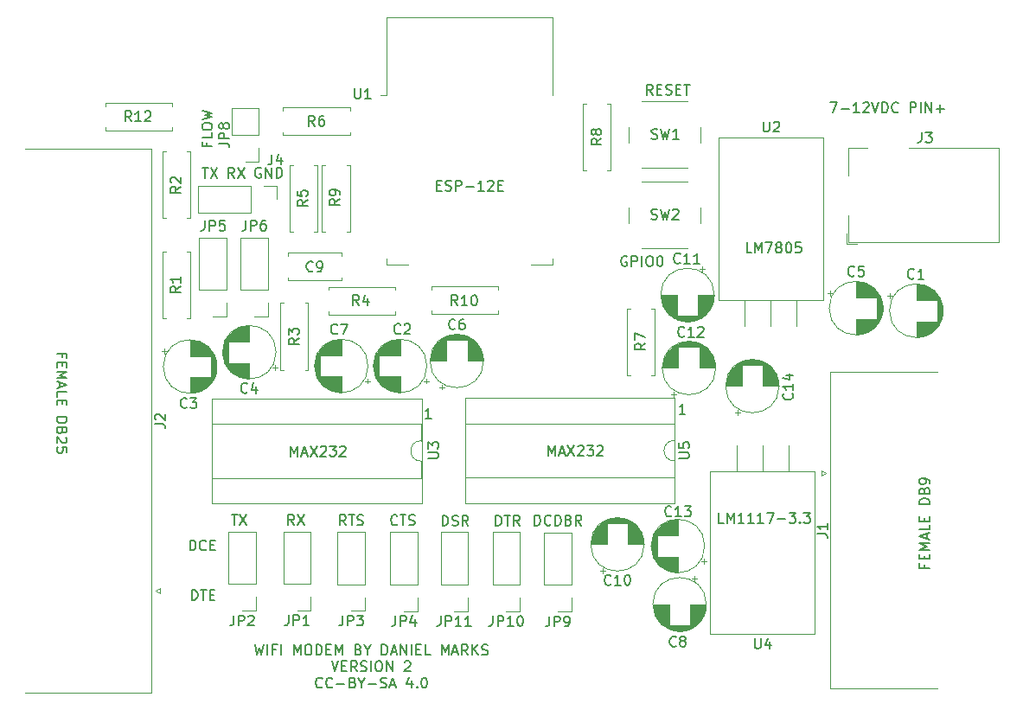
<source format=gbr>
%TF.GenerationSoftware,KiCad,Pcbnew,(6.0.2)*%
%TF.CreationDate,2022-08-08T17:12:05-05:00*%
%TF.ProjectId,WiFiModem,57694669-4d6f-4646-956d-2e6b69636164,rev?*%
%TF.SameCoordinates,Original*%
%TF.FileFunction,Legend,Top*%
%TF.FilePolarity,Positive*%
%FSLAX46Y46*%
G04 Gerber Fmt 4.6, Leading zero omitted, Abs format (unit mm)*
G04 Created by KiCad (PCBNEW (6.0.2)) date 2022-08-08 17:12:05*
%MOMM*%
%LPD*%
G01*
G04 APERTURE LIST*
%ADD10C,0.150000*%
%ADD11C,0.120000*%
G04 APERTURE END LIST*
D10*
X103442380Y-109392380D02*
X103109047Y-108916190D01*
X102870952Y-109392380D02*
X102870952Y-108392380D01*
X103251904Y-108392380D01*
X103347142Y-108440000D01*
X103394761Y-108487619D01*
X103442380Y-108582857D01*
X103442380Y-108725714D01*
X103394761Y-108820952D01*
X103347142Y-108868571D01*
X103251904Y-108916190D01*
X102870952Y-108916190D01*
X103728095Y-108392380D02*
X104299523Y-108392380D01*
X104013809Y-109392380D02*
X104013809Y-108392380D01*
X104585238Y-109344761D02*
X104728095Y-109392380D01*
X104966190Y-109392380D01*
X105061428Y-109344761D01*
X105109047Y-109297142D01*
X105156666Y-109201904D01*
X105156666Y-109106666D01*
X105109047Y-109011428D01*
X105061428Y-108963809D01*
X104966190Y-108916190D01*
X104775714Y-108868571D01*
X104680476Y-108820952D01*
X104632857Y-108773333D01*
X104585238Y-108678095D01*
X104585238Y-108582857D01*
X104632857Y-108487619D01*
X104680476Y-108440000D01*
X104775714Y-108392380D01*
X105013809Y-108392380D01*
X105156666Y-108440000D01*
X118137142Y-109432380D02*
X118137142Y-108432380D01*
X118375238Y-108432380D01*
X118518095Y-108480000D01*
X118613333Y-108575238D01*
X118660952Y-108670476D01*
X118708571Y-108860952D01*
X118708571Y-109003809D01*
X118660952Y-109194285D01*
X118613333Y-109289523D01*
X118518095Y-109384761D01*
X118375238Y-109432380D01*
X118137142Y-109432380D01*
X118994285Y-108432380D02*
X119565714Y-108432380D01*
X119280000Y-109432380D02*
X119280000Y-108432380D01*
X120470476Y-109432380D02*
X120137142Y-108956190D01*
X119899047Y-109432380D02*
X119899047Y-108432380D01*
X120280000Y-108432380D01*
X120375238Y-108480000D01*
X120422857Y-108527619D01*
X120470476Y-108622857D01*
X120470476Y-108765714D01*
X120422857Y-108860952D01*
X120375238Y-108908571D01*
X120280000Y-108956190D01*
X119899047Y-108956190D01*
X130963809Y-83100000D02*
X130868571Y-83052380D01*
X130725714Y-83052380D01*
X130582857Y-83100000D01*
X130487619Y-83195238D01*
X130440000Y-83290476D01*
X130392380Y-83480952D01*
X130392380Y-83623809D01*
X130440000Y-83814285D01*
X130487619Y-83909523D01*
X130582857Y-84004761D01*
X130725714Y-84052380D01*
X130820952Y-84052380D01*
X130963809Y-84004761D01*
X131011428Y-83957142D01*
X131011428Y-83623809D01*
X130820952Y-83623809D01*
X131440000Y-84052380D02*
X131440000Y-83052380D01*
X131820952Y-83052380D01*
X131916190Y-83100000D01*
X131963809Y-83147619D01*
X132011428Y-83242857D01*
X132011428Y-83385714D01*
X131963809Y-83480952D01*
X131916190Y-83528571D01*
X131820952Y-83576190D01*
X131440000Y-83576190D01*
X132440000Y-84052380D02*
X132440000Y-83052380D01*
X133106666Y-83052380D02*
X133297142Y-83052380D01*
X133392380Y-83100000D01*
X133487619Y-83195238D01*
X133535238Y-83385714D01*
X133535238Y-83719047D01*
X133487619Y-83909523D01*
X133392380Y-84004761D01*
X133297142Y-84052380D01*
X133106666Y-84052380D01*
X133011428Y-84004761D01*
X132916190Y-83909523D01*
X132868571Y-83719047D01*
X132868571Y-83385714D01*
X132916190Y-83195238D01*
X133011428Y-83100000D01*
X133106666Y-83052380D01*
X134154285Y-83052380D02*
X134249523Y-83052380D01*
X134344761Y-83100000D01*
X134392380Y-83147619D01*
X134440000Y-83242857D01*
X134487619Y-83433333D01*
X134487619Y-83671428D01*
X134440000Y-83861904D01*
X134392380Y-83957142D01*
X134344761Y-84004761D01*
X134249523Y-84052380D01*
X134154285Y-84052380D01*
X134059047Y-84004761D01*
X134011428Y-83957142D01*
X133963809Y-83861904D01*
X133916190Y-83671428D01*
X133916190Y-83433333D01*
X133963809Y-83242857D01*
X134011428Y-83147619D01*
X134059047Y-83100000D01*
X134154285Y-83052380D01*
X136685714Y-98502380D02*
X136114285Y-98502380D01*
X136400000Y-98502380D02*
X136400000Y-97502380D01*
X136304761Y-97645238D01*
X136209523Y-97740476D01*
X136114285Y-97788095D01*
X140433809Y-109182380D02*
X139957619Y-109182380D01*
X139957619Y-108182380D01*
X140767142Y-109182380D02*
X140767142Y-108182380D01*
X141100476Y-108896666D01*
X141433809Y-108182380D01*
X141433809Y-109182380D01*
X142433809Y-109182380D02*
X141862380Y-109182380D01*
X142148095Y-109182380D02*
X142148095Y-108182380D01*
X142052857Y-108325238D01*
X141957619Y-108420476D01*
X141862380Y-108468095D01*
X143386190Y-109182380D02*
X142814761Y-109182380D01*
X143100476Y-109182380D02*
X143100476Y-108182380D01*
X143005238Y-108325238D01*
X142910000Y-108420476D01*
X142814761Y-108468095D01*
X144338571Y-109182380D02*
X143767142Y-109182380D01*
X144052857Y-109182380D02*
X144052857Y-108182380D01*
X143957619Y-108325238D01*
X143862380Y-108420476D01*
X143767142Y-108468095D01*
X144671904Y-108182380D02*
X145338571Y-108182380D01*
X144910000Y-109182380D01*
X145719523Y-108801428D02*
X146481428Y-108801428D01*
X146862380Y-108182380D02*
X147481428Y-108182380D01*
X147148095Y-108563333D01*
X147290952Y-108563333D01*
X147386190Y-108610952D01*
X147433809Y-108658571D01*
X147481428Y-108753809D01*
X147481428Y-108991904D01*
X147433809Y-109087142D01*
X147386190Y-109134761D01*
X147290952Y-109182380D01*
X147005238Y-109182380D01*
X146910000Y-109134761D01*
X146862380Y-109087142D01*
X147910000Y-109087142D02*
X147957619Y-109134761D01*
X147910000Y-109182380D01*
X147862380Y-109134761D01*
X147910000Y-109087142D01*
X147910000Y-109182380D01*
X148290952Y-108182380D02*
X148910000Y-108182380D01*
X148576666Y-108563333D01*
X148719523Y-108563333D01*
X148814761Y-108610952D01*
X148862380Y-108658571D01*
X148910000Y-108753809D01*
X148910000Y-108991904D01*
X148862380Y-109087142D01*
X148814761Y-109134761D01*
X148719523Y-109182380D01*
X148433809Y-109182380D01*
X148338571Y-109134761D01*
X148290952Y-109087142D01*
X89844571Y-71969142D02*
X89844571Y-72302476D01*
X90368380Y-72302476D02*
X89368380Y-72302476D01*
X89368380Y-71826285D01*
X90368380Y-70969142D02*
X90368380Y-71445333D01*
X89368380Y-71445333D01*
X89368380Y-70445333D02*
X89368380Y-70254857D01*
X89416000Y-70159619D01*
X89511238Y-70064380D01*
X89701714Y-70016761D01*
X90035047Y-70016761D01*
X90225523Y-70064380D01*
X90320761Y-70159619D01*
X90368380Y-70254857D01*
X90368380Y-70445333D01*
X90320761Y-70540571D01*
X90225523Y-70635809D01*
X90035047Y-70683428D01*
X89701714Y-70683428D01*
X89511238Y-70635809D01*
X89416000Y-70540571D01*
X89368380Y-70445333D01*
X89368380Y-69683428D02*
X90368380Y-69445333D01*
X89654095Y-69254857D01*
X90368380Y-69064380D01*
X89368380Y-68826285D01*
X123263333Y-102592380D02*
X123263333Y-101592380D01*
X123596666Y-102306666D01*
X123930000Y-101592380D01*
X123930000Y-102592380D01*
X124358571Y-102306666D02*
X124834761Y-102306666D01*
X124263333Y-102592380D02*
X124596666Y-101592380D01*
X124930000Y-102592380D01*
X125168095Y-101592380D02*
X125834761Y-102592380D01*
X125834761Y-101592380D02*
X125168095Y-102592380D01*
X126168095Y-101687619D02*
X126215714Y-101640000D01*
X126310952Y-101592380D01*
X126549047Y-101592380D01*
X126644285Y-101640000D01*
X126691904Y-101687619D01*
X126739523Y-101782857D01*
X126739523Y-101878095D01*
X126691904Y-102020952D01*
X126120476Y-102592380D01*
X126739523Y-102592380D01*
X127072857Y-101592380D02*
X127691904Y-101592380D01*
X127358571Y-101973333D01*
X127501428Y-101973333D01*
X127596666Y-102020952D01*
X127644285Y-102068571D01*
X127691904Y-102163809D01*
X127691904Y-102401904D01*
X127644285Y-102497142D01*
X127596666Y-102544761D01*
X127501428Y-102592380D01*
X127215714Y-102592380D01*
X127120476Y-102544761D01*
X127072857Y-102497142D01*
X128072857Y-101687619D02*
X128120476Y-101640000D01*
X128215714Y-101592380D01*
X128453809Y-101592380D01*
X128549047Y-101640000D01*
X128596666Y-101687619D01*
X128644285Y-101782857D01*
X128644285Y-101878095D01*
X128596666Y-102020952D01*
X128025238Y-102592380D01*
X128644285Y-102592380D01*
X98393333Y-109352380D02*
X98060000Y-108876190D01*
X97821904Y-109352380D02*
X97821904Y-108352380D01*
X98202857Y-108352380D01*
X98298095Y-108400000D01*
X98345714Y-108447619D01*
X98393333Y-108542857D01*
X98393333Y-108685714D01*
X98345714Y-108780952D01*
X98298095Y-108828571D01*
X98202857Y-108876190D01*
X97821904Y-108876190D01*
X98726666Y-108352380D02*
X99393333Y-109352380D01*
X99393333Y-108352380D02*
X98726666Y-109352380D01*
X94541428Y-121092380D02*
X94779523Y-122092380D01*
X94970000Y-121378095D01*
X95160476Y-122092380D01*
X95398571Y-121092380D01*
X95779523Y-122092380D02*
X95779523Y-121092380D01*
X96589047Y-121568571D02*
X96255714Y-121568571D01*
X96255714Y-122092380D02*
X96255714Y-121092380D01*
X96731904Y-121092380D01*
X97112857Y-122092380D02*
X97112857Y-121092380D01*
X98350952Y-122092380D02*
X98350952Y-121092380D01*
X98684285Y-121806666D01*
X99017619Y-121092380D01*
X99017619Y-122092380D01*
X99684285Y-121092380D02*
X99874761Y-121092380D01*
X99970000Y-121140000D01*
X100065238Y-121235238D01*
X100112857Y-121425714D01*
X100112857Y-121759047D01*
X100065238Y-121949523D01*
X99970000Y-122044761D01*
X99874761Y-122092380D01*
X99684285Y-122092380D01*
X99589047Y-122044761D01*
X99493809Y-121949523D01*
X99446190Y-121759047D01*
X99446190Y-121425714D01*
X99493809Y-121235238D01*
X99589047Y-121140000D01*
X99684285Y-121092380D01*
X100541428Y-122092380D02*
X100541428Y-121092380D01*
X100779523Y-121092380D01*
X100922380Y-121140000D01*
X101017619Y-121235238D01*
X101065238Y-121330476D01*
X101112857Y-121520952D01*
X101112857Y-121663809D01*
X101065238Y-121854285D01*
X101017619Y-121949523D01*
X100922380Y-122044761D01*
X100779523Y-122092380D01*
X100541428Y-122092380D01*
X101541428Y-121568571D02*
X101874761Y-121568571D01*
X102017619Y-122092380D02*
X101541428Y-122092380D01*
X101541428Y-121092380D01*
X102017619Y-121092380D01*
X102446190Y-122092380D02*
X102446190Y-121092380D01*
X102779523Y-121806666D01*
X103112857Y-121092380D01*
X103112857Y-122092380D01*
X104684285Y-121568571D02*
X104827142Y-121616190D01*
X104874761Y-121663809D01*
X104922380Y-121759047D01*
X104922380Y-121901904D01*
X104874761Y-121997142D01*
X104827142Y-122044761D01*
X104731904Y-122092380D01*
X104350952Y-122092380D01*
X104350952Y-121092380D01*
X104684285Y-121092380D01*
X104779523Y-121140000D01*
X104827142Y-121187619D01*
X104874761Y-121282857D01*
X104874761Y-121378095D01*
X104827142Y-121473333D01*
X104779523Y-121520952D01*
X104684285Y-121568571D01*
X104350952Y-121568571D01*
X105541428Y-121616190D02*
X105541428Y-122092380D01*
X105208095Y-121092380D02*
X105541428Y-121616190D01*
X105874761Y-121092380D01*
X106970000Y-122092380D02*
X106970000Y-121092380D01*
X107208095Y-121092380D01*
X107350952Y-121140000D01*
X107446190Y-121235238D01*
X107493809Y-121330476D01*
X107541428Y-121520952D01*
X107541428Y-121663809D01*
X107493809Y-121854285D01*
X107446190Y-121949523D01*
X107350952Y-122044761D01*
X107208095Y-122092380D01*
X106970000Y-122092380D01*
X107922380Y-121806666D02*
X108398571Y-121806666D01*
X107827142Y-122092380D02*
X108160476Y-121092380D01*
X108493809Y-122092380D01*
X108827142Y-122092380D02*
X108827142Y-121092380D01*
X109398571Y-122092380D01*
X109398571Y-121092380D01*
X109874761Y-122092380D02*
X109874761Y-121092380D01*
X110350952Y-121568571D02*
X110684285Y-121568571D01*
X110827142Y-122092380D02*
X110350952Y-122092380D01*
X110350952Y-121092380D01*
X110827142Y-121092380D01*
X111731904Y-122092380D02*
X111255714Y-122092380D01*
X111255714Y-121092380D01*
X112827142Y-122092380D02*
X112827142Y-121092380D01*
X113160476Y-121806666D01*
X113493809Y-121092380D01*
X113493809Y-122092380D01*
X113922380Y-121806666D02*
X114398571Y-121806666D01*
X113827142Y-122092380D02*
X114160476Y-121092380D01*
X114493809Y-122092380D01*
X115398571Y-122092380D02*
X115065238Y-121616190D01*
X114827142Y-122092380D02*
X114827142Y-121092380D01*
X115208095Y-121092380D01*
X115303333Y-121140000D01*
X115350952Y-121187619D01*
X115398571Y-121282857D01*
X115398571Y-121425714D01*
X115350952Y-121520952D01*
X115303333Y-121568571D01*
X115208095Y-121616190D01*
X114827142Y-121616190D01*
X115827142Y-122092380D02*
X115827142Y-121092380D01*
X116398571Y-122092380D02*
X115970000Y-121520952D01*
X116398571Y-121092380D02*
X115827142Y-121663809D01*
X116779523Y-122044761D02*
X116922380Y-122092380D01*
X117160476Y-122092380D01*
X117255714Y-122044761D01*
X117303333Y-121997142D01*
X117350952Y-121901904D01*
X117350952Y-121806666D01*
X117303333Y-121711428D01*
X117255714Y-121663809D01*
X117160476Y-121616190D01*
X116970000Y-121568571D01*
X116874761Y-121520952D01*
X116827142Y-121473333D01*
X116779523Y-121378095D01*
X116779523Y-121282857D01*
X116827142Y-121187619D01*
X116874761Y-121140000D01*
X116970000Y-121092380D01*
X117208095Y-121092380D01*
X117350952Y-121140000D01*
X102065238Y-122702380D02*
X102398571Y-123702380D01*
X102731904Y-122702380D01*
X103065238Y-123178571D02*
X103398571Y-123178571D01*
X103541428Y-123702380D02*
X103065238Y-123702380D01*
X103065238Y-122702380D01*
X103541428Y-122702380D01*
X104541428Y-123702380D02*
X104208095Y-123226190D01*
X103970000Y-123702380D02*
X103970000Y-122702380D01*
X104350952Y-122702380D01*
X104446190Y-122750000D01*
X104493809Y-122797619D01*
X104541428Y-122892857D01*
X104541428Y-123035714D01*
X104493809Y-123130952D01*
X104446190Y-123178571D01*
X104350952Y-123226190D01*
X103970000Y-123226190D01*
X104922380Y-123654761D02*
X105065238Y-123702380D01*
X105303333Y-123702380D01*
X105398571Y-123654761D01*
X105446190Y-123607142D01*
X105493809Y-123511904D01*
X105493809Y-123416666D01*
X105446190Y-123321428D01*
X105398571Y-123273809D01*
X105303333Y-123226190D01*
X105112857Y-123178571D01*
X105017619Y-123130952D01*
X104970000Y-123083333D01*
X104922380Y-122988095D01*
X104922380Y-122892857D01*
X104970000Y-122797619D01*
X105017619Y-122750000D01*
X105112857Y-122702380D01*
X105350952Y-122702380D01*
X105493809Y-122750000D01*
X105922380Y-123702380D02*
X105922380Y-122702380D01*
X106589047Y-122702380D02*
X106779523Y-122702380D01*
X106874761Y-122750000D01*
X106970000Y-122845238D01*
X107017619Y-123035714D01*
X107017619Y-123369047D01*
X106970000Y-123559523D01*
X106874761Y-123654761D01*
X106779523Y-123702380D01*
X106589047Y-123702380D01*
X106493809Y-123654761D01*
X106398571Y-123559523D01*
X106350952Y-123369047D01*
X106350952Y-123035714D01*
X106398571Y-122845238D01*
X106493809Y-122750000D01*
X106589047Y-122702380D01*
X107446190Y-123702380D02*
X107446190Y-122702380D01*
X108017619Y-123702380D01*
X108017619Y-122702380D01*
X109208095Y-122797619D02*
X109255714Y-122750000D01*
X109350952Y-122702380D01*
X109589047Y-122702380D01*
X109684285Y-122750000D01*
X109731904Y-122797619D01*
X109779523Y-122892857D01*
X109779523Y-122988095D01*
X109731904Y-123130952D01*
X109160476Y-123702380D01*
X109779523Y-123702380D01*
X101136666Y-125217142D02*
X101089047Y-125264761D01*
X100946190Y-125312380D01*
X100850952Y-125312380D01*
X100708095Y-125264761D01*
X100612857Y-125169523D01*
X100565238Y-125074285D01*
X100517619Y-124883809D01*
X100517619Y-124740952D01*
X100565238Y-124550476D01*
X100612857Y-124455238D01*
X100708095Y-124360000D01*
X100850952Y-124312380D01*
X100946190Y-124312380D01*
X101089047Y-124360000D01*
X101136666Y-124407619D01*
X102136666Y-125217142D02*
X102089047Y-125264761D01*
X101946190Y-125312380D01*
X101850952Y-125312380D01*
X101708095Y-125264761D01*
X101612857Y-125169523D01*
X101565238Y-125074285D01*
X101517619Y-124883809D01*
X101517619Y-124740952D01*
X101565238Y-124550476D01*
X101612857Y-124455238D01*
X101708095Y-124360000D01*
X101850952Y-124312380D01*
X101946190Y-124312380D01*
X102089047Y-124360000D01*
X102136666Y-124407619D01*
X102565238Y-124931428D02*
X103327142Y-124931428D01*
X104136666Y-124788571D02*
X104279523Y-124836190D01*
X104327142Y-124883809D01*
X104374761Y-124979047D01*
X104374761Y-125121904D01*
X104327142Y-125217142D01*
X104279523Y-125264761D01*
X104184285Y-125312380D01*
X103803333Y-125312380D01*
X103803333Y-124312380D01*
X104136666Y-124312380D01*
X104231904Y-124360000D01*
X104279523Y-124407619D01*
X104327142Y-124502857D01*
X104327142Y-124598095D01*
X104279523Y-124693333D01*
X104231904Y-124740952D01*
X104136666Y-124788571D01*
X103803333Y-124788571D01*
X104993809Y-124836190D02*
X104993809Y-125312380D01*
X104660476Y-124312380D02*
X104993809Y-124836190D01*
X105327142Y-124312380D01*
X105660476Y-124931428D02*
X106422380Y-124931428D01*
X106850952Y-125264761D02*
X106993809Y-125312380D01*
X107231904Y-125312380D01*
X107327142Y-125264761D01*
X107374761Y-125217142D01*
X107422380Y-125121904D01*
X107422380Y-125026666D01*
X107374761Y-124931428D01*
X107327142Y-124883809D01*
X107231904Y-124836190D01*
X107041428Y-124788571D01*
X106946190Y-124740952D01*
X106898571Y-124693333D01*
X106850952Y-124598095D01*
X106850952Y-124502857D01*
X106898571Y-124407619D01*
X106946190Y-124360000D01*
X107041428Y-124312380D01*
X107279523Y-124312380D01*
X107422380Y-124360000D01*
X107803333Y-125026666D02*
X108279523Y-125026666D01*
X107708095Y-125312380D02*
X108041428Y-124312380D01*
X108374761Y-125312380D01*
X109898571Y-124645714D02*
X109898571Y-125312380D01*
X109660476Y-124264761D02*
X109422380Y-124979047D01*
X110041428Y-124979047D01*
X110422380Y-125217142D02*
X110470000Y-125264761D01*
X110422380Y-125312380D01*
X110374761Y-125264761D01*
X110422380Y-125217142D01*
X110422380Y-125312380D01*
X111089047Y-124312380D02*
X111184285Y-124312380D01*
X111279523Y-124360000D01*
X111327142Y-124407619D01*
X111374761Y-124502857D01*
X111422380Y-124693333D01*
X111422380Y-124931428D01*
X111374761Y-125121904D01*
X111327142Y-125217142D01*
X111279523Y-125264761D01*
X111184285Y-125312380D01*
X111089047Y-125312380D01*
X110993809Y-125264761D01*
X110946190Y-125217142D01*
X110898571Y-125121904D01*
X110850952Y-124931428D01*
X110850952Y-124693333D01*
X110898571Y-124502857D01*
X110946190Y-124407619D01*
X110993809Y-124360000D01*
X111089047Y-124312380D01*
X112355714Y-76128571D02*
X112689047Y-76128571D01*
X112831904Y-76652380D02*
X112355714Y-76652380D01*
X112355714Y-75652380D01*
X112831904Y-75652380D01*
X113212857Y-76604761D02*
X113355714Y-76652380D01*
X113593809Y-76652380D01*
X113689047Y-76604761D01*
X113736666Y-76557142D01*
X113784285Y-76461904D01*
X113784285Y-76366666D01*
X113736666Y-76271428D01*
X113689047Y-76223809D01*
X113593809Y-76176190D01*
X113403333Y-76128571D01*
X113308095Y-76080952D01*
X113260476Y-76033333D01*
X113212857Y-75938095D01*
X113212857Y-75842857D01*
X113260476Y-75747619D01*
X113308095Y-75700000D01*
X113403333Y-75652380D01*
X113641428Y-75652380D01*
X113784285Y-75700000D01*
X114212857Y-76652380D02*
X114212857Y-75652380D01*
X114593809Y-75652380D01*
X114689047Y-75700000D01*
X114736666Y-75747619D01*
X114784285Y-75842857D01*
X114784285Y-75985714D01*
X114736666Y-76080952D01*
X114689047Y-76128571D01*
X114593809Y-76176190D01*
X114212857Y-76176190D01*
X115212857Y-76271428D02*
X115974761Y-76271428D01*
X116974761Y-76652380D02*
X116403333Y-76652380D01*
X116689047Y-76652380D02*
X116689047Y-75652380D01*
X116593809Y-75795238D01*
X116498571Y-75890476D01*
X116403333Y-75938095D01*
X117355714Y-75747619D02*
X117403333Y-75700000D01*
X117498571Y-75652380D01*
X117736666Y-75652380D01*
X117831904Y-75700000D01*
X117879523Y-75747619D01*
X117927142Y-75842857D01*
X117927142Y-75938095D01*
X117879523Y-76080952D01*
X117308095Y-76652380D01*
X117927142Y-76652380D01*
X118355714Y-76128571D02*
X118689047Y-76128571D01*
X118831904Y-76652380D02*
X118355714Y-76652380D01*
X118355714Y-75652380D01*
X118831904Y-75652380D01*
X112911904Y-109432380D02*
X112911904Y-108432380D01*
X113150000Y-108432380D01*
X113292857Y-108480000D01*
X113388095Y-108575238D01*
X113435714Y-108670476D01*
X113483333Y-108860952D01*
X113483333Y-109003809D01*
X113435714Y-109194285D01*
X113388095Y-109289523D01*
X113292857Y-109384761D01*
X113150000Y-109432380D01*
X112911904Y-109432380D01*
X113864285Y-109384761D02*
X114007142Y-109432380D01*
X114245238Y-109432380D01*
X114340476Y-109384761D01*
X114388095Y-109337142D01*
X114435714Y-109241904D01*
X114435714Y-109146666D01*
X114388095Y-109051428D01*
X114340476Y-109003809D01*
X114245238Y-108956190D01*
X114054761Y-108908571D01*
X113959523Y-108860952D01*
X113911904Y-108813333D01*
X113864285Y-108718095D01*
X113864285Y-108622857D01*
X113911904Y-108527619D01*
X113959523Y-108480000D01*
X114054761Y-108432380D01*
X114292857Y-108432380D01*
X114435714Y-108480000D01*
X115435714Y-109432380D02*
X115102380Y-108956190D01*
X114864285Y-109432380D02*
X114864285Y-108432380D01*
X115245238Y-108432380D01*
X115340476Y-108480000D01*
X115388095Y-108527619D01*
X115435714Y-108622857D01*
X115435714Y-108765714D01*
X115388095Y-108860952D01*
X115340476Y-108908571D01*
X115245238Y-108956190D01*
X114864285Y-108956190D01*
X92543333Y-75382380D02*
X92210000Y-74906190D01*
X91971904Y-75382380D02*
X91971904Y-74382380D01*
X92352857Y-74382380D01*
X92448095Y-74430000D01*
X92495714Y-74477619D01*
X92543333Y-74572857D01*
X92543333Y-74715714D01*
X92495714Y-74810952D01*
X92448095Y-74858571D01*
X92352857Y-74906190D01*
X91971904Y-74906190D01*
X92876666Y-74382380D02*
X93543333Y-75382380D01*
X93543333Y-74382380D02*
X92876666Y-75382380D01*
X160088571Y-113233809D02*
X160088571Y-113567142D01*
X160612380Y-113567142D02*
X159612380Y-113567142D01*
X159612380Y-113090952D01*
X160088571Y-112710000D02*
X160088571Y-112376666D01*
X160612380Y-112233809D02*
X160612380Y-112710000D01*
X159612380Y-112710000D01*
X159612380Y-112233809D01*
X160612380Y-111805238D02*
X159612380Y-111805238D01*
X160326666Y-111471904D01*
X159612380Y-111138571D01*
X160612380Y-111138571D01*
X160326666Y-110710000D02*
X160326666Y-110233809D01*
X160612380Y-110805238D02*
X159612380Y-110471904D01*
X160612380Y-110138571D01*
X160612380Y-109329047D02*
X160612380Y-109805238D01*
X159612380Y-109805238D01*
X160088571Y-108995714D02*
X160088571Y-108662380D01*
X160612380Y-108519523D02*
X160612380Y-108995714D01*
X159612380Y-108995714D01*
X159612380Y-108519523D01*
X160612380Y-107329047D02*
X159612380Y-107329047D01*
X159612380Y-107090952D01*
X159660000Y-106948095D01*
X159755238Y-106852857D01*
X159850476Y-106805238D01*
X160040952Y-106757619D01*
X160183809Y-106757619D01*
X160374285Y-106805238D01*
X160469523Y-106852857D01*
X160564761Y-106948095D01*
X160612380Y-107090952D01*
X160612380Y-107329047D01*
X160088571Y-105995714D02*
X160136190Y-105852857D01*
X160183809Y-105805238D01*
X160279047Y-105757619D01*
X160421904Y-105757619D01*
X160517142Y-105805238D01*
X160564761Y-105852857D01*
X160612380Y-105948095D01*
X160612380Y-106329047D01*
X159612380Y-106329047D01*
X159612380Y-105995714D01*
X159660000Y-105900476D01*
X159707619Y-105852857D01*
X159802857Y-105805238D01*
X159898095Y-105805238D01*
X159993333Y-105852857D01*
X160040952Y-105900476D01*
X160088571Y-105995714D01*
X160088571Y-106329047D01*
X160612380Y-105281428D02*
X160612380Y-105090952D01*
X160564761Y-104995714D01*
X160517142Y-104948095D01*
X160374285Y-104852857D01*
X160183809Y-104805238D01*
X159802857Y-104805238D01*
X159707619Y-104852857D01*
X159660000Y-104900476D01*
X159612380Y-104995714D01*
X159612380Y-105186190D01*
X159660000Y-105281428D01*
X159707619Y-105329047D01*
X159802857Y-105376666D01*
X160040952Y-105376666D01*
X160136190Y-105329047D01*
X160183809Y-105281428D01*
X160231428Y-105186190D01*
X160231428Y-104995714D01*
X160183809Y-104900476D01*
X160136190Y-104852857D01*
X160040952Y-104805238D01*
X121944095Y-109418380D02*
X121944095Y-108418380D01*
X122182190Y-108418380D01*
X122325047Y-108466000D01*
X122420285Y-108561238D01*
X122467904Y-108656476D01*
X122515523Y-108846952D01*
X122515523Y-108989809D01*
X122467904Y-109180285D01*
X122420285Y-109275523D01*
X122325047Y-109370761D01*
X122182190Y-109418380D01*
X121944095Y-109418380D01*
X123515523Y-109323142D02*
X123467904Y-109370761D01*
X123325047Y-109418380D01*
X123229809Y-109418380D01*
X123086952Y-109370761D01*
X122991714Y-109275523D01*
X122944095Y-109180285D01*
X122896476Y-108989809D01*
X122896476Y-108846952D01*
X122944095Y-108656476D01*
X122991714Y-108561238D01*
X123086952Y-108466000D01*
X123229809Y-108418380D01*
X123325047Y-108418380D01*
X123467904Y-108466000D01*
X123515523Y-108513619D01*
X123944095Y-109418380D02*
X123944095Y-108418380D01*
X124182190Y-108418380D01*
X124325047Y-108466000D01*
X124420285Y-108561238D01*
X124467904Y-108656476D01*
X124515523Y-108846952D01*
X124515523Y-108989809D01*
X124467904Y-109180285D01*
X124420285Y-109275523D01*
X124325047Y-109370761D01*
X124182190Y-109418380D01*
X123944095Y-109418380D01*
X125277428Y-108894571D02*
X125420285Y-108942190D01*
X125467904Y-108989809D01*
X125515523Y-109085047D01*
X125515523Y-109227904D01*
X125467904Y-109323142D01*
X125420285Y-109370761D01*
X125325047Y-109418380D01*
X124944095Y-109418380D01*
X124944095Y-108418380D01*
X125277428Y-108418380D01*
X125372666Y-108466000D01*
X125420285Y-108513619D01*
X125467904Y-108608857D01*
X125467904Y-108704095D01*
X125420285Y-108799333D01*
X125372666Y-108846952D01*
X125277428Y-108894571D01*
X124944095Y-108894571D01*
X126515523Y-109418380D02*
X126182190Y-108942190D01*
X125944095Y-109418380D02*
X125944095Y-108418380D01*
X126325047Y-108418380D01*
X126420285Y-108466000D01*
X126467904Y-108513619D01*
X126515523Y-108608857D01*
X126515523Y-108751714D01*
X126467904Y-108846952D01*
X126420285Y-108894571D01*
X126325047Y-108942190D01*
X125944095Y-108942190D01*
X75671428Y-92920000D02*
X75671428Y-92586666D01*
X75147619Y-92586666D02*
X76147619Y-92586666D01*
X76147619Y-93062857D01*
X75671428Y-93443809D02*
X75671428Y-93777142D01*
X75147619Y-93920000D02*
X75147619Y-93443809D01*
X76147619Y-93443809D01*
X76147619Y-93920000D01*
X75147619Y-94348571D02*
X76147619Y-94348571D01*
X75433333Y-94681904D01*
X76147619Y-95015238D01*
X75147619Y-95015238D01*
X75433333Y-95443809D02*
X75433333Y-95920000D01*
X75147619Y-95348571D02*
X76147619Y-95681904D01*
X75147619Y-96015238D01*
X75147619Y-96824761D02*
X75147619Y-96348571D01*
X76147619Y-96348571D01*
X75671428Y-97158095D02*
X75671428Y-97491428D01*
X75147619Y-97634285D02*
X75147619Y-97158095D01*
X76147619Y-97158095D01*
X76147619Y-97634285D01*
X75147619Y-98824761D02*
X76147619Y-98824761D01*
X76147619Y-99062857D01*
X76100000Y-99205714D01*
X76004761Y-99300952D01*
X75909523Y-99348571D01*
X75719047Y-99396190D01*
X75576190Y-99396190D01*
X75385714Y-99348571D01*
X75290476Y-99300952D01*
X75195238Y-99205714D01*
X75147619Y-99062857D01*
X75147619Y-98824761D01*
X75671428Y-100158095D02*
X75623809Y-100300952D01*
X75576190Y-100348571D01*
X75480952Y-100396190D01*
X75338095Y-100396190D01*
X75242857Y-100348571D01*
X75195238Y-100300952D01*
X75147619Y-100205714D01*
X75147619Y-99824761D01*
X76147619Y-99824761D01*
X76147619Y-100158095D01*
X76100000Y-100253333D01*
X76052380Y-100300952D01*
X75957142Y-100348571D01*
X75861904Y-100348571D01*
X75766666Y-100300952D01*
X75719047Y-100253333D01*
X75671428Y-100158095D01*
X75671428Y-99824761D01*
X76052380Y-100777142D02*
X76100000Y-100824761D01*
X76147619Y-100920000D01*
X76147619Y-101158095D01*
X76100000Y-101253333D01*
X76052380Y-101300952D01*
X75957142Y-101348571D01*
X75861904Y-101348571D01*
X75719047Y-101300952D01*
X75147619Y-100729523D01*
X75147619Y-101348571D01*
X76147619Y-102253333D02*
X76147619Y-101777142D01*
X75671428Y-101729523D01*
X75719047Y-101777142D01*
X75766666Y-101872380D01*
X75766666Y-102110476D01*
X75719047Y-102205714D01*
X75671428Y-102253333D01*
X75576190Y-102300952D01*
X75338095Y-102300952D01*
X75242857Y-102253333D01*
X75195238Y-102205714D01*
X75147619Y-102110476D01*
X75147619Y-101872380D01*
X75195238Y-101777142D01*
X75242857Y-101729523D01*
X92268095Y-108352380D02*
X92839523Y-108352380D01*
X92553809Y-109352380D02*
X92553809Y-108352380D01*
X93077619Y-108352380D02*
X93744285Y-109352380D01*
X93744285Y-108352380D02*
X93077619Y-109352380D01*
X133497619Y-67252380D02*
X133164285Y-66776190D01*
X132926190Y-67252380D02*
X132926190Y-66252380D01*
X133307142Y-66252380D01*
X133402380Y-66300000D01*
X133450000Y-66347619D01*
X133497619Y-66442857D01*
X133497619Y-66585714D01*
X133450000Y-66680952D01*
X133402380Y-66728571D01*
X133307142Y-66776190D01*
X132926190Y-66776190D01*
X133926190Y-66728571D02*
X134259523Y-66728571D01*
X134402380Y-67252380D02*
X133926190Y-67252380D01*
X133926190Y-66252380D01*
X134402380Y-66252380D01*
X134783333Y-67204761D02*
X134926190Y-67252380D01*
X135164285Y-67252380D01*
X135259523Y-67204761D01*
X135307142Y-67157142D01*
X135354761Y-67061904D01*
X135354761Y-66966666D01*
X135307142Y-66871428D01*
X135259523Y-66823809D01*
X135164285Y-66776190D01*
X134973809Y-66728571D01*
X134878571Y-66680952D01*
X134830952Y-66633333D01*
X134783333Y-66538095D01*
X134783333Y-66442857D01*
X134830952Y-66347619D01*
X134878571Y-66300000D01*
X134973809Y-66252380D01*
X135211904Y-66252380D01*
X135354761Y-66300000D01*
X135783333Y-66728571D02*
X136116666Y-66728571D01*
X136259523Y-67252380D02*
X135783333Y-67252380D01*
X135783333Y-66252380D01*
X136259523Y-66252380D01*
X136545238Y-66252380D02*
X137116666Y-66252380D01*
X136830952Y-67252380D02*
X136830952Y-66252380D01*
X88185714Y-111852380D02*
X88185714Y-110852380D01*
X88423809Y-110852380D01*
X88566666Y-110900000D01*
X88661904Y-110995238D01*
X88709523Y-111090476D01*
X88757142Y-111280952D01*
X88757142Y-111423809D01*
X88709523Y-111614285D01*
X88661904Y-111709523D01*
X88566666Y-111804761D01*
X88423809Y-111852380D01*
X88185714Y-111852380D01*
X89757142Y-111757142D02*
X89709523Y-111804761D01*
X89566666Y-111852380D01*
X89471428Y-111852380D01*
X89328571Y-111804761D01*
X89233333Y-111709523D01*
X89185714Y-111614285D01*
X89138095Y-111423809D01*
X89138095Y-111280952D01*
X89185714Y-111090476D01*
X89233333Y-110995238D01*
X89328571Y-110900000D01*
X89471428Y-110852380D01*
X89566666Y-110852380D01*
X89709523Y-110900000D01*
X89757142Y-110947619D01*
X90185714Y-111328571D02*
X90519047Y-111328571D01*
X90661904Y-111852380D02*
X90185714Y-111852380D01*
X90185714Y-110852380D01*
X90661904Y-110852380D01*
X95123095Y-74430000D02*
X95027857Y-74382380D01*
X94885000Y-74382380D01*
X94742142Y-74430000D01*
X94646904Y-74525238D01*
X94599285Y-74620476D01*
X94551666Y-74810952D01*
X94551666Y-74953809D01*
X94599285Y-75144285D01*
X94646904Y-75239523D01*
X94742142Y-75334761D01*
X94885000Y-75382380D01*
X94980238Y-75382380D01*
X95123095Y-75334761D01*
X95170714Y-75287142D01*
X95170714Y-74953809D01*
X94980238Y-74953809D01*
X95599285Y-75382380D02*
X95599285Y-74382380D01*
X96170714Y-75382380D01*
X96170714Y-74382380D01*
X96646904Y-75382380D02*
X96646904Y-74382380D01*
X96885000Y-74382380D01*
X97027857Y-74430000D01*
X97123095Y-74525238D01*
X97170714Y-74620476D01*
X97218333Y-74810952D01*
X97218333Y-74953809D01*
X97170714Y-75144285D01*
X97123095Y-75239523D01*
X97027857Y-75334761D01*
X96885000Y-75382380D01*
X96646904Y-75382380D01*
X88374761Y-116722380D02*
X88374761Y-115722380D01*
X88612857Y-115722380D01*
X88755714Y-115770000D01*
X88850952Y-115865238D01*
X88898571Y-115960476D01*
X88946190Y-116150952D01*
X88946190Y-116293809D01*
X88898571Y-116484285D01*
X88850952Y-116579523D01*
X88755714Y-116674761D01*
X88612857Y-116722380D01*
X88374761Y-116722380D01*
X89231904Y-115722380D02*
X89803333Y-115722380D01*
X89517619Y-116722380D02*
X89517619Y-115722380D01*
X90136666Y-116198571D02*
X90470000Y-116198571D01*
X90612857Y-116722380D02*
X90136666Y-116722380D01*
X90136666Y-115722380D01*
X90612857Y-115722380D01*
X108482380Y-109297142D02*
X108434761Y-109344761D01*
X108291904Y-109392380D01*
X108196666Y-109392380D01*
X108053809Y-109344761D01*
X107958571Y-109249523D01*
X107910952Y-109154285D01*
X107863333Y-108963809D01*
X107863333Y-108820952D01*
X107910952Y-108630476D01*
X107958571Y-108535238D01*
X108053809Y-108440000D01*
X108196666Y-108392380D01*
X108291904Y-108392380D01*
X108434761Y-108440000D01*
X108482380Y-108487619D01*
X108768095Y-108392380D02*
X109339523Y-108392380D01*
X109053809Y-109392380D02*
X109053809Y-108392380D01*
X109625238Y-109344761D02*
X109768095Y-109392380D01*
X110006190Y-109392380D01*
X110101428Y-109344761D01*
X110149047Y-109297142D01*
X110196666Y-109201904D01*
X110196666Y-109106666D01*
X110149047Y-109011428D01*
X110101428Y-108963809D01*
X110006190Y-108916190D01*
X109815714Y-108868571D01*
X109720476Y-108820952D01*
X109672857Y-108773333D01*
X109625238Y-108678095D01*
X109625238Y-108582857D01*
X109672857Y-108487619D01*
X109720476Y-108440000D01*
X109815714Y-108392380D01*
X110053809Y-108392380D01*
X110196666Y-108440000D01*
X98063333Y-102642380D02*
X98063333Y-101642380D01*
X98396666Y-102356666D01*
X98730000Y-101642380D01*
X98730000Y-102642380D01*
X99158571Y-102356666D02*
X99634761Y-102356666D01*
X99063333Y-102642380D02*
X99396666Y-101642380D01*
X99730000Y-102642380D01*
X99968095Y-101642380D02*
X100634761Y-102642380D01*
X100634761Y-101642380D02*
X99968095Y-102642380D01*
X100968095Y-101737619D02*
X101015714Y-101690000D01*
X101110952Y-101642380D01*
X101349047Y-101642380D01*
X101444285Y-101690000D01*
X101491904Y-101737619D01*
X101539523Y-101832857D01*
X101539523Y-101928095D01*
X101491904Y-102070952D01*
X100920476Y-102642380D01*
X101539523Y-102642380D01*
X101872857Y-101642380D02*
X102491904Y-101642380D01*
X102158571Y-102023333D01*
X102301428Y-102023333D01*
X102396666Y-102070952D01*
X102444285Y-102118571D01*
X102491904Y-102213809D01*
X102491904Y-102451904D01*
X102444285Y-102547142D01*
X102396666Y-102594761D01*
X102301428Y-102642380D01*
X102015714Y-102642380D01*
X101920476Y-102594761D01*
X101872857Y-102547142D01*
X102872857Y-101737619D02*
X102920476Y-101690000D01*
X103015714Y-101642380D01*
X103253809Y-101642380D01*
X103349047Y-101690000D01*
X103396666Y-101737619D01*
X103444285Y-101832857D01*
X103444285Y-101928095D01*
X103396666Y-102070952D01*
X102825238Y-102642380D01*
X103444285Y-102642380D01*
X143183333Y-82722380D02*
X142707142Y-82722380D01*
X142707142Y-81722380D01*
X143516666Y-82722380D02*
X143516666Y-81722380D01*
X143850000Y-82436666D01*
X144183333Y-81722380D01*
X144183333Y-82722380D01*
X144564285Y-81722380D02*
X145230952Y-81722380D01*
X144802380Y-82722380D01*
X145754761Y-82150952D02*
X145659523Y-82103333D01*
X145611904Y-82055714D01*
X145564285Y-81960476D01*
X145564285Y-81912857D01*
X145611904Y-81817619D01*
X145659523Y-81770000D01*
X145754761Y-81722380D01*
X145945238Y-81722380D01*
X146040476Y-81770000D01*
X146088095Y-81817619D01*
X146135714Y-81912857D01*
X146135714Y-81960476D01*
X146088095Y-82055714D01*
X146040476Y-82103333D01*
X145945238Y-82150952D01*
X145754761Y-82150952D01*
X145659523Y-82198571D01*
X145611904Y-82246190D01*
X145564285Y-82341428D01*
X145564285Y-82531904D01*
X145611904Y-82627142D01*
X145659523Y-82674761D01*
X145754761Y-82722380D01*
X145945238Y-82722380D01*
X146040476Y-82674761D01*
X146088095Y-82627142D01*
X146135714Y-82531904D01*
X146135714Y-82341428D01*
X146088095Y-82246190D01*
X146040476Y-82198571D01*
X145945238Y-82150952D01*
X146754761Y-81722380D02*
X146850000Y-81722380D01*
X146945238Y-81770000D01*
X146992857Y-81817619D01*
X147040476Y-81912857D01*
X147088095Y-82103333D01*
X147088095Y-82341428D01*
X147040476Y-82531904D01*
X146992857Y-82627142D01*
X146945238Y-82674761D01*
X146850000Y-82722380D01*
X146754761Y-82722380D01*
X146659523Y-82674761D01*
X146611904Y-82627142D01*
X146564285Y-82531904D01*
X146516666Y-82341428D01*
X146516666Y-82103333D01*
X146564285Y-81912857D01*
X146611904Y-81817619D01*
X146659523Y-81770000D01*
X146754761Y-81722380D01*
X147992857Y-81722380D02*
X147516666Y-81722380D01*
X147469047Y-82198571D01*
X147516666Y-82150952D01*
X147611904Y-82103333D01*
X147850000Y-82103333D01*
X147945238Y-82150952D01*
X147992857Y-82198571D01*
X148040476Y-82293809D01*
X148040476Y-82531904D01*
X147992857Y-82627142D01*
X147945238Y-82674761D01*
X147850000Y-82722380D01*
X147611904Y-82722380D01*
X147516666Y-82674761D01*
X147469047Y-82627142D01*
X150914761Y-67992380D02*
X151581428Y-67992380D01*
X151152857Y-68992380D01*
X151962380Y-68611428D02*
X152724285Y-68611428D01*
X153724285Y-68992380D02*
X153152857Y-68992380D01*
X153438571Y-68992380D02*
X153438571Y-67992380D01*
X153343333Y-68135238D01*
X153248095Y-68230476D01*
X153152857Y-68278095D01*
X154105238Y-68087619D02*
X154152857Y-68040000D01*
X154248095Y-67992380D01*
X154486190Y-67992380D01*
X154581428Y-68040000D01*
X154629047Y-68087619D01*
X154676666Y-68182857D01*
X154676666Y-68278095D01*
X154629047Y-68420952D01*
X154057619Y-68992380D01*
X154676666Y-68992380D01*
X154962380Y-67992380D02*
X155295714Y-68992380D01*
X155629047Y-67992380D01*
X155962380Y-68992380D02*
X155962380Y-67992380D01*
X156200476Y-67992380D01*
X156343333Y-68040000D01*
X156438571Y-68135238D01*
X156486190Y-68230476D01*
X156533809Y-68420952D01*
X156533809Y-68563809D01*
X156486190Y-68754285D01*
X156438571Y-68849523D01*
X156343333Y-68944761D01*
X156200476Y-68992380D01*
X155962380Y-68992380D01*
X157533809Y-68897142D02*
X157486190Y-68944761D01*
X157343333Y-68992380D01*
X157248095Y-68992380D01*
X157105238Y-68944761D01*
X157010000Y-68849523D01*
X156962380Y-68754285D01*
X156914761Y-68563809D01*
X156914761Y-68420952D01*
X156962380Y-68230476D01*
X157010000Y-68135238D01*
X157105238Y-68040000D01*
X157248095Y-67992380D01*
X157343333Y-67992380D01*
X157486190Y-68040000D01*
X157533809Y-68087619D01*
X158724285Y-68992380D02*
X158724285Y-67992380D01*
X159105238Y-67992380D01*
X159200476Y-68040000D01*
X159248095Y-68087619D01*
X159295714Y-68182857D01*
X159295714Y-68325714D01*
X159248095Y-68420952D01*
X159200476Y-68468571D01*
X159105238Y-68516190D01*
X158724285Y-68516190D01*
X159724285Y-68992380D02*
X159724285Y-67992380D01*
X160200476Y-68992380D02*
X160200476Y-67992380D01*
X160771904Y-68992380D01*
X160771904Y-67992380D01*
X161248095Y-68611428D02*
X162010000Y-68611428D01*
X161629047Y-68992380D02*
X161629047Y-68230476D01*
X111815714Y-98942380D02*
X111244285Y-98942380D01*
X111530000Y-98942380D02*
X111530000Y-97942380D01*
X111434761Y-98085238D01*
X111339523Y-98180476D01*
X111244285Y-98228095D01*
X89408095Y-74382380D02*
X89979523Y-74382380D01*
X89693809Y-75382380D02*
X89693809Y-74382380D01*
X90217619Y-74382380D02*
X90884285Y-75382380D01*
X90884285Y-74382380D02*
X90217619Y-75382380D01*
%TO.C,C13*%
X135337142Y-108437142D02*
X135289523Y-108484761D01*
X135146666Y-108532380D01*
X135051428Y-108532380D01*
X134908571Y-108484761D01*
X134813333Y-108389523D01*
X134765714Y-108294285D01*
X134718095Y-108103809D01*
X134718095Y-107960952D01*
X134765714Y-107770476D01*
X134813333Y-107675238D01*
X134908571Y-107580000D01*
X135051428Y-107532380D01*
X135146666Y-107532380D01*
X135289523Y-107580000D01*
X135337142Y-107627619D01*
X136289523Y-108532380D02*
X135718095Y-108532380D01*
X136003809Y-108532380D02*
X136003809Y-107532380D01*
X135908571Y-107675238D01*
X135813333Y-107770476D01*
X135718095Y-107818095D01*
X136622857Y-107532380D02*
X137241904Y-107532380D01*
X136908571Y-107913333D01*
X137051428Y-107913333D01*
X137146666Y-107960952D01*
X137194285Y-108008571D01*
X137241904Y-108103809D01*
X137241904Y-108341904D01*
X137194285Y-108437142D01*
X137146666Y-108484761D01*
X137051428Y-108532380D01*
X136765714Y-108532380D01*
X136670476Y-108484761D01*
X136622857Y-108437142D01*
%TO.C,JP3*%
X103146666Y-118227380D02*
X103146666Y-118941666D01*
X103099047Y-119084523D01*
X103003809Y-119179761D01*
X102860952Y-119227380D01*
X102765714Y-119227380D01*
X103622857Y-119227380D02*
X103622857Y-118227380D01*
X104003809Y-118227380D01*
X104099047Y-118275000D01*
X104146666Y-118322619D01*
X104194285Y-118417857D01*
X104194285Y-118560714D01*
X104146666Y-118655952D01*
X104099047Y-118703571D01*
X104003809Y-118751190D01*
X103622857Y-118751190D01*
X104527619Y-118227380D02*
X105146666Y-118227380D01*
X104813333Y-118608333D01*
X104956190Y-118608333D01*
X105051428Y-118655952D01*
X105099047Y-118703571D01*
X105146666Y-118798809D01*
X105146666Y-119036904D01*
X105099047Y-119132142D01*
X105051428Y-119179761D01*
X104956190Y-119227380D01*
X104670476Y-119227380D01*
X104575238Y-119179761D01*
X104527619Y-119132142D01*
%TO.C,JP2*%
X92466666Y-118217380D02*
X92466666Y-118931666D01*
X92419047Y-119074523D01*
X92323809Y-119169761D01*
X92180952Y-119217380D01*
X92085714Y-119217380D01*
X92942857Y-119217380D02*
X92942857Y-118217380D01*
X93323809Y-118217380D01*
X93419047Y-118265000D01*
X93466666Y-118312619D01*
X93514285Y-118407857D01*
X93514285Y-118550714D01*
X93466666Y-118645952D01*
X93419047Y-118693571D01*
X93323809Y-118741190D01*
X92942857Y-118741190D01*
X93895238Y-118312619D02*
X93942857Y-118265000D01*
X94038095Y-118217380D01*
X94276190Y-118217380D01*
X94371428Y-118265000D01*
X94419047Y-118312619D01*
X94466666Y-118407857D01*
X94466666Y-118503095D01*
X94419047Y-118645952D01*
X93847619Y-119217380D01*
X94466666Y-119217380D01*
%TO.C,R10*%
X114397142Y-87872380D02*
X114063809Y-87396190D01*
X113825714Y-87872380D02*
X113825714Y-86872380D01*
X114206666Y-86872380D01*
X114301904Y-86920000D01*
X114349523Y-86967619D01*
X114397142Y-87062857D01*
X114397142Y-87205714D01*
X114349523Y-87300952D01*
X114301904Y-87348571D01*
X114206666Y-87396190D01*
X113825714Y-87396190D01*
X115349523Y-87872380D02*
X114778095Y-87872380D01*
X115063809Y-87872380D02*
X115063809Y-86872380D01*
X114968571Y-87015238D01*
X114873333Y-87110476D01*
X114778095Y-87158095D01*
X115968571Y-86872380D02*
X116063809Y-86872380D01*
X116159047Y-86920000D01*
X116206666Y-86967619D01*
X116254285Y-87062857D01*
X116301904Y-87253333D01*
X116301904Y-87491428D01*
X116254285Y-87681904D01*
X116206666Y-87777142D01*
X116159047Y-87824761D01*
X116063809Y-87872380D01*
X115968571Y-87872380D01*
X115873333Y-87824761D01*
X115825714Y-87777142D01*
X115778095Y-87681904D01*
X115730476Y-87491428D01*
X115730476Y-87253333D01*
X115778095Y-87062857D01*
X115825714Y-86967619D01*
X115873333Y-86920000D01*
X115968571Y-86872380D01*
%TO.C,JP10*%
X117850476Y-118257380D02*
X117850476Y-118971666D01*
X117802857Y-119114523D01*
X117707619Y-119209761D01*
X117564761Y-119257380D01*
X117469523Y-119257380D01*
X118326666Y-119257380D02*
X118326666Y-118257380D01*
X118707619Y-118257380D01*
X118802857Y-118305000D01*
X118850476Y-118352619D01*
X118898095Y-118447857D01*
X118898095Y-118590714D01*
X118850476Y-118685952D01*
X118802857Y-118733571D01*
X118707619Y-118781190D01*
X118326666Y-118781190D01*
X119850476Y-119257380D02*
X119279047Y-119257380D01*
X119564761Y-119257380D02*
X119564761Y-118257380D01*
X119469523Y-118400238D01*
X119374285Y-118495476D01*
X119279047Y-118543095D01*
X120469523Y-118257380D02*
X120564761Y-118257380D01*
X120660000Y-118305000D01*
X120707619Y-118352619D01*
X120755238Y-118447857D01*
X120802857Y-118638333D01*
X120802857Y-118876428D01*
X120755238Y-119066904D01*
X120707619Y-119162142D01*
X120660000Y-119209761D01*
X120564761Y-119257380D01*
X120469523Y-119257380D01*
X120374285Y-119209761D01*
X120326666Y-119162142D01*
X120279047Y-119066904D01*
X120231428Y-118876428D01*
X120231428Y-118638333D01*
X120279047Y-118447857D01*
X120326666Y-118352619D01*
X120374285Y-118305000D01*
X120469523Y-118257380D01*
%TO.C,J1*%
X149622380Y-110233333D02*
X150336666Y-110233333D01*
X150479523Y-110280952D01*
X150574761Y-110376190D01*
X150622380Y-110519047D01*
X150622380Y-110614285D01*
X150622380Y-109233333D02*
X150622380Y-109804761D01*
X150622380Y-109519047D02*
X149622380Y-109519047D01*
X149765238Y-109614285D01*
X149860476Y-109709523D01*
X149908095Y-109804761D01*
%TO.C,C11*%
X136189142Y-83679142D02*
X136141523Y-83726761D01*
X135998666Y-83774380D01*
X135903428Y-83774380D01*
X135760571Y-83726761D01*
X135665333Y-83631523D01*
X135617714Y-83536285D01*
X135570095Y-83345809D01*
X135570095Y-83202952D01*
X135617714Y-83012476D01*
X135665333Y-82917238D01*
X135760571Y-82822000D01*
X135903428Y-82774380D01*
X135998666Y-82774380D01*
X136141523Y-82822000D01*
X136189142Y-82869619D01*
X137141523Y-83774380D02*
X136570095Y-83774380D01*
X136855809Y-83774380D02*
X136855809Y-82774380D01*
X136760571Y-82917238D01*
X136665333Y-83012476D01*
X136570095Y-83060095D01*
X138093904Y-83774380D02*
X137522476Y-83774380D01*
X137808190Y-83774380D02*
X137808190Y-82774380D01*
X137712952Y-82917238D01*
X137617714Y-83012476D01*
X137522476Y-83060095D01*
%TO.C,U3*%
X111512380Y-102831904D02*
X112321904Y-102831904D01*
X112417142Y-102784285D01*
X112464761Y-102736666D01*
X112512380Y-102641428D01*
X112512380Y-102450952D01*
X112464761Y-102355714D01*
X112417142Y-102308095D01*
X112321904Y-102260476D01*
X111512380Y-102260476D01*
X111512380Y-101879523D02*
X111512380Y-101260476D01*
X111893333Y-101593809D01*
X111893333Y-101450952D01*
X111940952Y-101355714D01*
X111988571Y-101308095D01*
X112083809Y-101260476D01*
X112321904Y-101260476D01*
X112417142Y-101308095D01*
X112464761Y-101355714D01*
X112512380Y-101450952D01*
X112512380Y-101736666D01*
X112464761Y-101831904D01*
X112417142Y-101879523D01*
%TO.C,U2*%
X144338095Y-69872380D02*
X144338095Y-70681904D01*
X144385714Y-70777142D01*
X144433333Y-70824761D01*
X144528571Y-70872380D01*
X144719047Y-70872380D01*
X144814285Y-70824761D01*
X144861904Y-70777142D01*
X144909523Y-70681904D01*
X144909523Y-69872380D01*
X145338095Y-69967619D02*
X145385714Y-69920000D01*
X145480952Y-69872380D01*
X145719047Y-69872380D01*
X145814285Y-69920000D01*
X145861904Y-69967619D01*
X145909523Y-70062857D01*
X145909523Y-70158095D01*
X145861904Y-70300952D01*
X145290476Y-70872380D01*
X145909523Y-70872380D01*
%TO.C,C3*%
X87873333Y-97837142D02*
X87825714Y-97884761D01*
X87682857Y-97932380D01*
X87587619Y-97932380D01*
X87444761Y-97884761D01*
X87349523Y-97789523D01*
X87301904Y-97694285D01*
X87254285Y-97503809D01*
X87254285Y-97360952D01*
X87301904Y-97170476D01*
X87349523Y-97075238D01*
X87444761Y-96980000D01*
X87587619Y-96932380D01*
X87682857Y-96932380D01*
X87825714Y-96980000D01*
X87873333Y-97027619D01*
X88206666Y-96932380D02*
X88825714Y-96932380D01*
X88492380Y-97313333D01*
X88635238Y-97313333D01*
X88730476Y-97360952D01*
X88778095Y-97408571D01*
X88825714Y-97503809D01*
X88825714Y-97741904D01*
X88778095Y-97837142D01*
X88730476Y-97884761D01*
X88635238Y-97932380D01*
X88349523Y-97932380D01*
X88254285Y-97884761D01*
X88206666Y-97837142D01*
%TO.C,C2*%
X108813333Y-90587142D02*
X108765714Y-90634761D01*
X108622857Y-90682380D01*
X108527619Y-90682380D01*
X108384761Y-90634761D01*
X108289523Y-90539523D01*
X108241904Y-90444285D01*
X108194285Y-90253809D01*
X108194285Y-90110952D01*
X108241904Y-89920476D01*
X108289523Y-89825238D01*
X108384761Y-89730000D01*
X108527619Y-89682380D01*
X108622857Y-89682380D01*
X108765714Y-89730000D01*
X108813333Y-89777619D01*
X109194285Y-89777619D02*
X109241904Y-89730000D01*
X109337142Y-89682380D01*
X109575238Y-89682380D01*
X109670476Y-89730000D01*
X109718095Y-89777619D01*
X109765714Y-89872857D01*
X109765714Y-89968095D01*
X109718095Y-90110952D01*
X109146666Y-90682380D01*
X109765714Y-90682380D01*
%TO.C,C1*%
X159091333Y-85193142D02*
X159043714Y-85240761D01*
X158900857Y-85288380D01*
X158805619Y-85288380D01*
X158662761Y-85240761D01*
X158567523Y-85145523D01*
X158519904Y-85050285D01*
X158472285Y-84859809D01*
X158472285Y-84716952D01*
X158519904Y-84526476D01*
X158567523Y-84431238D01*
X158662761Y-84336000D01*
X158805619Y-84288380D01*
X158900857Y-84288380D01*
X159043714Y-84336000D01*
X159091333Y-84383619D01*
X160043714Y-85288380D02*
X159472285Y-85288380D01*
X159758000Y-85288380D02*
X159758000Y-84288380D01*
X159662761Y-84431238D01*
X159567523Y-84526476D01*
X159472285Y-84574095D01*
%TO.C,JP9*%
X123372666Y-118302380D02*
X123372666Y-119016666D01*
X123325047Y-119159523D01*
X123229809Y-119254761D01*
X123086952Y-119302380D01*
X122991714Y-119302380D01*
X123848857Y-119302380D02*
X123848857Y-118302380D01*
X124229809Y-118302380D01*
X124325047Y-118350000D01*
X124372666Y-118397619D01*
X124420285Y-118492857D01*
X124420285Y-118635714D01*
X124372666Y-118730952D01*
X124325047Y-118778571D01*
X124229809Y-118826190D01*
X123848857Y-118826190D01*
X124896476Y-119302380D02*
X125086952Y-119302380D01*
X125182190Y-119254761D01*
X125229809Y-119207142D01*
X125325047Y-119064285D01*
X125372666Y-118873809D01*
X125372666Y-118492857D01*
X125325047Y-118397619D01*
X125277428Y-118350000D01*
X125182190Y-118302380D01*
X124991714Y-118302380D01*
X124896476Y-118350000D01*
X124848857Y-118397619D01*
X124801238Y-118492857D01*
X124801238Y-118730952D01*
X124848857Y-118826190D01*
X124896476Y-118873809D01*
X124991714Y-118921428D01*
X125182190Y-118921428D01*
X125277428Y-118873809D01*
X125325047Y-118826190D01*
X125372666Y-118730952D01*
%TO.C,SW1*%
X133387466Y-71540761D02*
X133530323Y-71588380D01*
X133768419Y-71588380D01*
X133863657Y-71540761D01*
X133911276Y-71493142D01*
X133958895Y-71397904D01*
X133958895Y-71302666D01*
X133911276Y-71207428D01*
X133863657Y-71159809D01*
X133768419Y-71112190D01*
X133577942Y-71064571D01*
X133482704Y-71016952D01*
X133435085Y-70969333D01*
X133387466Y-70874095D01*
X133387466Y-70778857D01*
X133435085Y-70683619D01*
X133482704Y-70636000D01*
X133577942Y-70588380D01*
X133816038Y-70588380D01*
X133958895Y-70636000D01*
X134292228Y-70588380D02*
X134530323Y-71588380D01*
X134720800Y-70874095D01*
X134911276Y-71588380D01*
X135149371Y-70588380D01*
X136054133Y-71588380D02*
X135482704Y-71588380D01*
X135768419Y-71588380D02*
X135768419Y-70588380D01*
X135673180Y-70731238D01*
X135577942Y-70826476D01*
X135482704Y-70874095D01*
%TO.C,R6*%
X100417333Y-70302380D02*
X100084000Y-69826190D01*
X99845904Y-70302380D02*
X99845904Y-69302380D01*
X100226857Y-69302380D01*
X100322095Y-69350000D01*
X100369714Y-69397619D01*
X100417333Y-69492857D01*
X100417333Y-69635714D01*
X100369714Y-69730952D01*
X100322095Y-69778571D01*
X100226857Y-69826190D01*
X99845904Y-69826190D01*
X101274476Y-69302380D02*
X101084000Y-69302380D01*
X100988761Y-69350000D01*
X100941142Y-69397619D01*
X100845904Y-69540476D01*
X100798285Y-69730952D01*
X100798285Y-70111904D01*
X100845904Y-70207142D01*
X100893523Y-70254761D01*
X100988761Y-70302380D01*
X101179238Y-70302380D01*
X101274476Y-70254761D01*
X101322095Y-70207142D01*
X101369714Y-70111904D01*
X101369714Y-69873809D01*
X101322095Y-69778571D01*
X101274476Y-69730952D01*
X101179238Y-69683333D01*
X100988761Y-69683333D01*
X100893523Y-69730952D01*
X100845904Y-69778571D01*
X100798285Y-69873809D01*
%TO.C,R8*%
X128468380Y-71540666D02*
X127992190Y-71874000D01*
X128468380Y-72112095D02*
X127468380Y-72112095D01*
X127468380Y-71731142D01*
X127516000Y-71635904D01*
X127563619Y-71588285D01*
X127658857Y-71540666D01*
X127801714Y-71540666D01*
X127896952Y-71588285D01*
X127944571Y-71635904D01*
X127992190Y-71731142D01*
X127992190Y-72112095D01*
X127896952Y-70969238D02*
X127849333Y-71064476D01*
X127801714Y-71112095D01*
X127706476Y-71159714D01*
X127658857Y-71159714D01*
X127563619Y-71112095D01*
X127516000Y-71064476D01*
X127468380Y-70969238D01*
X127468380Y-70778761D01*
X127516000Y-70683523D01*
X127563619Y-70635904D01*
X127658857Y-70588285D01*
X127706476Y-70588285D01*
X127801714Y-70635904D01*
X127849333Y-70683523D01*
X127896952Y-70778761D01*
X127896952Y-70969238D01*
X127944571Y-71064476D01*
X127992190Y-71112095D01*
X128087428Y-71159714D01*
X128277904Y-71159714D01*
X128373142Y-71112095D01*
X128420761Y-71064476D01*
X128468380Y-70969238D01*
X128468380Y-70778761D01*
X128420761Y-70683523D01*
X128373142Y-70635904D01*
X128277904Y-70588285D01*
X128087428Y-70588285D01*
X127992190Y-70635904D01*
X127944571Y-70683523D01*
X127896952Y-70778761D01*
%TO.C,R7*%
X132772380Y-91606666D02*
X132296190Y-91940000D01*
X132772380Y-92178095D02*
X131772380Y-92178095D01*
X131772380Y-91797142D01*
X131820000Y-91701904D01*
X131867619Y-91654285D01*
X131962857Y-91606666D01*
X132105714Y-91606666D01*
X132200952Y-91654285D01*
X132248571Y-91701904D01*
X132296190Y-91797142D01*
X132296190Y-92178095D01*
X131772380Y-91273333D02*
X131772380Y-90606666D01*
X132772380Y-91035238D01*
%TO.C,JP1*%
X97856666Y-118197380D02*
X97856666Y-118911666D01*
X97809047Y-119054523D01*
X97713809Y-119149761D01*
X97570952Y-119197380D01*
X97475714Y-119197380D01*
X98332857Y-119197380D02*
X98332857Y-118197380D01*
X98713809Y-118197380D01*
X98809047Y-118245000D01*
X98856666Y-118292619D01*
X98904285Y-118387857D01*
X98904285Y-118530714D01*
X98856666Y-118625952D01*
X98809047Y-118673571D01*
X98713809Y-118721190D01*
X98332857Y-118721190D01*
X99856666Y-119197380D02*
X99285238Y-119197380D01*
X99570952Y-119197380D02*
X99570952Y-118197380D01*
X99475714Y-118340238D01*
X99380476Y-118435476D01*
X99285238Y-118483095D01*
%TO.C,R3*%
X98852380Y-91076666D02*
X98376190Y-91410000D01*
X98852380Y-91648095D02*
X97852380Y-91648095D01*
X97852380Y-91267142D01*
X97900000Y-91171904D01*
X97947619Y-91124285D01*
X98042857Y-91076666D01*
X98185714Y-91076666D01*
X98280952Y-91124285D01*
X98328571Y-91171904D01*
X98376190Y-91267142D01*
X98376190Y-91648095D01*
X97852380Y-90743333D02*
X97852380Y-90124285D01*
X98233333Y-90457619D01*
X98233333Y-90314761D01*
X98280952Y-90219523D01*
X98328571Y-90171904D01*
X98423809Y-90124285D01*
X98661904Y-90124285D01*
X98757142Y-90171904D01*
X98804761Y-90219523D01*
X98852380Y-90314761D01*
X98852380Y-90600476D01*
X98804761Y-90695714D01*
X98757142Y-90743333D01*
%TO.C,J2*%
X84772380Y-99493333D02*
X85486666Y-99493333D01*
X85629523Y-99540952D01*
X85724761Y-99636190D01*
X85772380Y-99779047D01*
X85772380Y-99874285D01*
X84867619Y-99064761D02*
X84820000Y-99017142D01*
X84772380Y-98921904D01*
X84772380Y-98683809D01*
X84820000Y-98588571D01*
X84867619Y-98540952D01*
X84962857Y-98493333D01*
X85058095Y-98493333D01*
X85200952Y-98540952D01*
X85772380Y-99112380D01*
X85772380Y-98493333D01*
%TO.C,R12*%
X82447367Y-69852380D02*
X82114034Y-69376190D01*
X81875939Y-69852380D02*
X81875939Y-68852380D01*
X82256891Y-68852380D01*
X82352129Y-68900000D01*
X82399748Y-68947619D01*
X82447367Y-69042857D01*
X82447367Y-69185714D01*
X82399748Y-69280952D01*
X82352129Y-69328571D01*
X82256891Y-69376190D01*
X81875939Y-69376190D01*
X83399748Y-69852380D02*
X82828320Y-69852380D01*
X83114034Y-69852380D02*
X83114034Y-68852380D01*
X83018796Y-68995238D01*
X82923558Y-69090476D01*
X82828320Y-69138095D01*
X83780701Y-68947619D02*
X83828320Y-68900000D01*
X83923558Y-68852380D01*
X84161653Y-68852380D01*
X84256891Y-68900000D01*
X84304510Y-68947619D01*
X84352129Y-69042857D01*
X84352129Y-69138095D01*
X84304510Y-69280952D01*
X83733082Y-69852380D01*
X84352129Y-69852380D01*
%TO.C,R9*%
X102842380Y-77476666D02*
X102366190Y-77810000D01*
X102842380Y-78048095D02*
X101842380Y-78048095D01*
X101842380Y-77667142D01*
X101890000Y-77571904D01*
X101937619Y-77524285D01*
X102032857Y-77476666D01*
X102175714Y-77476666D01*
X102270952Y-77524285D01*
X102318571Y-77571904D01*
X102366190Y-77667142D01*
X102366190Y-78048095D01*
X102842380Y-77000476D02*
X102842380Y-76810000D01*
X102794761Y-76714761D01*
X102747142Y-76667142D01*
X102604285Y-76571904D01*
X102413809Y-76524285D01*
X102032857Y-76524285D01*
X101937619Y-76571904D01*
X101890000Y-76619523D01*
X101842380Y-76714761D01*
X101842380Y-76905238D01*
X101890000Y-77000476D01*
X101937619Y-77048095D01*
X102032857Y-77095714D01*
X102270952Y-77095714D01*
X102366190Y-77048095D01*
X102413809Y-77000476D01*
X102461428Y-76905238D01*
X102461428Y-76714761D01*
X102413809Y-76619523D01*
X102366190Y-76571904D01*
X102270952Y-76524285D01*
%TO.C,C9*%
X100223333Y-84477942D02*
X100175714Y-84525561D01*
X100032857Y-84573180D01*
X99937619Y-84573180D01*
X99794761Y-84525561D01*
X99699523Y-84430323D01*
X99651904Y-84335085D01*
X99604285Y-84144609D01*
X99604285Y-84001752D01*
X99651904Y-83811276D01*
X99699523Y-83716038D01*
X99794761Y-83620800D01*
X99937619Y-83573180D01*
X100032857Y-83573180D01*
X100175714Y-83620800D01*
X100223333Y-83668419D01*
X100699523Y-84573180D02*
X100890000Y-84573180D01*
X100985238Y-84525561D01*
X101032857Y-84477942D01*
X101128095Y-84335085D01*
X101175714Y-84144609D01*
X101175714Y-83763657D01*
X101128095Y-83668419D01*
X101080476Y-83620800D01*
X100985238Y-83573180D01*
X100794761Y-83573180D01*
X100699523Y-83620800D01*
X100651904Y-83668419D01*
X100604285Y-83763657D01*
X100604285Y-84001752D01*
X100651904Y-84096990D01*
X100699523Y-84144609D01*
X100794761Y-84192228D01*
X100985238Y-84192228D01*
X101080476Y-84144609D01*
X101128095Y-84096990D01*
X101175714Y-84001752D01*
%TO.C,JP6*%
X93656666Y-79542380D02*
X93656666Y-80256666D01*
X93609047Y-80399523D01*
X93513809Y-80494761D01*
X93370952Y-80542380D01*
X93275714Y-80542380D01*
X94132857Y-80542380D02*
X94132857Y-79542380D01*
X94513809Y-79542380D01*
X94609047Y-79590000D01*
X94656666Y-79637619D01*
X94704285Y-79732857D01*
X94704285Y-79875714D01*
X94656666Y-79970952D01*
X94609047Y-80018571D01*
X94513809Y-80066190D01*
X94132857Y-80066190D01*
X95561428Y-79542380D02*
X95370952Y-79542380D01*
X95275714Y-79590000D01*
X95228095Y-79637619D01*
X95132857Y-79780476D01*
X95085238Y-79970952D01*
X95085238Y-80351904D01*
X95132857Y-80447142D01*
X95180476Y-80494761D01*
X95275714Y-80542380D01*
X95466190Y-80542380D01*
X95561428Y-80494761D01*
X95609047Y-80447142D01*
X95656666Y-80351904D01*
X95656666Y-80113809D01*
X95609047Y-80018571D01*
X95561428Y-79970952D01*
X95466190Y-79923333D01*
X95275714Y-79923333D01*
X95180476Y-79970952D01*
X95132857Y-80018571D01*
X95085238Y-80113809D01*
%TO.C,J4*%
X96216666Y-73092380D02*
X96216666Y-73806666D01*
X96169047Y-73949523D01*
X96073809Y-74044761D01*
X95930952Y-74092380D01*
X95835714Y-74092380D01*
X97121428Y-73425714D02*
X97121428Y-74092380D01*
X96883333Y-73044761D02*
X96645238Y-73759047D01*
X97264285Y-73759047D01*
%TO.C,C6*%
X114153333Y-90127142D02*
X114105714Y-90174761D01*
X113962857Y-90222380D01*
X113867619Y-90222380D01*
X113724761Y-90174761D01*
X113629523Y-90079523D01*
X113581904Y-89984285D01*
X113534285Y-89793809D01*
X113534285Y-89650952D01*
X113581904Y-89460476D01*
X113629523Y-89365238D01*
X113724761Y-89270000D01*
X113867619Y-89222380D01*
X113962857Y-89222380D01*
X114105714Y-89270000D01*
X114153333Y-89317619D01*
X115010476Y-89222380D02*
X114820000Y-89222380D01*
X114724761Y-89270000D01*
X114677142Y-89317619D01*
X114581904Y-89460476D01*
X114534285Y-89650952D01*
X114534285Y-90031904D01*
X114581904Y-90127142D01*
X114629523Y-90174761D01*
X114724761Y-90222380D01*
X114915238Y-90222380D01*
X115010476Y-90174761D01*
X115058095Y-90127142D01*
X115105714Y-90031904D01*
X115105714Y-89793809D01*
X115058095Y-89698571D01*
X115010476Y-89650952D01*
X114915238Y-89603333D01*
X114724761Y-89603333D01*
X114629523Y-89650952D01*
X114581904Y-89698571D01*
X114534285Y-89793809D01*
%TO.C,C10*%
X129405142Y-115165142D02*
X129357523Y-115212761D01*
X129214666Y-115260380D01*
X129119428Y-115260380D01*
X128976571Y-115212761D01*
X128881333Y-115117523D01*
X128833714Y-115022285D01*
X128786095Y-114831809D01*
X128786095Y-114688952D01*
X128833714Y-114498476D01*
X128881333Y-114403238D01*
X128976571Y-114308000D01*
X129119428Y-114260380D01*
X129214666Y-114260380D01*
X129357523Y-114308000D01*
X129405142Y-114355619D01*
X130357523Y-115260380D02*
X129786095Y-115260380D01*
X130071809Y-115260380D02*
X130071809Y-114260380D01*
X129976571Y-114403238D01*
X129881333Y-114498476D01*
X129786095Y-114546095D01*
X130976571Y-114260380D02*
X131071809Y-114260380D01*
X131167047Y-114308000D01*
X131214666Y-114355619D01*
X131262285Y-114450857D01*
X131309904Y-114641333D01*
X131309904Y-114879428D01*
X131262285Y-115069904D01*
X131214666Y-115165142D01*
X131167047Y-115212761D01*
X131071809Y-115260380D01*
X130976571Y-115260380D01*
X130881333Y-115212761D01*
X130833714Y-115165142D01*
X130786095Y-115069904D01*
X130738476Y-114879428D01*
X130738476Y-114641333D01*
X130786095Y-114450857D01*
X130833714Y-114355619D01*
X130881333Y-114308000D01*
X130976571Y-114260380D01*
%TO.C,R4*%
X104736333Y-87872380D02*
X104403000Y-87396190D01*
X104164904Y-87872380D02*
X104164904Y-86872380D01*
X104545857Y-86872380D01*
X104641095Y-86920000D01*
X104688714Y-86967619D01*
X104736333Y-87062857D01*
X104736333Y-87205714D01*
X104688714Y-87300952D01*
X104641095Y-87348571D01*
X104545857Y-87396190D01*
X104164904Y-87396190D01*
X105593476Y-87205714D02*
X105593476Y-87872380D01*
X105355380Y-86824761D02*
X105117285Y-87539047D01*
X105736333Y-87539047D01*
%TO.C,SW2*%
X133355466Y-79411961D02*
X133498323Y-79459580D01*
X133736419Y-79459580D01*
X133831657Y-79411961D01*
X133879276Y-79364342D01*
X133926895Y-79269104D01*
X133926895Y-79173866D01*
X133879276Y-79078628D01*
X133831657Y-79031009D01*
X133736419Y-78983390D01*
X133545942Y-78935771D01*
X133450704Y-78888152D01*
X133403085Y-78840533D01*
X133355466Y-78745295D01*
X133355466Y-78650057D01*
X133403085Y-78554819D01*
X133450704Y-78507200D01*
X133545942Y-78459580D01*
X133784038Y-78459580D01*
X133926895Y-78507200D01*
X134260228Y-78459580D02*
X134498323Y-79459580D01*
X134688800Y-78745295D01*
X134879276Y-79459580D01*
X135117371Y-78459580D01*
X135450704Y-78554819D02*
X135498323Y-78507200D01*
X135593561Y-78459580D01*
X135831657Y-78459580D01*
X135926895Y-78507200D01*
X135974514Y-78554819D01*
X136022133Y-78650057D01*
X136022133Y-78745295D01*
X135974514Y-78888152D01*
X135403085Y-79459580D01*
X136022133Y-79459580D01*
%TO.C,U5*%
X136062380Y-102851904D02*
X136871904Y-102851904D01*
X136967142Y-102804285D01*
X137014761Y-102756666D01*
X137062380Y-102661428D01*
X137062380Y-102470952D01*
X137014761Y-102375714D01*
X136967142Y-102328095D01*
X136871904Y-102280476D01*
X136062380Y-102280476D01*
X136062380Y-101328095D02*
X136062380Y-101804285D01*
X136538571Y-101851904D01*
X136490952Y-101804285D01*
X136443333Y-101709047D01*
X136443333Y-101470952D01*
X136490952Y-101375714D01*
X136538571Y-101328095D01*
X136633809Y-101280476D01*
X136871904Y-101280476D01*
X136967142Y-101328095D01*
X137014761Y-101375714D01*
X137062380Y-101470952D01*
X137062380Y-101709047D01*
X137014761Y-101804285D01*
X136967142Y-101851904D01*
%TO.C,C5*%
X153249333Y-84939142D02*
X153201714Y-84986761D01*
X153058857Y-85034380D01*
X152963619Y-85034380D01*
X152820761Y-84986761D01*
X152725523Y-84891523D01*
X152677904Y-84796285D01*
X152630285Y-84605809D01*
X152630285Y-84462952D01*
X152677904Y-84272476D01*
X152725523Y-84177238D01*
X152820761Y-84082000D01*
X152963619Y-84034380D01*
X153058857Y-84034380D01*
X153201714Y-84082000D01*
X153249333Y-84129619D01*
X154154095Y-84034380D02*
X153677904Y-84034380D01*
X153630285Y-84510571D01*
X153677904Y-84462952D01*
X153773142Y-84415333D01*
X154011238Y-84415333D01*
X154106476Y-84462952D01*
X154154095Y-84510571D01*
X154201714Y-84605809D01*
X154201714Y-84843904D01*
X154154095Y-84939142D01*
X154106476Y-84986761D01*
X154011238Y-85034380D01*
X153773142Y-85034380D01*
X153677904Y-84986761D01*
X153630285Y-84939142D01*
%TO.C,JP4*%
X108316666Y-118252380D02*
X108316666Y-118966666D01*
X108269047Y-119109523D01*
X108173809Y-119204761D01*
X108030952Y-119252380D01*
X107935714Y-119252380D01*
X108792857Y-119252380D02*
X108792857Y-118252380D01*
X109173809Y-118252380D01*
X109269047Y-118300000D01*
X109316666Y-118347619D01*
X109364285Y-118442857D01*
X109364285Y-118585714D01*
X109316666Y-118680952D01*
X109269047Y-118728571D01*
X109173809Y-118776190D01*
X108792857Y-118776190D01*
X110221428Y-118585714D02*
X110221428Y-119252380D01*
X109983333Y-118204761D02*
X109745238Y-118919047D01*
X110364285Y-118919047D01*
%TO.C,C7*%
X102624221Y-90601142D02*
X102576602Y-90648761D01*
X102433745Y-90696380D01*
X102338507Y-90696380D01*
X102195649Y-90648761D01*
X102100411Y-90553523D01*
X102052792Y-90458285D01*
X102005173Y-90267809D01*
X102005173Y-90124952D01*
X102052792Y-89934476D01*
X102100411Y-89839238D01*
X102195649Y-89744000D01*
X102338507Y-89696380D01*
X102433745Y-89696380D01*
X102576602Y-89744000D01*
X102624221Y-89791619D01*
X102957554Y-89696380D02*
X103624221Y-89696380D01*
X103195649Y-90696380D01*
%TO.C,U1*%
X104328095Y-66622380D02*
X104328095Y-67431904D01*
X104375714Y-67527142D01*
X104423333Y-67574761D01*
X104518571Y-67622380D01*
X104709047Y-67622380D01*
X104804285Y-67574761D01*
X104851904Y-67527142D01*
X104899523Y-67431904D01*
X104899523Y-66622380D01*
X105899523Y-67622380D02*
X105328095Y-67622380D01*
X105613809Y-67622380D02*
X105613809Y-66622380D01*
X105518571Y-66765238D01*
X105423333Y-66860476D01*
X105328095Y-66908095D01*
%TO.C,U4*%
X143498095Y-120472380D02*
X143498095Y-121281904D01*
X143545714Y-121377142D01*
X143593333Y-121424761D01*
X143688571Y-121472380D01*
X143879047Y-121472380D01*
X143974285Y-121424761D01*
X144021904Y-121377142D01*
X144069523Y-121281904D01*
X144069523Y-120472380D01*
X144974285Y-120805714D02*
X144974285Y-121472380D01*
X144736190Y-120424761D02*
X144498095Y-121139047D01*
X145117142Y-121139047D01*
%TO.C,C8*%
X135783333Y-121182255D02*
X135735714Y-121229874D01*
X135592857Y-121277493D01*
X135497619Y-121277493D01*
X135354761Y-121229874D01*
X135259523Y-121134636D01*
X135211904Y-121039398D01*
X135164285Y-120848922D01*
X135164285Y-120706065D01*
X135211904Y-120515589D01*
X135259523Y-120420351D01*
X135354761Y-120325113D01*
X135497619Y-120277493D01*
X135592857Y-120277493D01*
X135735714Y-120325113D01*
X135783333Y-120372732D01*
X136354761Y-120706065D02*
X136259523Y-120658446D01*
X136211904Y-120610827D01*
X136164285Y-120515589D01*
X136164285Y-120467970D01*
X136211904Y-120372732D01*
X136259523Y-120325113D01*
X136354761Y-120277493D01*
X136545238Y-120277493D01*
X136640476Y-120325113D01*
X136688095Y-120372732D01*
X136735714Y-120467970D01*
X136735714Y-120515589D01*
X136688095Y-120610827D01*
X136640476Y-120658446D01*
X136545238Y-120706065D01*
X136354761Y-120706065D01*
X136259523Y-120753684D01*
X136211904Y-120801303D01*
X136164285Y-120896541D01*
X136164285Y-121087017D01*
X136211904Y-121182255D01*
X136259523Y-121229874D01*
X136354761Y-121277493D01*
X136545238Y-121277493D01*
X136640476Y-121229874D01*
X136688095Y-121182255D01*
X136735714Y-121087017D01*
X136735714Y-120896541D01*
X136688095Y-120801303D01*
X136640476Y-120753684D01*
X136545238Y-120706065D01*
%TO.C,C12*%
X136587142Y-90863142D02*
X136539523Y-90910761D01*
X136396666Y-90958380D01*
X136301428Y-90958380D01*
X136158571Y-90910761D01*
X136063333Y-90815523D01*
X136015714Y-90720285D01*
X135968095Y-90529809D01*
X135968095Y-90386952D01*
X136015714Y-90196476D01*
X136063333Y-90101238D01*
X136158571Y-90006000D01*
X136301428Y-89958380D01*
X136396666Y-89958380D01*
X136539523Y-90006000D01*
X136587142Y-90053619D01*
X137539523Y-90958380D02*
X136968095Y-90958380D01*
X137253809Y-90958380D02*
X137253809Y-89958380D01*
X137158571Y-90101238D01*
X137063333Y-90196476D01*
X136968095Y-90244095D01*
X137920476Y-90053619D02*
X137968095Y-90006000D01*
X138063333Y-89958380D01*
X138301428Y-89958380D01*
X138396666Y-90006000D01*
X138444285Y-90053619D01*
X138491904Y-90148857D01*
X138491904Y-90244095D01*
X138444285Y-90386952D01*
X137872857Y-90958380D01*
X138491904Y-90958380D01*
%TO.C,JP11*%
X112760476Y-118272380D02*
X112760476Y-118986666D01*
X112712857Y-119129523D01*
X112617619Y-119224761D01*
X112474761Y-119272380D01*
X112379523Y-119272380D01*
X113236666Y-119272380D02*
X113236666Y-118272380D01*
X113617619Y-118272380D01*
X113712857Y-118320000D01*
X113760476Y-118367619D01*
X113808095Y-118462857D01*
X113808095Y-118605714D01*
X113760476Y-118700952D01*
X113712857Y-118748571D01*
X113617619Y-118796190D01*
X113236666Y-118796190D01*
X114760476Y-119272380D02*
X114189047Y-119272380D01*
X114474761Y-119272380D02*
X114474761Y-118272380D01*
X114379523Y-118415238D01*
X114284285Y-118510476D01*
X114189047Y-118558095D01*
X115712857Y-119272380D02*
X115141428Y-119272380D01*
X115427142Y-119272380D02*
X115427142Y-118272380D01*
X115331904Y-118415238D01*
X115236666Y-118510476D01*
X115141428Y-118558095D01*
%TO.C,C14*%
X147153142Y-96506857D02*
X147200761Y-96554476D01*
X147248380Y-96697333D01*
X147248380Y-96792571D01*
X147200761Y-96935428D01*
X147105523Y-97030666D01*
X147010285Y-97078285D01*
X146819809Y-97125904D01*
X146676952Y-97125904D01*
X146486476Y-97078285D01*
X146391238Y-97030666D01*
X146296000Y-96935428D01*
X146248380Y-96792571D01*
X146248380Y-96697333D01*
X146296000Y-96554476D01*
X146343619Y-96506857D01*
X147248380Y-95554476D02*
X147248380Y-96125904D01*
X147248380Y-95840190D02*
X146248380Y-95840190D01*
X146391238Y-95935428D01*
X146486476Y-96030666D01*
X146534095Y-96125904D01*
X146581714Y-94697333D02*
X147248380Y-94697333D01*
X146200761Y-94935428D02*
X146915047Y-95173523D01*
X146915047Y-94554476D01*
%TO.C,J3*%
X159822666Y-70922380D02*
X159822666Y-71636666D01*
X159775047Y-71779523D01*
X159679809Y-71874761D01*
X159536952Y-71922380D01*
X159441714Y-71922380D01*
X160203619Y-70922380D02*
X160822666Y-70922380D01*
X160489333Y-71303333D01*
X160632190Y-71303333D01*
X160727428Y-71350952D01*
X160775047Y-71398571D01*
X160822666Y-71493809D01*
X160822666Y-71731904D01*
X160775047Y-71827142D01*
X160727428Y-71874761D01*
X160632190Y-71922380D01*
X160346476Y-71922380D01*
X160251238Y-71874761D01*
X160203619Y-71827142D01*
%TO.C,R1*%
X87277580Y-86018666D02*
X86801390Y-86352000D01*
X87277580Y-86590095D02*
X86277580Y-86590095D01*
X86277580Y-86209142D01*
X86325200Y-86113904D01*
X86372819Y-86066285D01*
X86468057Y-86018666D01*
X86610914Y-86018666D01*
X86706152Y-86066285D01*
X86753771Y-86113904D01*
X86801390Y-86209142D01*
X86801390Y-86590095D01*
X87277580Y-85066285D02*
X87277580Y-85637714D01*
X87277580Y-85352000D02*
X86277580Y-85352000D01*
X86420438Y-85447238D01*
X86515676Y-85542476D01*
X86563295Y-85637714D01*
%TO.C,JP8*%
X91040380Y-72023333D02*
X91754666Y-72023333D01*
X91897523Y-72070952D01*
X91992761Y-72166190D01*
X92040380Y-72309047D01*
X92040380Y-72404285D01*
X92040380Y-71547142D02*
X91040380Y-71547142D01*
X91040380Y-71166190D01*
X91088000Y-71070952D01*
X91135619Y-71023333D01*
X91230857Y-70975714D01*
X91373714Y-70975714D01*
X91468952Y-71023333D01*
X91516571Y-71070952D01*
X91564190Y-71166190D01*
X91564190Y-71547142D01*
X91468952Y-70404285D02*
X91421333Y-70499523D01*
X91373714Y-70547142D01*
X91278476Y-70594761D01*
X91230857Y-70594761D01*
X91135619Y-70547142D01*
X91088000Y-70499523D01*
X91040380Y-70404285D01*
X91040380Y-70213809D01*
X91088000Y-70118571D01*
X91135619Y-70070952D01*
X91230857Y-70023333D01*
X91278476Y-70023333D01*
X91373714Y-70070952D01*
X91421333Y-70118571D01*
X91468952Y-70213809D01*
X91468952Y-70404285D01*
X91516571Y-70499523D01*
X91564190Y-70547142D01*
X91659428Y-70594761D01*
X91849904Y-70594761D01*
X91945142Y-70547142D01*
X91992761Y-70499523D01*
X92040380Y-70404285D01*
X92040380Y-70213809D01*
X91992761Y-70118571D01*
X91945142Y-70070952D01*
X91849904Y-70023333D01*
X91659428Y-70023333D01*
X91564190Y-70070952D01*
X91516571Y-70118571D01*
X91468952Y-70213809D01*
%TO.C,C4*%
X93813333Y-96369142D02*
X93765714Y-96416761D01*
X93622857Y-96464380D01*
X93527619Y-96464380D01*
X93384761Y-96416761D01*
X93289523Y-96321523D01*
X93241904Y-96226285D01*
X93194285Y-96035809D01*
X93194285Y-95892952D01*
X93241904Y-95702476D01*
X93289523Y-95607238D01*
X93384761Y-95512000D01*
X93527619Y-95464380D01*
X93622857Y-95464380D01*
X93765714Y-95512000D01*
X93813333Y-95559619D01*
X94670476Y-95797714D02*
X94670476Y-96464380D01*
X94432380Y-95416761D02*
X94194285Y-96131047D01*
X94813333Y-96131047D01*
%TO.C,R5*%
X99701580Y-77556666D02*
X99225390Y-77890000D01*
X99701580Y-78128095D02*
X98701580Y-78128095D01*
X98701580Y-77747142D01*
X98749200Y-77651904D01*
X98796819Y-77604285D01*
X98892057Y-77556666D01*
X99034914Y-77556666D01*
X99130152Y-77604285D01*
X99177771Y-77651904D01*
X99225390Y-77747142D01*
X99225390Y-78128095D01*
X98701580Y-76651904D02*
X98701580Y-77128095D01*
X99177771Y-77175714D01*
X99130152Y-77128095D01*
X99082533Y-77032857D01*
X99082533Y-76794761D01*
X99130152Y-76699523D01*
X99177771Y-76651904D01*
X99273009Y-76604285D01*
X99511104Y-76604285D01*
X99606342Y-76651904D01*
X99653961Y-76699523D01*
X99701580Y-76794761D01*
X99701580Y-77032857D01*
X99653961Y-77128095D01*
X99606342Y-77175714D01*
%TO.C,R2*%
X87269580Y-76245466D02*
X86793390Y-76578800D01*
X87269580Y-76816895D02*
X86269580Y-76816895D01*
X86269580Y-76435942D01*
X86317200Y-76340704D01*
X86364819Y-76293085D01*
X86460057Y-76245466D01*
X86602914Y-76245466D01*
X86698152Y-76293085D01*
X86745771Y-76340704D01*
X86793390Y-76435942D01*
X86793390Y-76816895D01*
X86364819Y-75864514D02*
X86317200Y-75816895D01*
X86269580Y-75721657D01*
X86269580Y-75483561D01*
X86317200Y-75388323D01*
X86364819Y-75340704D01*
X86460057Y-75293085D01*
X86555295Y-75293085D01*
X86698152Y-75340704D01*
X87269580Y-75912133D01*
X87269580Y-75293085D01*
%TO.C,JP5*%
X89636666Y-79562380D02*
X89636666Y-80276666D01*
X89589047Y-80419523D01*
X89493809Y-80514761D01*
X89350952Y-80562380D01*
X89255714Y-80562380D01*
X90112857Y-80562380D02*
X90112857Y-79562380D01*
X90493809Y-79562380D01*
X90589047Y-79610000D01*
X90636666Y-79657619D01*
X90684285Y-79752857D01*
X90684285Y-79895714D01*
X90636666Y-79990952D01*
X90589047Y-80038571D01*
X90493809Y-80086190D01*
X90112857Y-80086190D01*
X91589047Y-79562380D02*
X91112857Y-79562380D01*
X91065238Y-80038571D01*
X91112857Y-79990952D01*
X91208095Y-79943333D01*
X91446190Y-79943333D01*
X91541428Y-79990952D01*
X91589047Y-80038571D01*
X91636666Y-80133809D01*
X91636666Y-80371904D01*
X91589047Y-80467142D01*
X91541428Y-80514761D01*
X91446190Y-80562380D01*
X91208095Y-80562380D01*
X91112857Y-80514761D01*
X91065238Y-80467142D01*
D11*
%TO.C,C13*%
X133959000Y-110390000D02*
X133959000Y-109777000D01*
X134599000Y-113630000D02*
X134599000Y-112470000D01*
X133999000Y-110390000D02*
X133999000Y-109731000D01*
X134279000Y-113401000D02*
X134279000Y-112470000D01*
X135960000Y-114010000D02*
X135960000Y-112470000D01*
X134799000Y-113740000D02*
X134799000Y-112470000D01*
X135280000Y-113921000D02*
X135280000Y-112470000D01*
X135360000Y-110390000D02*
X135360000Y-108919000D01*
X133599000Y-112528000D02*
X133599000Y-110332000D01*
X135640000Y-110390000D02*
X135640000Y-108869000D01*
X134839000Y-113759000D02*
X134839000Y-112470000D01*
X133359000Y-111714000D02*
X133359000Y-111146000D01*
X134879000Y-113778000D02*
X134879000Y-112470000D01*
X133519000Y-112345000D02*
X133519000Y-110515000D01*
X135079000Y-110390000D02*
X135079000Y-109002000D01*
X135760000Y-110390000D02*
X135760000Y-108857000D01*
X134399000Y-113495000D02*
X134399000Y-112470000D01*
X133399000Y-111948000D02*
X133399000Y-110912000D01*
X134639000Y-113654000D02*
X134639000Y-112470000D01*
X133999000Y-113129000D02*
X133999000Y-112470000D01*
X133879000Y-112984000D02*
X133879000Y-109876000D01*
X135600000Y-110390000D02*
X135600000Y-108874000D01*
X134439000Y-113525000D02*
X134439000Y-112470000D01*
X135159000Y-113885000D02*
X135159000Y-112470000D01*
X134079000Y-110390000D02*
X134079000Y-109645000D01*
X133959000Y-113083000D02*
X133959000Y-112470000D01*
X134519000Y-110390000D02*
X134519000Y-109281000D01*
X135600000Y-113986000D02*
X135600000Y-112470000D01*
X134439000Y-110390000D02*
X134439000Y-109335000D01*
X134479000Y-113552000D02*
X134479000Y-112470000D01*
X134159000Y-110390000D02*
X134159000Y-109566000D01*
X135480000Y-113966000D02*
X135480000Y-112470000D01*
X134199000Y-110390000D02*
X134199000Y-109529000D01*
X135320000Y-110390000D02*
X135320000Y-108929000D01*
X135400000Y-113950000D02*
X135400000Y-112470000D01*
X135880000Y-110390000D02*
X135880000Y-108851000D01*
X135920000Y-114010000D02*
X135920000Y-112470000D01*
X135039000Y-113844000D02*
X135039000Y-112470000D01*
X133839000Y-112930000D02*
X133839000Y-109930000D01*
X134599000Y-110390000D02*
X134599000Y-109230000D01*
X135199000Y-110390000D02*
X135199000Y-108962000D01*
X135720000Y-110390000D02*
X135720000Y-108861000D01*
X133799000Y-112873000D02*
X133799000Y-109987000D01*
X134239000Y-110390000D02*
X134239000Y-109493000D01*
X135119000Y-113872000D02*
X135119000Y-112470000D01*
X135920000Y-110390000D02*
X135920000Y-108850000D01*
X134959000Y-113812000D02*
X134959000Y-112470000D01*
X134719000Y-113698000D02*
X134719000Y-112470000D01*
X134399000Y-110390000D02*
X134399000Y-109365000D01*
X134119000Y-110390000D02*
X134119000Y-109604000D01*
X135119000Y-110390000D02*
X135119000Y-108988000D01*
X134879000Y-110390000D02*
X134879000Y-109082000D01*
X135720000Y-113999000D02*
X135720000Y-112470000D01*
X133759000Y-112813000D02*
X133759000Y-110047000D01*
X134239000Y-113367000D02*
X134239000Y-112470000D01*
X135199000Y-113898000D02*
X135199000Y-112470000D01*
X134679000Y-110390000D02*
X134679000Y-109183000D01*
X134719000Y-110390000D02*
X134719000Y-109162000D01*
X134679000Y-113677000D02*
X134679000Y-112470000D01*
X135840000Y-110390000D02*
X135840000Y-108852000D01*
X133679000Y-112681000D02*
X133679000Y-110179000D01*
X134639000Y-110390000D02*
X134639000Y-109206000D01*
X133919000Y-113035000D02*
X133919000Y-109825000D01*
X135560000Y-110390000D02*
X135560000Y-108880000D01*
X135360000Y-113941000D02*
X135360000Y-112470000D01*
X135280000Y-110390000D02*
X135280000Y-108939000D01*
X135800000Y-114006000D02*
X135800000Y-112470000D01*
X134279000Y-110390000D02*
X134279000Y-109459000D01*
X135680000Y-110390000D02*
X135680000Y-108865000D01*
X134919000Y-113795000D02*
X134919000Y-112470000D01*
X134039000Y-110390000D02*
X134039000Y-109687000D01*
X135079000Y-113858000D02*
X135079000Y-112470000D01*
X134359000Y-110390000D02*
X134359000Y-109395000D01*
X135320000Y-113931000D02*
X135320000Y-112470000D01*
X133479000Y-112235000D02*
X133479000Y-110625000D01*
X134999000Y-113828000D02*
X134999000Y-112470000D01*
X134799000Y-110390000D02*
X134799000Y-109120000D01*
X138514775Y-113155000D02*
X138514775Y-112655000D01*
X134479000Y-110390000D02*
X134479000Y-109308000D01*
X134199000Y-113331000D02*
X134199000Y-112470000D01*
X134359000Y-113465000D02*
X134359000Y-112470000D01*
X133439000Y-112107000D02*
X133439000Y-110753000D01*
X135960000Y-110390000D02*
X135960000Y-108850000D01*
X135800000Y-110390000D02*
X135800000Y-108854000D01*
X133639000Y-112608000D02*
X133639000Y-110252000D01*
X135440000Y-110390000D02*
X135440000Y-108902000D01*
X134519000Y-113579000D02*
X134519000Y-112470000D01*
X135520000Y-110390000D02*
X135520000Y-108887000D01*
X134079000Y-113215000D02*
X134079000Y-112470000D01*
X134999000Y-110390000D02*
X134999000Y-109032000D01*
X135400000Y-110390000D02*
X135400000Y-108910000D01*
X134319000Y-110390000D02*
X134319000Y-109426000D01*
X134919000Y-110390000D02*
X134919000Y-109065000D01*
X135840000Y-114008000D02*
X135840000Y-112470000D01*
X133559000Y-112441000D02*
X133559000Y-110419000D01*
X135760000Y-114003000D02*
X135760000Y-112470000D01*
X135159000Y-110390000D02*
X135159000Y-108975000D01*
X134039000Y-113173000D02*
X134039000Y-112470000D01*
X134839000Y-110390000D02*
X134839000Y-109101000D01*
X134559000Y-110390000D02*
X134559000Y-109255000D01*
X135680000Y-113995000D02*
X135680000Y-112470000D01*
X135880000Y-114009000D02*
X135880000Y-112470000D01*
X133719000Y-112749000D02*
X133719000Y-110111000D01*
X135239000Y-110390000D02*
X135239000Y-108950000D01*
X134759000Y-110390000D02*
X134759000Y-109140000D01*
X135239000Y-113910000D02*
X135239000Y-112470000D01*
X134319000Y-113434000D02*
X134319000Y-112470000D01*
X134559000Y-113605000D02*
X134559000Y-112470000D01*
X135640000Y-113991000D02*
X135640000Y-112470000D01*
X134119000Y-113256000D02*
X134119000Y-112470000D01*
X135039000Y-110390000D02*
X135039000Y-109016000D01*
X134959000Y-110390000D02*
X134959000Y-109048000D01*
X134159000Y-113294000D02*
X134159000Y-112470000D01*
X135440000Y-113958000D02*
X135440000Y-112470000D01*
X138764775Y-112905000D02*
X138264775Y-112905000D01*
X135560000Y-113980000D02*
X135560000Y-112470000D01*
X134759000Y-113720000D02*
X134759000Y-112470000D01*
X135520000Y-113973000D02*
X135520000Y-112470000D01*
X135480000Y-110390000D02*
X135480000Y-108894000D01*
X138580000Y-111430000D02*
G75*
G03*
X138580000Y-111430000I-2620000J0D01*
G01*
%TO.C,JP3*%
X105310000Y-115175000D02*
X102650000Y-115175000D01*
X105310000Y-115175000D02*
X105310000Y-110035000D01*
X105310000Y-116445000D02*
X105310000Y-117775000D01*
X102650000Y-115175000D02*
X102650000Y-110035000D01*
X105310000Y-110035000D02*
X102650000Y-110035000D01*
X105310000Y-117775000D02*
X103980000Y-117775000D01*
%TO.C,JP2*%
X91970000Y-115165000D02*
X91970000Y-110025000D01*
X94630000Y-110025000D02*
X91970000Y-110025000D01*
X94630000Y-117765000D02*
X93300000Y-117765000D01*
X94630000Y-115165000D02*
X94630000Y-110025000D01*
X94630000Y-116435000D02*
X94630000Y-117765000D01*
X94630000Y-115165000D02*
X91970000Y-115165000D01*
%TO.C,R10*%
X118350000Y-86330000D02*
X118350000Y-86000000D01*
X111810000Y-88740000D02*
X111810000Y-88410000D01*
X118350000Y-86000000D02*
X111810000Y-86000000D01*
X118350000Y-88410000D02*
X118350000Y-88740000D01*
X118350000Y-88740000D02*
X111810000Y-88740000D01*
X111810000Y-86000000D02*
X111810000Y-86330000D01*
%TO.C,JP10*%
X120490000Y-117805000D02*
X119160000Y-117805000D01*
X120490000Y-115205000D02*
X120490000Y-110065000D01*
X120490000Y-115205000D02*
X117830000Y-115205000D01*
X120490000Y-116475000D02*
X120490000Y-117805000D01*
X120490000Y-110065000D02*
X117830000Y-110065000D01*
X117830000Y-115205000D02*
X117830000Y-110065000D01*
%TO.C,J1*%
X150015662Y-104555000D02*
X150015662Y-104055000D01*
X150448675Y-104305000D02*
X150015662Y-104555000D01*
X150015662Y-104055000D02*
X150448675Y-104305000D01*
X161390000Y-125330000D02*
X150910000Y-125330000D01*
X150910000Y-94360000D02*
X161390000Y-94360000D01*
X150910000Y-125330000D02*
X150910000Y-94360000D01*
%TO.C,C11*%
X139407000Y-87492000D02*
X137946000Y-87492000D01*
X138381000Y-84047225D02*
X138381000Y-84547225D01*
X139153000Y-88133000D02*
X137946000Y-88133000D01*
X135866000Y-88813000D02*
X135207000Y-88813000D01*
X137424000Y-89413000D02*
X136388000Y-89413000D01*
X135866000Y-86972000D02*
X134328000Y-86972000D01*
X135866000Y-87653000D02*
X134451000Y-87653000D01*
X135866000Y-88853000D02*
X135253000Y-88853000D01*
X135866000Y-88053000D02*
X134616000Y-88053000D01*
X137190000Y-89453000D02*
X136622000Y-89453000D01*
X135866000Y-88693000D02*
X135080000Y-88693000D01*
X139485000Y-86932000D02*
X137946000Y-86932000D01*
X138559000Y-88853000D02*
X137946000Y-88853000D01*
X139417000Y-87452000D02*
X137946000Y-87452000D01*
X139055000Y-88293000D02*
X137946000Y-88293000D01*
X138807000Y-88613000D02*
X137946000Y-88613000D01*
X135866000Y-88093000D02*
X134638000Y-88093000D01*
X138406000Y-88973000D02*
X135406000Y-88973000D01*
X138691000Y-88733000D02*
X137946000Y-88733000D01*
X138225000Y-89093000D02*
X135587000Y-89093000D01*
X139449000Y-87292000D02*
X137946000Y-87292000D01*
X139235000Y-87973000D02*
X137946000Y-87973000D01*
X138941000Y-88453000D02*
X137946000Y-88453000D01*
X135866000Y-87452000D02*
X134395000Y-87452000D01*
X139320000Y-87773000D02*
X137946000Y-87773000D01*
X135866000Y-87933000D02*
X134558000Y-87933000D01*
X139028000Y-88333000D02*
X137946000Y-88333000D01*
X135866000Y-86852000D02*
X134326000Y-86852000D01*
X135866000Y-88293000D02*
X134757000Y-88293000D01*
X135866000Y-87252000D02*
X134356000Y-87252000D01*
X138910000Y-88493000D02*
X137946000Y-88493000D01*
X135866000Y-86932000D02*
X134327000Y-86932000D01*
X139334000Y-87733000D02*
X137946000Y-87733000D01*
X135866000Y-87412000D02*
X134386000Y-87412000D01*
X139386000Y-87573000D02*
X137946000Y-87573000D01*
X135866000Y-88573000D02*
X134969000Y-88573000D01*
X135866000Y-88013000D02*
X134596000Y-88013000D01*
X139196000Y-88053000D02*
X137946000Y-88053000D01*
X139304000Y-87813000D02*
X137946000Y-87813000D01*
X135866000Y-87292000D02*
X134363000Y-87292000D01*
X135866000Y-88373000D02*
X134811000Y-88373000D01*
X135866000Y-88253000D02*
X134731000Y-88253000D01*
X135866000Y-87893000D02*
X134541000Y-87893000D01*
X135866000Y-87973000D02*
X134577000Y-87973000D01*
X138649000Y-88773000D02*
X137946000Y-88773000D01*
X135866000Y-87773000D02*
X134492000Y-87773000D01*
X135866000Y-88453000D02*
X134871000Y-88453000D01*
X137821000Y-89293000D02*
X135991000Y-89293000D01*
X139254000Y-87933000D02*
X137946000Y-87933000D01*
X135866000Y-87532000D02*
X134415000Y-87532000D01*
X135866000Y-88533000D02*
X134935000Y-88533000D01*
X135866000Y-88773000D02*
X135163000Y-88773000D01*
X139484000Y-86972000D02*
X137946000Y-86972000D01*
X139130000Y-88173000D02*
X137946000Y-88173000D01*
X135866000Y-87332000D02*
X134370000Y-87332000D01*
X139081000Y-88253000D02*
X137946000Y-88253000D01*
X139397000Y-87532000D02*
X137946000Y-87532000D01*
X137917000Y-89253000D02*
X135895000Y-89253000D01*
X138877000Y-88533000D02*
X137946000Y-88533000D01*
X138084000Y-89173000D02*
X135728000Y-89173000D01*
X139456000Y-87252000D02*
X137946000Y-87252000D01*
X135866000Y-87012000D02*
X134330000Y-87012000D01*
X139216000Y-88013000D02*
X137946000Y-88013000D01*
X135866000Y-88413000D02*
X134841000Y-88413000D01*
X138460000Y-88933000D02*
X135352000Y-88933000D01*
X135866000Y-88173000D02*
X134682000Y-88173000D01*
X135866000Y-88213000D02*
X134706000Y-88213000D01*
X139482000Y-87012000D02*
X137946000Y-87012000D01*
X138732000Y-88693000D02*
X137946000Y-88693000D01*
X138631000Y-84297225D02*
X138131000Y-84297225D01*
X139442000Y-87332000D02*
X137946000Y-87332000D01*
X135866000Y-88653000D02*
X135042000Y-88653000D01*
X138289000Y-89053000D02*
X135523000Y-89053000D01*
X135866000Y-87132000D02*
X134341000Y-87132000D01*
X138511000Y-88893000D02*
X135301000Y-88893000D01*
X139486000Y-86892000D02*
X137946000Y-86892000D01*
X139361000Y-87653000D02*
X137946000Y-87653000D01*
X135866000Y-87172000D02*
X134345000Y-87172000D01*
X139288000Y-87853000D02*
X137946000Y-87853000D01*
X137711000Y-89333000D02*
X136101000Y-89333000D01*
X135866000Y-88333000D02*
X134784000Y-88333000D01*
X135866000Y-88133000D02*
X134659000Y-88133000D01*
X138157000Y-89133000D02*
X135655000Y-89133000D01*
X135866000Y-87372000D02*
X134378000Y-87372000D01*
X138770000Y-88653000D02*
X137946000Y-88653000D01*
X135866000Y-87693000D02*
X134464000Y-87693000D01*
X135866000Y-87573000D02*
X134426000Y-87573000D01*
X139001000Y-88373000D02*
X137946000Y-88373000D01*
X135866000Y-87613000D02*
X134438000Y-87613000D01*
X139479000Y-87052000D02*
X137946000Y-87052000D01*
X139475000Y-87092000D02*
X137946000Y-87092000D01*
X138971000Y-88413000D02*
X137946000Y-88413000D01*
X138004000Y-89213000D02*
X135808000Y-89213000D01*
X135866000Y-88733000D02*
X135121000Y-88733000D01*
X139434000Y-87372000D02*
X137946000Y-87372000D01*
X138605000Y-88813000D02*
X137946000Y-88813000D01*
X139374000Y-87613000D02*
X137946000Y-87613000D01*
X135866000Y-87212000D02*
X134350000Y-87212000D01*
X139471000Y-87132000D02*
X137946000Y-87132000D01*
X138843000Y-88573000D02*
X137946000Y-88573000D01*
X139106000Y-88213000D02*
X137946000Y-88213000D01*
X137583000Y-89373000D02*
X136229000Y-89373000D01*
X139348000Y-87693000D02*
X137946000Y-87693000D01*
X139486000Y-86852000D02*
X137946000Y-86852000D01*
X139271000Y-87893000D02*
X137946000Y-87893000D01*
X135866000Y-86892000D02*
X134326000Y-86892000D01*
X135866000Y-87813000D02*
X134508000Y-87813000D01*
X138349000Y-89013000D02*
X135463000Y-89013000D01*
X135866000Y-87092000D02*
X134337000Y-87092000D01*
X139462000Y-87212000D02*
X137946000Y-87212000D01*
X139467000Y-87172000D02*
X137946000Y-87172000D01*
X135866000Y-87052000D02*
X134333000Y-87052000D01*
X139426000Y-87412000D02*
X137946000Y-87412000D01*
X135866000Y-88613000D02*
X135005000Y-88613000D01*
X135866000Y-87853000D02*
X134524000Y-87853000D01*
X135866000Y-87733000D02*
X134478000Y-87733000D01*
X135866000Y-87492000D02*
X134405000Y-87492000D01*
X139174000Y-88093000D02*
X137946000Y-88093000D01*
X135866000Y-88493000D02*
X134902000Y-88493000D01*
X139526000Y-86852000D02*
G75*
G03*
X139526000Y-86852000I-2620000J0D01*
G01*
%TO.C,U3*%
X110814000Y-104768000D02*
X110814000Y-103118000D01*
X90374000Y-104768000D02*
X110814000Y-104768000D01*
X110874000Y-96978000D02*
X90314000Y-96978000D01*
X90314000Y-107258000D02*
X110874000Y-107258000D01*
X90314000Y-96978000D02*
X90314000Y-107258000D01*
X110814000Y-101118000D02*
X110814000Y-99468000D01*
X90374000Y-99468000D02*
X90374000Y-104768000D01*
X110874000Y-107258000D02*
X110874000Y-96978000D01*
X110814000Y-99468000D02*
X90374000Y-99468000D01*
X110814000Y-101118000D02*
G75*
G03*
X110814000Y-103118000I0J-1000000D01*
G01*
%TO.C,U2*%
X147574000Y-87328000D02*
X147574000Y-89868000D01*
X139914000Y-71438000D02*
X150154000Y-71438000D01*
X139914000Y-71438000D02*
X139914000Y-87328000D01*
X145034000Y-87328000D02*
X145034000Y-89868000D01*
X142494000Y-87328000D02*
X142494000Y-89868000D01*
X150154000Y-71438000D02*
X150154000Y-87328000D01*
X139914000Y-87328000D02*
X150154000Y-87328000D01*
%TO.C,C3*%
X89601000Y-94900000D02*
X89601000Y-96035000D01*
X88800000Y-91349000D02*
X88800000Y-92820000D01*
X90361000Y-92417000D02*
X90361000Y-95303000D01*
X88680000Y-91324000D02*
X88680000Y-92820000D01*
X89281000Y-94900000D02*
X89281000Y-96208000D01*
X89761000Y-94900000D02*
X89761000Y-95925000D01*
X89841000Y-94900000D02*
X89841000Y-95864000D01*
X88200000Y-94900000D02*
X88200000Y-96440000D01*
X89641000Y-94900000D02*
X89641000Y-96009000D01*
X88640000Y-94900000D02*
X88640000Y-96403000D01*
X90761000Y-93342000D02*
X90761000Y-94378000D01*
X88520000Y-91299000D02*
X88520000Y-92820000D01*
X88440000Y-94900000D02*
X88440000Y-96429000D01*
X88640000Y-91317000D02*
X88640000Y-92820000D01*
X89521000Y-91636000D02*
X89521000Y-92820000D01*
X90641000Y-92945000D02*
X90641000Y-94775000D01*
X89121000Y-91446000D02*
X89121000Y-92820000D01*
X89401000Y-94900000D02*
X89401000Y-96150000D01*
X88600000Y-94900000D02*
X88600000Y-96410000D01*
X88880000Y-91369000D02*
X88880000Y-92820000D01*
X89401000Y-91570000D02*
X89401000Y-92820000D01*
X89881000Y-91889000D02*
X89881000Y-92820000D01*
X88880000Y-94900000D02*
X88880000Y-96351000D01*
X89201000Y-94900000D02*
X89201000Y-96242000D01*
X89561000Y-94900000D02*
X89561000Y-96060000D01*
X89201000Y-91478000D02*
X89201000Y-92820000D01*
X89441000Y-91592000D02*
X89441000Y-92820000D01*
X88921000Y-94900000D02*
X88921000Y-96340000D01*
X89921000Y-91923000D02*
X89921000Y-92820000D01*
X88440000Y-91291000D02*
X88440000Y-92820000D01*
X88480000Y-91295000D02*
X88480000Y-92820000D01*
X89081000Y-91432000D02*
X89081000Y-92820000D01*
X89881000Y-94900000D02*
X89881000Y-95831000D01*
X89721000Y-94900000D02*
X89721000Y-95955000D01*
X89561000Y-91660000D02*
X89561000Y-92820000D01*
X88240000Y-94900000D02*
X88240000Y-96440000D01*
X88520000Y-94900000D02*
X88520000Y-96421000D01*
X88720000Y-91332000D02*
X88720000Y-92820000D01*
X90521000Y-92682000D02*
X90521000Y-95038000D01*
X89801000Y-91825000D02*
X89801000Y-92820000D01*
X90721000Y-93183000D02*
X90721000Y-94537000D01*
X90481000Y-92609000D02*
X90481000Y-95111000D01*
X88400000Y-91287000D02*
X88400000Y-92820000D01*
X88320000Y-91282000D02*
X88320000Y-92820000D01*
X90001000Y-91996000D02*
X90001000Y-92820000D01*
X90121000Y-94900000D02*
X90121000Y-95603000D01*
X85395225Y-92385000D02*
X85895225Y-92385000D01*
X90241000Y-92255000D02*
X90241000Y-95465000D01*
X90121000Y-92117000D02*
X90121000Y-92820000D01*
X89521000Y-94900000D02*
X89521000Y-96084000D01*
X90161000Y-92161000D02*
X90161000Y-92820000D01*
X89081000Y-94900000D02*
X89081000Y-96288000D01*
X88760000Y-91340000D02*
X88760000Y-92820000D01*
X89361000Y-91550000D02*
X89361000Y-92820000D01*
X89161000Y-94900000D02*
X89161000Y-96258000D01*
X89961000Y-91959000D02*
X89961000Y-92820000D01*
X88280000Y-94900000D02*
X88280000Y-96439000D01*
X88320000Y-94900000D02*
X88320000Y-96438000D01*
X88360000Y-91284000D02*
X88360000Y-92820000D01*
X89041000Y-91418000D02*
X89041000Y-92820000D01*
X89161000Y-91462000D02*
X89161000Y-92820000D01*
X89681000Y-94900000D02*
X89681000Y-95982000D01*
X89361000Y-94900000D02*
X89361000Y-96170000D01*
X89281000Y-91512000D02*
X89281000Y-92820000D01*
X88280000Y-91281000D02*
X88280000Y-92820000D01*
X88680000Y-94900000D02*
X88680000Y-96396000D01*
X90601000Y-92849000D02*
X90601000Y-94871000D01*
X89041000Y-94900000D02*
X89041000Y-96302000D01*
X85645225Y-92135000D02*
X85645225Y-92635000D01*
X88600000Y-91310000D02*
X88600000Y-92820000D01*
X90001000Y-94900000D02*
X90001000Y-95724000D01*
X88560000Y-94900000D02*
X88560000Y-96416000D01*
X89121000Y-94900000D02*
X89121000Y-96274000D01*
X88921000Y-91380000D02*
X88921000Y-92820000D01*
X90081000Y-92075000D02*
X90081000Y-92820000D01*
X89721000Y-91765000D02*
X89721000Y-92820000D01*
X89801000Y-94900000D02*
X89801000Y-95895000D01*
X89761000Y-91795000D02*
X89761000Y-92820000D01*
X88720000Y-94900000D02*
X88720000Y-96388000D01*
X89841000Y-91856000D02*
X89841000Y-92820000D01*
X90081000Y-94900000D02*
X90081000Y-95645000D01*
X90201000Y-94900000D02*
X90201000Y-95513000D01*
X89441000Y-94900000D02*
X89441000Y-96128000D01*
X89481000Y-91613000D02*
X89481000Y-92820000D01*
X88800000Y-94900000D02*
X88800000Y-96371000D01*
X89241000Y-94900000D02*
X89241000Y-96225000D01*
X89961000Y-94900000D02*
X89961000Y-95761000D01*
X90801000Y-93576000D02*
X90801000Y-94144000D01*
X88560000Y-91304000D02*
X88560000Y-92820000D01*
X89001000Y-94900000D02*
X89001000Y-96315000D01*
X90561000Y-92762000D02*
X90561000Y-94958000D01*
X89321000Y-91531000D02*
X89321000Y-92820000D01*
X90201000Y-92207000D02*
X90201000Y-92820000D01*
X89481000Y-94900000D02*
X89481000Y-96107000D01*
X88840000Y-91359000D02*
X88840000Y-92820000D01*
X90681000Y-93055000D02*
X90681000Y-94665000D01*
X88360000Y-94900000D02*
X88360000Y-96436000D01*
X90321000Y-92360000D02*
X90321000Y-95360000D01*
X88961000Y-91392000D02*
X88961000Y-92820000D01*
X88200000Y-91280000D02*
X88200000Y-92820000D01*
X88240000Y-91280000D02*
X88240000Y-92820000D01*
X88760000Y-94900000D02*
X88760000Y-96380000D01*
X88961000Y-94900000D02*
X88961000Y-96328000D01*
X88480000Y-94900000D02*
X88480000Y-96425000D01*
X89241000Y-91495000D02*
X89241000Y-92820000D01*
X88840000Y-94900000D02*
X88840000Y-96361000D01*
X90281000Y-92306000D02*
X90281000Y-95414000D01*
X89321000Y-94900000D02*
X89321000Y-96189000D01*
X88400000Y-94900000D02*
X88400000Y-96433000D01*
X89001000Y-91405000D02*
X89001000Y-92820000D01*
X89921000Y-94900000D02*
X89921000Y-95797000D01*
X90401000Y-92477000D02*
X90401000Y-95243000D01*
X90041000Y-92034000D02*
X90041000Y-92820000D01*
X90041000Y-94900000D02*
X90041000Y-95686000D01*
X90441000Y-92541000D02*
X90441000Y-95179000D01*
X89641000Y-91711000D02*
X89641000Y-92820000D01*
X90161000Y-94900000D02*
X90161000Y-95559000D01*
X89681000Y-91738000D02*
X89681000Y-92820000D01*
X89601000Y-91685000D02*
X89601000Y-92820000D01*
X90820000Y-93860000D02*
G75*
G03*
X90820000Y-93860000I-2620000J0D01*
G01*
%TO.C,C2*%
X108480000Y-92760000D02*
X108480000Y-91235000D01*
X108200000Y-96320000D02*
X108200000Y-94840000D01*
X106879000Y-95585000D02*
X106879000Y-94840000D01*
X107759000Y-96182000D02*
X107759000Y-94840000D01*
X107599000Y-96110000D02*
X107599000Y-94840000D01*
X107399000Y-96000000D02*
X107399000Y-94840000D01*
X111314775Y-95525000D02*
X111314775Y-95025000D01*
X107359000Y-95975000D02*
X107359000Y-94840000D01*
X107959000Y-92760000D02*
X107959000Y-91345000D01*
X107159000Y-95835000D02*
X107159000Y-94840000D01*
X107959000Y-96255000D02*
X107959000Y-94840000D01*
X107719000Y-96165000D02*
X107719000Y-94840000D01*
X108240000Y-96328000D02*
X108240000Y-94840000D01*
X107439000Y-92760000D02*
X107439000Y-91576000D01*
X107879000Y-92760000D02*
X107879000Y-91372000D01*
X108680000Y-92760000D02*
X108680000Y-91221000D01*
X107199000Y-92760000D02*
X107199000Y-91735000D01*
X107279000Y-92760000D02*
X107279000Y-91678000D01*
X107519000Y-92760000D02*
X107519000Y-91532000D01*
X107159000Y-92760000D02*
X107159000Y-91765000D01*
X108080000Y-96291000D02*
X108080000Y-94840000D01*
X107679000Y-96148000D02*
X107679000Y-94840000D01*
X106599000Y-95243000D02*
X106599000Y-92357000D01*
X107999000Y-96268000D02*
X107999000Y-94840000D01*
X108200000Y-92760000D02*
X108200000Y-91280000D01*
X108320000Y-96343000D02*
X108320000Y-94840000D01*
X106479000Y-95051000D02*
X106479000Y-92549000D01*
X107439000Y-96024000D02*
X107439000Y-94840000D01*
X107079000Y-95771000D02*
X107079000Y-94840000D01*
X108160000Y-96311000D02*
X108160000Y-94840000D01*
X107039000Y-92760000D02*
X107039000Y-91863000D01*
X108720000Y-92760000D02*
X108720000Y-91220000D01*
X108520000Y-92760000D02*
X108520000Y-91231000D01*
X106439000Y-94978000D02*
X106439000Y-92622000D01*
X108640000Y-92760000D02*
X108640000Y-91222000D01*
X107479000Y-92760000D02*
X107479000Y-91553000D01*
X106239000Y-94477000D02*
X106239000Y-93123000D01*
X106319000Y-94715000D02*
X106319000Y-92885000D01*
X108360000Y-92760000D02*
X108360000Y-91250000D01*
X106999000Y-95701000D02*
X106999000Y-94840000D01*
X108120000Y-92760000D02*
X108120000Y-91299000D01*
X106919000Y-92760000D02*
X106919000Y-91974000D01*
X108280000Y-92760000D02*
X108280000Y-91264000D01*
X108400000Y-92760000D02*
X108400000Y-91244000D01*
X107039000Y-95737000D02*
X107039000Y-94840000D01*
X107359000Y-92760000D02*
X107359000Y-91625000D01*
X107239000Y-92760000D02*
X107239000Y-91705000D01*
X107639000Y-92760000D02*
X107639000Y-91471000D01*
X106759000Y-92760000D02*
X106759000Y-92147000D01*
X106839000Y-92760000D02*
X106839000Y-92057000D01*
X107279000Y-95922000D02*
X107279000Y-94840000D01*
X106159000Y-94084000D02*
X106159000Y-93516000D01*
X111564775Y-95275000D02*
X111064775Y-95275000D01*
X108360000Y-96350000D02*
X108360000Y-94840000D01*
X108039000Y-96280000D02*
X108039000Y-94840000D01*
X107919000Y-96242000D02*
X107919000Y-94840000D01*
X106719000Y-95405000D02*
X106719000Y-92195000D01*
X108400000Y-96356000D02*
X108400000Y-94840000D01*
X107199000Y-95865000D02*
X107199000Y-94840000D01*
X107639000Y-96129000D02*
X107639000Y-94840000D01*
X108760000Y-96380000D02*
X108760000Y-94840000D01*
X107599000Y-92760000D02*
X107599000Y-91490000D01*
X108600000Y-96376000D02*
X108600000Y-94840000D01*
X108600000Y-92760000D02*
X108600000Y-91224000D01*
X106759000Y-95453000D02*
X106759000Y-94840000D01*
X107559000Y-96090000D02*
X107559000Y-94840000D01*
X108120000Y-96301000D02*
X108120000Y-94840000D01*
X108720000Y-96380000D02*
X108720000Y-94840000D01*
X108039000Y-92760000D02*
X108039000Y-91320000D01*
X106199000Y-94318000D02*
X106199000Y-93282000D01*
X107119000Y-95804000D02*
X107119000Y-94840000D01*
X106519000Y-95119000D02*
X106519000Y-92481000D01*
X108560000Y-96373000D02*
X108560000Y-94840000D01*
X107559000Y-92760000D02*
X107559000Y-91510000D01*
X107319000Y-95949000D02*
X107319000Y-94840000D01*
X106279000Y-94605000D02*
X106279000Y-92995000D01*
X108240000Y-92760000D02*
X108240000Y-91272000D01*
X107319000Y-92760000D02*
X107319000Y-91651000D01*
X106999000Y-92760000D02*
X106999000Y-91899000D01*
X108080000Y-92760000D02*
X108080000Y-91309000D01*
X107479000Y-96047000D02*
X107479000Y-94840000D01*
X107999000Y-92760000D02*
X107999000Y-91332000D01*
X107119000Y-92760000D02*
X107119000Y-91796000D01*
X108480000Y-96365000D02*
X108480000Y-94840000D01*
X107399000Y-92760000D02*
X107399000Y-91600000D01*
X107759000Y-92760000D02*
X107759000Y-91418000D01*
X106919000Y-95626000D02*
X106919000Y-94840000D01*
X106359000Y-94811000D02*
X106359000Y-92789000D01*
X106559000Y-95183000D02*
X106559000Y-92417000D01*
X108520000Y-96369000D02*
X108520000Y-94840000D01*
X107719000Y-92760000D02*
X107719000Y-91435000D01*
X108280000Y-96336000D02*
X108280000Y-94840000D01*
X108640000Y-96378000D02*
X108640000Y-94840000D01*
X108440000Y-96361000D02*
X108440000Y-94840000D01*
X106959000Y-95664000D02*
X106959000Y-94840000D01*
X106639000Y-95300000D02*
X106639000Y-92300000D01*
X108560000Y-92760000D02*
X108560000Y-91227000D01*
X107079000Y-92760000D02*
X107079000Y-91829000D01*
X107919000Y-92760000D02*
X107919000Y-91358000D01*
X107799000Y-96198000D02*
X107799000Y-94840000D01*
X108320000Y-92760000D02*
X108320000Y-91257000D01*
X106839000Y-95543000D02*
X106839000Y-94840000D01*
X107839000Y-92760000D02*
X107839000Y-91386000D01*
X108680000Y-96379000D02*
X108680000Y-94840000D01*
X106879000Y-92760000D02*
X106879000Y-92015000D01*
X107839000Y-96214000D02*
X107839000Y-94840000D01*
X108760000Y-92760000D02*
X108760000Y-91220000D01*
X106799000Y-92760000D02*
X106799000Y-92101000D01*
X106799000Y-95499000D02*
X106799000Y-94840000D01*
X106959000Y-92760000D02*
X106959000Y-91936000D01*
X107799000Y-92760000D02*
X107799000Y-91402000D01*
X108160000Y-92760000D02*
X108160000Y-91289000D01*
X107519000Y-96068000D02*
X107519000Y-94840000D01*
X106399000Y-94898000D02*
X106399000Y-92702000D01*
X107679000Y-92760000D02*
X107679000Y-91452000D01*
X106679000Y-95354000D02*
X106679000Y-92246000D01*
X107879000Y-96228000D02*
X107879000Y-94840000D01*
X107239000Y-95895000D02*
X107239000Y-94840000D01*
X108440000Y-92760000D02*
X108440000Y-91239000D01*
X111380000Y-93800000D02*
G75*
G03*
X111380000Y-93800000I-2620000J0D01*
G01*
%TO.C,C1*%
X160223888Y-85978000D02*
X160223888Y-87352000D01*
X161223888Y-89432000D02*
X161223888Y-90135000D01*
X156748113Y-86667000D02*
X156748113Y-87167000D01*
X159342888Y-85812000D02*
X159342888Y-87352000D01*
X159542888Y-89432000D02*
X159542888Y-90961000D01*
X159582888Y-85827000D02*
X159582888Y-87352000D01*
X160503888Y-86102000D02*
X160503888Y-87352000D01*
X161663888Y-87294000D02*
X161663888Y-89490000D01*
X160783888Y-89432000D02*
X160783888Y-90514000D01*
X159902888Y-85881000D02*
X159902888Y-87352000D01*
X160383888Y-86044000D02*
X160383888Y-87352000D01*
X161543888Y-87073000D02*
X161543888Y-89711000D01*
X159622888Y-85831000D02*
X159622888Y-87352000D01*
X161623888Y-87214000D02*
X161623888Y-89570000D01*
X159902888Y-89432000D02*
X159902888Y-90903000D01*
X159942888Y-89432000D02*
X159942888Y-90893000D01*
X160743888Y-86243000D02*
X160743888Y-87352000D01*
X160703888Y-86217000D02*
X160703888Y-87352000D01*
X161743888Y-87477000D02*
X161743888Y-89307000D01*
X160543888Y-89432000D02*
X160543888Y-90660000D01*
X161423888Y-86892000D02*
X161423888Y-89892000D01*
X161023888Y-86455000D02*
X161023888Y-87352000D01*
X160263888Y-89432000D02*
X160263888Y-90790000D01*
X160623888Y-89432000D02*
X160623888Y-90616000D01*
X160423888Y-86063000D02*
X160423888Y-87352000D01*
X161263888Y-86693000D02*
X161263888Y-87352000D01*
X160023888Y-89432000D02*
X160023888Y-90872000D01*
X161463888Y-86949000D02*
X161463888Y-89835000D01*
X161303888Y-89432000D02*
X161303888Y-90045000D01*
X161183888Y-86607000D02*
X161183888Y-87352000D01*
X160303888Y-86010000D02*
X160303888Y-87352000D01*
X159422888Y-85814000D02*
X159422888Y-87352000D01*
X159502888Y-85819000D02*
X159502888Y-87352000D01*
X161383888Y-86838000D02*
X161383888Y-89946000D01*
X160823888Y-89432000D02*
X160823888Y-90487000D01*
X161143888Y-86566000D02*
X161143888Y-87352000D01*
X159622888Y-89432000D02*
X159622888Y-90953000D01*
X161303888Y-86739000D02*
X161303888Y-87352000D01*
X159862888Y-89432000D02*
X159862888Y-90912000D01*
X161023888Y-89432000D02*
X161023888Y-90329000D01*
X160583888Y-89432000D02*
X160583888Y-90639000D01*
X160823888Y-86297000D02*
X160823888Y-87352000D01*
X160103888Y-85937000D02*
X160103888Y-87352000D01*
X161783888Y-87587000D02*
X161783888Y-89197000D01*
X160063888Y-85924000D02*
X160063888Y-87352000D01*
X159662888Y-85836000D02*
X159662888Y-87352000D01*
X160023888Y-85912000D02*
X160023888Y-87352000D01*
X159742888Y-89432000D02*
X159742888Y-90935000D01*
X160303888Y-89432000D02*
X160303888Y-90774000D01*
X160623888Y-86168000D02*
X160623888Y-87352000D01*
X160223888Y-89432000D02*
X160223888Y-90806000D01*
X161143888Y-89432000D02*
X161143888Y-90218000D01*
X159822888Y-89432000D02*
X159822888Y-90920000D01*
X161863888Y-87874000D02*
X161863888Y-88910000D01*
X159342888Y-89432000D02*
X159342888Y-90972000D01*
X160863888Y-89432000D02*
X160863888Y-90457000D01*
X160343888Y-86027000D02*
X160343888Y-87352000D01*
X160423888Y-89432000D02*
X160423888Y-90721000D01*
X160863888Y-86327000D02*
X160863888Y-87352000D01*
X160583888Y-86145000D02*
X160583888Y-87352000D01*
X161063888Y-89432000D02*
X161063888Y-90293000D01*
X159862888Y-85872000D02*
X159862888Y-87352000D01*
X159542888Y-85823000D02*
X159542888Y-87352000D01*
X159742888Y-85849000D02*
X159742888Y-87352000D01*
X160263888Y-85994000D02*
X160263888Y-87352000D01*
X159582888Y-89432000D02*
X159582888Y-90957000D01*
X160103888Y-89432000D02*
X160103888Y-90847000D01*
X160183888Y-85964000D02*
X160183888Y-87352000D01*
X159662888Y-89432000D02*
X159662888Y-90948000D01*
X160543888Y-86124000D02*
X160543888Y-87352000D01*
X161183888Y-89432000D02*
X161183888Y-90177000D01*
X160783888Y-86270000D02*
X160783888Y-87352000D01*
X161103888Y-86528000D02*
X161103888Y-87352000D01*
X160063888Y-89432000D02*
X160063888Y-90860000D01*
X159462888Y-89432000D02*
X159462888Y-90968000D01*
X160383888Y-89432000D02*
X160383888Y-90740000D01*
X160703888Y-89432000D02*
X160703888Y-90567000D01*
X159782888Y-89432000D02*
X159782888Y-90928000D01*
X160463888Y-89432000D02*
X160463888Y-90702000D01*
X160143888Y-85950000D02*
X160143888Y-87352000D01*
X160983888Y-86421000D02*
X160983888Y-87352000D01*
X161503888Y-87009000D02*
X161503888Y-89775000D01*
X159942888Y-85891000D02*
X159942888Y-87352000D01*
X160903888Y-86357000D02*
X160903888Y-87352000D01*
X161223888Y-86649000D02*
X161223888Y-87352000D01*
X161263888Y-89432000D02*
X161263888Y-90091000D01*
X160503888Y-89432000D02*
X160503888Y-90682000D01*
X160343888Y-89432000D02*
X160343888Y-90757000D01*
X159302888Y-85812000D02*
X159302888Y-87352000D01*
X160663888Y-86192000D02*
X160663888Y-87352000D01*
X159982888Y-85901000D02*
X159982888Y-87352000D01*
X161583888Y-87141000D02*
X161583888Y-89643000D01*
X160983888Y-89432000D02*
X160983888Y-90363000D01*
X161903888Y-88108000D02*
X161903888Y-88676000D01*
X159502888Y-89432000D02*
X159502888Y-90965000D01*
X159782888Y-85856000D02*
X159782888Y-87352000D01*
X159702888Y-85842000D02*
X159702888Y-87352000D01*
X161103888Y-89432000D02*
X161103888Y-90256000D01*
X161063888Y-86491000D02*
X161063888Y-87352000D01*
X159982888Y-89432000D02*
X159982888Y-90883000D01*
X160943888Y-86388000D02*
X160943888Y-87352000D01*
X161343888Y-86787000D02*
X161343888Y-89997000D01*
X159702888Y-89432000D02*
X159702888Y-90942000D01*
X160903888Y-89432000D02*
X160903888Y-90427000D01*
X160183888Y-89432000D02*
X160183888Y-90820000D01*
X161703888Y-87381000D02*
X161703888Y-89403000D01*
X159822888Y-85864000D02*
X159822888Y-87352000D01*
X160143888Y-89432000D02*
X160143888Y-90834000D01*
X159462888Y-85816000D02*
X159462888Y-87352000D01*
X160743888Y-89432000D02*
X160743888Y-90541000D01*
X160663888Y-89432000D02*
X160663888Y-90592000D01*
X159422888Y-89432000D02*
X159422888Y-90970000D01*
X156498113Y-86917000D02*
X156998113Y-86917000D01*
X159382888Y-85813000D02*
X159382888Y-87352000D01*
X159382888Y-89432000D02*
X159382888Y-90971000D01*
X159302888Y-89432000D02*
X159302888Y-90972000D01*
X160463888Y-86082000D02*
X160463888Y-87352000D01*
X161823888Y-87715000D02*
X161823888Y-89069000D01*
X160943888Y-89432000D02*
X160943888Y-90396000D01*
X161922888Y-88392000D02*
G75*
G03*
X161922888Y-88392000I-2620000J0D01*
G01*
%TO.C,JP9*%
X125536000Y-116520000D02*
X125536000Y-117850000D01*
X125536000Y-115250000D02*
X125536000Y-110110000D01*
X122876000Y-115250000D02*
X122876000Y-110110000D01*
X125536000Y-110110000D02*
X122876000Y-110110000D01*
X125536000Y-115250000D02*
X122876000Y-115250000D01*
X125536000Y-117850000D02*
X124206000Y-117850000D01*
%TO.C,SW1*%
X136922000Y-67906000D02*
X132422000Y-67906000D01*
X138172000Y-71906000D02*
X138172000Y-70406000D01*
X132422000Y-74406000D02*
X136922000Y-74406000D01*
X131172000Y-70406000D02*
X131172000Y-71906000D01*
%TO.C,R6*%
X97314000Y-70890000D02*
X97314000Y-71220000D01*
X103854000Y-68480000D02*
X103854000Y-68810000D01*
X97314000Y-68810000D02*
X97314000Y-68480000D01*
X97314000Y-68480000D02*
X103854000Y-68480000D01*
X103854000Y-71220000D02*
X103854000Y-70890000D01*
X97314000Y-71220000D02*
X103854000Y-71220000D01*
%TO.C,R8*%
X126976000Y-74644000D02*
X126646000Y-74644000D01*
X126646000Y-68104000D02*
X126976000Y-68104000D01*
X126646000Y-74644000D02*
X126646000Y-68104000D01*
X129056000Y-74644000D02*
X129386000Y-74644000D01*
X129386000Y-74644000D02*
X129386000Y-68104000D01*
X129386000Y-68104000D02*
X129056000Y-68104000D01*
%TO.C,R7*%
X133690000Y-88170000D02*
X133690000Y-94710000D01*
X130950000Y-88170000D02*
X130950000Y-94710000D01*
X131280000Y-88170000D02*
X130950000Y-88170000D01*
X133360000Y-88170000D02*
X133690000Y-88170000D01*
X130950000Y-94710000D02*
X131280000Y-94710000D01*
X133690000Y-94710000D02*
X133360000Y-94710000D01*
%TO.C,JP1*%
X100020000Y-115145000D02*
X100020000Y-110005000D01*
X100020000Y-117745000D02*
X98690000Y-117745000D01*
X100020000Y-115145000D02*
X97360000Y-115145000D01*
X100020000Y-116415000D02*
X100020000Y-117745000D01*
X97360000Y-115145000D02*
X97360000Y-110005000D01*
X100020000Y-110005000D02*
X97360000Y-110005000D01*
%TO.C,R3*%
X97360000Y-94180000D02*
X97030000Y-94180000D01*
X99770000Y-87640000D02*
X99440000Y-87640000D01*
X97030000Y-94180000D02*
X97030000Y-87640000D01*
X99440000Y-94180000D02*
X99770000Y-94180000D01*
X97030000Y-87640000D02*
X97360000Y-87640000D01*
X99770000Y-94180000D02*
X99770000Y-87640000D01*
%TO.C,J2*%
X72040000Y-72550000D02*
X84380000Y-72550000D01*
X84841325Y-115780000D02*
X85274338Y-115530000D01*
X85274338Y-116030000D02*
X84841325Y-115780000D01*
X84380000Y-72550000D02*
X84380000Y-125770000D01*
X84380000Y-125770000D02*
X72040000Y-125770000D01*
X85274338Y-115530000D02*
X85274338Y-116030000D01*
%TO.C,R12*%
X86440000Y-68050000D02*
X79900000Y-68050000D01*
X86440000Y-70460000D02*
X86440000Y-70790000D01*
X79900000Y-68050000D02*
X79900000Y-68380000D01*
X86440000Y-68380000D02*
X86440000Y-68050000D01*
X86440000Y-70790000D02*
X79900000Y-70790000D01*
X79900000Y-70790000D02*
X79900000Y-70460000D01*
%TO.C,R9*%
X103850000Y-80690000D02*
X103520000Y-80690000D01*
X103520000Y-74150000D02*
X103850000Y-74150000D01*
X101110000Y-74150000D02*
X101110000Y-80690000D01*
X101110000Y-80690000D02*
X101440000Y-80690000D01*
X103850000Y-74150000D02*
X103850000Y-80690000D01*
X101440000Y-74150000D02*
X101110000Y-74150000D01*
%TO.C,C9*%
X97770000Y-82700000D02*
X103010000Y-82700000D01*
X97770000Y-85125000D02*
X97770000Y-85440000D01*
X97770000Y-85440000D02*
X103010000Y-85440000D01*
X97770000Y-82700000D02*
X97770000Y-83015000D01*
X103010000Y-82700000D02*
X103010000Y-83015000D01*
X103010000Y-85125000D02*
X103010000Y-85440000D01*
%TO.C,JP6*%
X95818000Y-87630000D02*
X95818000Y-88960000D01*
X95818000Y-81220000D02*
X93158000Y-81220000D01*
X95818000Y-88960000D02*
X94488000Y-88960000D01*
X95818000Y-86360000D02*
X95818000Y-81220000D01*
X95818000Y-86360000D02*
X93158000Y-86360000D01*
X93158000Y-86360000D02*
X93158000Y-81220000D01*
%TO.C,J4*%
X95390000Y-76160000D02*
X96720000Y-76160000D01*
X96720000Y-76160000D02*
X96720000Y-77490000D01*
X94120000Y-78820000D02*
X88980000Y-78820000D01*
X88980000Y-76160000D02*
X88980000Y-78820000D01*
X94120000Y-76160000D02*
X94120000Y-78820000D01*
X94120000Y-76160000D02*
X88980000Y-76160000D01*
%TO.C,C6*%
X112096000Y-91989000D02*
X113280000Y-91989000D01*
X115360000Y-92429000D02*
X116748000Y-92429000D01*
X115360000Y-91869000D02*
X116469000Y-91869000D01*
X115360000Y-93190000D02*
X116898000Y-93190000D01*
X112820000Y-91189000D02*
X115820000Y-91189000D01*
X111744000Y-93150000D02*
X113280000Y-93150000D01*
X113643000Y-90789000D02*
X114997000Y-90789000D01*
X111809000Y-92710000D02*
X113280000Y-92710000D01*
X115360000Y-91509000D02*
X116184000Y-91509000D01*
X112937000Y-91109000D02*
X115703000Y-91109000D01*
X113069000Y-91029000D02*
X115571000Y-91029000D01*
X113001000Y-91069000D02*
X115639000Y-91069000D01*
X115360000Y-91829000D02*
X116442000Y-91829000D01*
X111906000Y-92389000D02*
X113280000Y-92389000D01*
X112198000Y-91829000D02*
X113280000Y-91829000D01*
X115360000Y-91549000D02*
X116221000Y-91549000D01*
X115360000Y-91349000D02*
X116019000Y-91349000D01*
X111922000Y-92349000D02*
X113280000Y-92349000D01*
X111770000Y-92910000D02*
X113280000Y-92910000D01*
X111852000Y-92549000D02*
X113280000Y-92549000D01*
X115360000Y-91389000D02*
X116063000Y-91389000D01*
X114036000Y-90709000D02*
X114604000Y-90709000D01*
X115360000Y-93110000D02*
X116893000Y-93110000D01*
X111792000Y-92790000D02*
X113280000Y-92790000D01*
X111819000Y-92670000D02*
X113280000Y-92670000D01*
X111740000Y-93310000D02*
X113280000Y-93310000D01*
X115360000Y-92630000D02*
X116811000Y-92630000D01*
X115360000Y-93270000D02*
X116900000Y-93270000D01*
X112316000Y-91669000D02*
X113280000Y-91669000D01*
X111865000Y-92509000D02*
X113280000Y-92509000D01*
X112010000Y-92149000D02*
X113280000Y-92149000D01*
X115360000Y-93070000D02*
X116889000Y-93070000D01*
X111747000Y-93110000D02*
X113280000Y-93110000D01*
X111991000Y-92189000D02*
X113280000Y-92189000D01*
X115360000Y-92750000D02*
X116840000Y-92750000D01*
X115360000Y-91749000D02*
X116385000Y-91749000D01*
X115360000Y-92990000D02*
X116881000Y-92990000D01*
X113405000Y-90869000D02*
X115235000Y-90869000D01*
X112145000Y-91909000D02*
X113280000Y-91909000D01*
X111764000Y-92950000D02*
X113280000Y-92950000D01*
X115360000Y-93310000D02*
X116900000Y-93310000D01*
X115360000Y-92670000D02*
X116821000Y-92670000D01*
X115360000Y-92870000D02*
X116863000Y-92870000D01*
X115360000Y-92910000D02*
X116870000Y-92910000D01*
X113802000Y-90749000D02*
X114838000Y-90749000D01*
X115360000Y-92549000D02*
X116788000Y-92549000D01*
X111800000Y-92750000D02*
X113280000Y-92750000D01*
X113222000Y-90949000D02*
X115418000Y-90949000D01*
X115360000Y-91589000D02*
X116257000Y-91589000D01*
X112171000Y-91869000D02*
X113280000Y-91869000D01*
X115360000Y-92830000D02*
X116856000Y-92830000D01*
X112030000Y-92109000D02*
X113280000Y-92109000D01*
X115360000Y-92349000D02*
X116718000Y-92349000D01*
X115360000Y-91469000D02*
X116146000Y-91469000D01*
X115360000Y-92509000D02*
X116775000Y-92509000D01*
X112715000Y-91269000D02*
X115925000Y-91269000D01*
X115360000Y-91789000D02*
X116415000Y-91789000D01*
X111777000Y-92870000D02*
X113280000Y-92870000D01*
X115360000Y-93150000D02*
X116896000Y-93150000D01*
X115360000Y-92389000D02*
X116734000Y-92389000D01*
X115360000Y-92589000D02*
X116800000Y-92589000D01*
X111784000Y-92830000D02*
X113280000Y-92830000D01*
X113309000Y-90909000D02*
X115331000Y-90909000D01*
X115360000Y-91629000D02*
X116291000Y-91629000D01*
X115360000Y-92309000D02*
X116702000Y-92309000D01*
X115360000Y-92149000D02*
X116630000Y-92149000D01*
X111878000Y-92469000D02*
X113280000Y-92469000D01*
X112419000Y-91549000D02*
X113280000Y-91549000D01*
X112535000Y-91429000D02*
X113280000Y-91429000D01*
X115360000Y-91429000D02*
X116105000Y-91429000D01*
X113142000Y-90989000D02*
X115498000Y-90989000D01*
X111741000Y-93230000D02*
X113280000Y-93230000D01*
X115360000Y-92189000D02*
X116649000Y-92189000D01*
X115360000Y-92950000D02*
X116876000Y-92950000D01*
X111751000Y-93070000D02*
X113280000Y-93070000D01*
X112766000Y-91229000D02*
X115874000Y-91229000D01*
X115360000Y-92069000D02*
X116588000Y-92069000D01*
X115360000Y-93030000D02*
X116885000Y-93030000D01*
X112255000Y-91749000D02*
X113280000Y-91749000D01*
X115360000Y-93230000D02*
X116899000Y-93230000D01*
X115360000Y-92229000D02*
X116668000Y-92229000D01*
X111955000Y-92269000D02*
X113280000Y-92269000D01*
X111892000Y-92429000D02*
X113280000Y-92429000D01*
X112383000Y-91589000D02*
X113280000Y-91589000D01*
X115360000Y-91909000D02*
X116495000Y-91909000D01*
X115360000Y-92109000D02*
X116610000Y-92109000D01*
X111755000Y-93030000D02*
X113280000Y-93030000D01*
X115360000Y-91309000D02*
X115973000Y-91309000D01*
X115360000Y-92790000D02*
X116848000Y-92790000D01*
X112120000Y-91949000D02*
X113280000Y-91949000D01*
X115360000Y-91669000D02*
X116324000Y-91669000D01*
X111829000Y-92630000D02*
X113280000Y-92630000D01*
X111972000Y-92229000D02*
X113280000Y-92229000D01*
X115360000Y-91949000D02*
X116520000Y-91949000D01*
X112667000Y-91309000D02*
X113280000Y-91309000D01*
X112456000Y-91509000D02*
X113280000Y-91509000D01*
X115360000Y-91989000D02*
X116544000Y-91989000D01*
X112621000Y-91349000D02*
X113280000Y-91349000D01*
X111840000Y-92589000D02*
X113280000Y-92589000D01*
X111938000Y-92309000D02*
X113280000Y-92309000D01*
X115360000Y-92469000D02*
X116762000Y-92469000D01*
X112073000Y-92029000D02*
X113280000Y-92029000D01*
X112349000Y-91629000D02*
X113280000Y-91629000D01*
X112494000Y-91469000D02*
X113280000Y-91469000D01*
X112877000Y-91149000D02*
X115763000Y-91149000D01*
X112052000Y-92069000D02*
X113280000Y-92069000D01*
X115360000Y-92710000D02*
X116831000Y-92710000D01*
X112595000Y-95864775D02*
X113095000Y-95864775D01*
X112577000Y-91389000D02*
X113280000Y-91389000D01*
X111759000Y-92990000D02*
X113280000Y-92990000D01*
X111742000Y-93190000D02*
X113280000Y-93190000D01*
X111740000Y-93270000D02*
X113280000Y-93270000D01*
X112285000Y-91709000D02*
X113280000Y-91709000D01*
X113515000Y-90829000D02*
X115125000Y-90829000D01*
X112845000Y-96114775D02*
X112845000Y-95614775D01*
X112225000Y-91789000D02*
X113280000Y-91789000D01*
X115360000Y-92029000D02*
X116567000Y-92029000D01*
X115360000Y-92269000D02*
X116685000Y-92269000D01*
X115360000Y-91709000D02*
X116355000Y-91709000D01*
X116940000Y-93310000D02*
G75*
G03*
X116940000Y-93310000I-2620000J0D01*
G01*
%TO.C,C10*%
X131088000Y-110227000D02*
X132413000Y-110227000D01*
X127492000Y-110908000D02*
X129008000Y-110908000D01*
X131088000Y-109867000D02*
X132223000Y-109867000D01*
X128494000Y-109187000D02*
X131602000Y-109187000D01*
X127683000Y-110227000D02*
X129008000Y-110227000D01*
X127873000Y-109867000D02*
X129008000Y-109867000D01*
X127738000Y-110107000D02*
X129008000Y-110107000D01*
X131088000Y-110107000D02*
X132358000Y-110107000D01*
X128605000Y-109107000D02*
X131491000Y-109107000D01*
X127479000Y-111028000D02*
X129008000Y-111028000D01*
X131088000Y-110547000D02*
X132528000Y-110547000D01*
X128147000Y-109507000D02*
X129008000Y-109507000D01*
X128797000Y-108987000D02*
X131299000Y-108987000D01*
X131088000Y-109467000D02*
X131912000Y-109467000D01*
X131088000Y-109987000D02*
X132295000Y-109987000D01*
X131088000Y-109427000D02*
X131874000Y-109427000D01*
X127983000Y-109707000D02*
X129008000Y-109707000D01*
X129243000Y-108787000D02*
X130853000Y-108787000D01*
X131088000Y-109827000D02*
X132197000Y-109827000D01*
X127666000Y-110267000D02*
X129008000Y-110267000D01*
X128349000Y-109307000D02*
X129008000Y-109307000D01*
X131088000Y-111188000D02*
X132627000Y-111188000D01*
X131088000Y-109707000D02*
X132113000Y-109707000D01*
X128548000Y-109147000D02*
X131548000Y-109147000D01*
X131088000Y-110668000D02*
X132559000Y-110668000D01*
X129133000Y-108827000D02*
X130963000Y-108827000D01*
X131088000Y-109347000D02*
X131791000Y-109347000D01*
X131088000Y-109267000D02*
X131701000Y-109267000D01*
X131088000Y-110628000D02*
X132549000Y-110628000D01*
X128305000Y-109347000D02*
X129008000Y-109347000D01*
X127926000Y-109787000D02*
X129008000Y-109787000D01*
X131088000Y-110307000D02*
X132446000Y-110307000D01*
X127512000Y-110788000D02*
X129008000Y-110788000D01*
X131088000Y-109547000D02*
X131985000Y-109547000D01*
X131088000Y-110828000D02*
X132591000Y-110828000D01*
X127468000Y-111268000D02*
X129008000Y-111268000D01*
X127719000Y-110147000D02*
X129008000Y-110147000D01*
X131088000Y-110908000D02*
X132604000Y-110908000D01*
X127557000Y-110588000D02*
X129008000Y-110588000D01*
X129530000Y-108707000D02*
X130566000Y-108707000D01*
X128111000Y-109547000D02*
X129008000Y-109547000D01*
X128044000Y-109627000D02*
X129008000Y-109627000D01*
X131088000Y-110347000D02*
X132462000Y-110347000D01*
X127475000Y-111068000D02*
X129008000Y-111068000D01*
X127824000Y-109947000D02*
X129008000Y-109947000D01*
X127606000Y-110427000D02*
X129008000Y-110427000D01*
X131088000Y-109587000D02*
X132019000Y-109587000D01*
X131088000Y-110507000D02*
X132516000Y-110507000D01*
X127620000Y-110387000D02*
X129008000Y-110387000D01*
X131088000Y-109627000D02*
X132052000Y-109627000D01*
X128573000Y-114072775D02*
X128573000Y-113572775D01*
X131088000Y-109787000D02*
X132170000Y-109787000D01*
X128950000Y-108907000D02*
X131146000Y-108907000D01*
X129764000Y-108667000D02*
X130332000Y-108667000D01*
X127469000Y-111188000D02*
X129008000Y-111188000D01*
X131088000Y-110067000D02*
X132338000Y-110067000D01*
X127528000Y-110708000D02*
X129008000Y-110708000D01*
X129037000Y-108867000D02*
X131059000Y-108867000D01*
X127505000Y-110828000D02*
X129008000Y-110828000D01*
X131088000Y-111108000D02*
X132624000Y-111108000D01*
X131088000Y-111148000D02*
X132626000Y-111148000D01*
X128222000Y-109427000D02*
X129008000Y-109427000D01*
X131088000Y-110027000D02*
X132316000Y-110027000D01*
X131088000Y-110988000D02*
X132613000Y-110988000D01*
X131088000Y-110387000D02*
X132476000Y-110387000D01*
X128729000Y-109027000D02*
X131367000Y-109027000D01*
X127483000Y-110988000D02*
X129008000Y-110988000D01*
X131088000Y-110427000D02*
X132490000Y-110427000D01*
X127472000Y-111108000D02*
X129008000Y-111108000D01*
X131088000Y-110467000D02*
X132503000Y-110467000D01*
X128077000Y-109587000D02*
X129008000Y-109587000D01*
X127953000Y-109747000D02*
X129008000Y-109747000D01*
X127758000Y-110067000D02*
X129008000Y-110067000D01*
X131088000Y-110187000D02*
X132396000Y-110187000D01*
X131088000Y-110588000D02*
X132539000Y-110588000D01*
X131088000Y-110788000D02*
X132584000Y-110788000D01*
X127547000Y-110628000D02*
X129008000Y-110628000D01*
X131088000Y-109307000D02*
X131747000Y-109307000D01*
X127470000Y-111148000D02*
X129008000Y-111148000D01*
X128013000Y-109667000D02*
X129008000Y-109667000D01*
X127593000Y-110467000D02*
X129008000Y-110467000D01*
X128263000Y-109387000D02*
X129008000Y-109387000D01*
X131088000Y-110868000D02*
X132598000Y-110868000D01*
X127520000Y-110748000D02*
X129008000Y-110748000D01*
X128665000Y-109067000D02*
X131431000Y-109067000D01*
X131088000Y-110948000D02*
X132609000Y-110948000D01*
X131088000Y-111068000D02*
X132621000Y-111068000D01*
X127568000Y-110547000D02*
X129008000Y-110547000D01*
X128395000Y-109267000D02*
X129008000Y-109267000D01*
X127650000Y-110307000D02*
X129008000Y-110307000D01*
X131088000Y-111028000D02*
X132617000Y-111028000D01*
X131088000Y-110748000D02*
X132576000Y-110748000D01*
X131088000Y-109907000D02*
X132248000Y-109907000D01*
X127899000Y-109827000D02*
X129008000Y-109827000D01*
X127700000Y-110187000D02*
X129008000Y-110187000D01*
X128323000Y-113822775D02*
X128823000Y-113822775D01*
X131088000Y-109747000D02*
X132143000Y-109747000D01*
X127487000Y-110948000D02*
X129008000Y-110948000D01*
X131088000Y-109387000D02*
X131833000Y-109387000D01*
X129371000Y-108747000D02*
X130725000Y-108747000D01*
X131088000Y-109507000D02*
X131949000Y-109507000D01*
X127634000Y-110347000D02*
X129008000Y-110347000D01*
X127468000Y-111228000D02*
X129008000Y-111228000D01*
X127848000Y-109907000D02*
X129008000Y-109907000D01*
X128443000Y-109227000D02*
X131653000Y-109227000D01*
X131088000Y-110267000D02*
X132430000Y-110267000D01*
X131088000Y-110147000D02*
X132377000Y-110147000D01*
X128870000Y-108947000D02*
X131226000Y-108947000D01*
X131088000Y-109667000D02*
X132083000Y-109667000D01*
X131088000Y-109947000D02*
X132272000Y-109947000D01*
X131088000Y-111268000D02*
X132628000Y-111268000D01*
X131088000Y-110708000D02*
X132568000Y-110708000D01*
X127580000Y-110507000D02*
X129008000Y-110507000D01*
X127780000Y-110027000D02*
X129008000Y-110027000D01*
X127537000Y-110668000D02*
X129008000Y-110668000D01*
X128184000Y-109467000D02*
X129008000Y-109467000D01*
X127498000Y-110868000D02*
X129008000Y-110868000D01*
X127801000Y-109987000D02*
X129008000Y-109987000D01*
X131088000Y-111228000D02*
X132628000Y-111228000D01*
X132668000Y-111268000D02*
G75*
G03*
X132668000Y-111268000I-2620000J0D01*
G01*
%TO.C,R4*%
X108300000Y-86050000D02*
X108300000Y-86380000D01*
X101760000Y-88460000D02*
X101760000Y-88790000D01*
X101760000Y-86380000D02*
X101760000Y-86050000D01*
X101760000Y-88790000D02*
X108300000Y-88790000D01*
X108300000Y-88790000D02*
X108300000Y-88460000D01*
X101760000Y-86050000D02*
X108300000Y-86050000D01*
%TO.C,SW2*%
X136922000Y-75780000D02*
X132422000Y-75780000D01*
X138172000Y-79780000D02*
X138172000Y-78280000D01*
X132422000Y-82280000D02*
X136922000Y-82280000D01*
X131172000Y-78280000D02*
X131172000Y-79780000D01*
%TO.C,U5*%
X135670000Y-96950000D02*
X115110000Y-96950000D01*
X135610000Y-99440000D02*
X115170000Y-99440000D01*
X135610000Y-104740000D02*
X135610000Y-103090000D01*
X115110000Y-96950000D02*
X115110000Y-107230000D01*
X115170000Y-104740000D02*
X135610000Y-104740000D01*
X135670000Y-107230000D02*
X135670000Y-96950000D01*
X115170000Y-99440000D02*
X115170000Y-104740000D01*
X115110000Y-107230000D02*
X135670000Y-107230000D01*
X135610000Y-101090000D02*
X135610000Y-99440000D01*
X135610000Y-101090000D02*
G75*
G03*
X135610000Y-103090000I0J-1000000D01*
G01*
%TO.C,C5*%
X153800000Y-85588000D02*
X153800000Y-87098000D01*
X154201000Y-89178000D02*
X154201000Y-90593000D01*
X154841000Y-85989000D02*
X154841000Y-87098000D01*
X155001000Y-86103000D02*
X155001000Y-87098000D01*
X153800000Y-89178000D02*
X153800000Y-90688000D01*
X155081000Y-86167000D02*
X155081000Y-87098000D01*
X155401000Y-89178000D02*
X155401000Y-89791000D01*
X153560000Y-89178000D02*
X153560000Y-90714000D01*
X153840000Y-85595000D02*
X153840000Y-87098000D01*
X153680000Y-85573000D02*
X153680000Y-87098000D01*
X154601000Y-85848000D02*
X154601000Y-87098000D01*
X150845225Y-86413000D02*
X150845225Y-86913000D01*
X155241000Y-86312000D02*
X155241000Y-87098000D01*
X153600000Y-85565000D02*
X153600000Y-87098000D01*
X154241000Y-85696000D02*
X154241000Y-87098000D01*
X155681000Y-86887000D02*
X155681000Y-89389000D01*
X155721000Y-86960000D02*
X155721000Y-89316000D01*
X154361000Y-85740000D02*
X154361000Y-87098000D01*
X154561000Y-85828000D02*
X154561000Y-87098000D01*
X154000000Y-89178000D02*
X154000000Y-90649000D01*
X154121000Y-85658000D02*
X154121000Y-87098000D01*
X154801000Y-89178000D02*
X154801000Y-90313000D01*
X153560000Y-85562000D02*
X153560000Y-87098000D01*
X154040000Y-85637000D02*
X154040000Y-87098000D01*
X155841000Y-87223000D02*
X155841000Y-89053000D01*
X155761000Y-87040000D02*
X155761000Y-89236000D01*
X155321000Y-89178000D02*
X155321000Y-89881000D01*
X154601000Y-89178000D02*
X154601000Y-90428000D01*
X155121000Y-89178000D02*
X155121000Y-90075000D01*
X155161000Y-89178000D02*
X155161000Y-90039000D01*
X155361000Y-86439000D02*
X155361000Y-87098000D01*
X153960000Y-85618000D02*
X153960000Y-87098000D01*
X154721000Y-89178000D02*
X154721000Y-90362000D01*
X155161000Y-86237000D02*
X155161000Y-87098000D01*
X155921000Y-87461000D02*
X155921000Y-88815000D01*
X153440000Y-89178000D02*
X153440000Y-90718000D01*
X155201000Y-86274000D02*
X155201000Y-87098000D01*
X155041000Y-86134000D02*
X155041000Y-87098000D01*
X153760000Y-85582000D02*
X153760000Y-87098000D01*
X155801000Y-87127000D02*
X155801000Y-89149000D01*
X155481000Y-86584000D02*
X155481000Y-89692000D01*
X155401000Y-86485000D02*
X155401000Y-87098000D01*
X153400000Y-85558000D02*
X153400000Y-87098000D01*
X155641000Y-86819000D02*
X155641000Y-89457000D01*
X154361000Y-89178000D02*
X154361000Y-90536000D01*
X154921000Y-89178000D02*
X154921000Y-90233000D01*
X153600000Y-89178000D02*
X153600000Y-90711000D01*
X155201000Y-89178000D02*
X155201000Y-90002000D01*
X154441000Y-85773000D02*
X154441000Y-87098000D01*
X154881000Y-86016000D02*
X154881000Y-87098000D01*
X153840000Y-89178000D02*
X153840000Y-90681000D01*
X154441000Y-89178000D02*
X154441000Y-90503000D01*
X154921000Y-86043000D02*
X154921000Y-87098000D01*
X155281000Y-86353000D02*
X155281000Y-87098000D01*
X154161000Y-89178000D02*
X154161000Y-90606000D01*
X154121000Y-89178000D02*
X154121000Y-90618000D01*
X155441000Y-86533000D02*
X155441000Y-89743000D01*
X154201000Y-85683000D02*
X154201000Y-87098000D01*
X154881000Y-89178000D02*
X154881000Y-90260000D01*
X156001000Y-87854000D02*
X156001000Y-88422000D01*
X155041000Y-89178000D02*
X155041000Y-90142000D01*
X154481000Y-85790000D02*
X154481000Y-87098000D01*
X154401000Y-89178000D02*
X154401000Y-90520000D01*
X153920000Y-85610000D02*
X153920000Y-87098000D01*
X154161000Y-85670000D02*
X154161000Y-87098000D01*
X154321000Y-85724000D02*
X154321000Y-87098000D01*
X154281000Y-89178000D02*
X154281000Y-90566000D01*
X154080000Y-85647000D02*
X154080000Y-87098000D01*
X154000000Y-85627000D02*
X154000000Y-87098000D01*
X154761000Y-89178000D02*
X154761000Y-90338000D01*
X154040000Y-89178000D02*
X154040000Y-90639000D01*
X154641000Y-89178000D02*
X154641000Y-90406000D01*
X154481000Y-89178000D02*
X154481000Y-90486000D01*
X153920000Y-89178000D02*
X153920000Y-90666000D01*
X154841000Y-89178000D02*
X154841000Y-90287000D01*
X153440000Y-85558000D02*
X153440000Y-87098000D01*
X153760000Y-89178000D02*
X153760000Y-90694000D01*
X154561000Y-89178000D02*
X154561000Y-90448000D01*
X153400000Y-89178000D02*
X153400000Y-90718000D01*
X154761000Y-85938000D02*
X154761000Y-87098000D01*
X154681000Y-89178000D02*
X154681000Y-90385000D01*
X153520000Y-85560000D02*
X153520000Y-87098000D01*
X155241000Y-89178000D02*
X155241000Y-89964000D01*
X155601000Y-86755000D02*
X155601000Y-89521000D01*
X154961000Y-86073000D02*
X154961000Y-87098000D01*
X155881000Y-87333000D02*
X155881000Y-88943000D01*
X154641000Y-85870000D02*
X154641000Y-87098000D01*
X155321000Y-86395000D02*
X155321000Y-87098000D01*
X154681000Y-85891000D02*
X154681000Y-87098000D01*
X153960000Y-89178000D02*
X153960000Y-90658000D01*
X150595225Y-86663000D02*
X151095225Y-86663000D01*
X155081000Y-89178000D02*
X155081000Y-90109000D01*
X155361000Y-89178000D02*
X155361000Y-89837000D01*
X153480000Y-89178000D02*
X153480000Y-90717000D01*
X154321000Y-89178000D02*
X154321000Y-90552000D01*
X154721000Y-85914000D02*
X154721000Y-87098000D01*
X154801000Y-85963000D02*
X154801000Y-87098000D01*
X153640000Y-85569000D02*
X153640000Y-87098000D01*
X154521000Y-85809000D02*
X154521000Y-87098000D01*
X153880000Y-85602000D02*
X153880000Y-87098000D01*
X153680000Y-89178000D02*
X153680000Y-90703000D01*
X153880000Y-89178000D02*
X153880000Y-90674000D01*
X155521000Y-86638000D02*
X155521000Y-89638000D01*
X154401000Y-85756000D02*
X154401000Y-87098000D01*
X155961000Y-87620000D02*
X155961000Y-88656000D01*
X154281000Y-85710000D02*
X154281000Y-87098000D01*
X155281000Y-89178000D02*
X155281000Y-89923000D01*
X154080000Y-89178000D02*
X154080000Y-90629000D01*
X153720000Y-85577000D02*
X153720000Y-87098000D01*
X155121000Y-86201000D02*
X155121000Y-87098000D01*
X153520000Y-89178000D02*
X153520000Y-90716000D01*
X154241000Y-89178000D02*
X154241000Y-90580000D01*
X154521000Y-89178000D02*
X154521000Y-90467000D01*
X153720000Y-89178000D02*
X153720000Y-90699000D01*
X153640000Y-89178000D02*
X153640000Y-90707000D01*
X153480000Y-85559000D02*
X153480000Y-87098000D01*
X155561000Y-86695000D02*
X155561000Y-89581000D01*
X154961000Y-89178000D02*
X154961000Y-90203000D01*
X155001000Y-89178000D02*
X155001000Y-90173000D01*
X156020000Y-88138000D02*
G75*
G03*
X156020000Y-88138000I-2620000J0D01*
G01*
%TO.C,JP4*%
X110480000Y-117800000D02*
X109150000Y-117800000D01*
X107820000Y-115200000D02*
X107820000Y-110060000D01*
X110480000Y-116470000D02*
X110480000Y-117800000D01*
X110480000Y-115200000D02*
X107820000Y-115200000D01*
X110480000Y-115200000D02*
X110480000Y-110060000D01*
X110480000Y-110060000D02*
X107820000Y-110060000D01*
%TO.C,C7*%
X102159000Y-96242000D02*
X102159000Y-94840000D01*
X102039000Y-96198000D02*
X102039000Y-94840000D01*
X101679000Y-96024000D02*
X101679000Y-94840000D01*
X101279000Y-95737000D02*
X101279000Y-94840000D01*
X100639000Y-94898000D02*
X100639000Y-92702000D01*
X102960000Y-92760000D02*
X102960000Y-91220000D01*
X101319000Y-95771000D02*
X101319000Y-94840000D01*
X101119000Y-92760000D02*
X101119000Y-92015000D01*
X102279000Y-96280000D02*
X102279000Y-94840000D01*
X100399000Y-94084000D02*
X100399000Y-93516000D01*
X101239000Y-92760000D02*
X101239000Y-91899000D01*
X101759000Y-96068000D02*
X101759000Y-94840000D01*
X102600000Y-96350000D02*
X102600000Y-94840000D01*
X101799000Y-92760000D02*
X101799000Y-91510000D01*
X101239000Y-95701000D02*
X101239000Y-94840000D01*
X102720000Y-96365000D02*
X102720000Y-94840000D01*
X100799000Y-95183000D02*
X100799000Y-92417000D01*
X101079000Y-92760000D02*
X101079000Y-92057000D01*
X101199000Y-92760000D02*
X101199000Y-91936000D01*
X102400000Y-92760000D02*
X102400000Y-91289000D01*
X102840000Y-92760000D02*
X102840000Y-91224000D01*
X100999000Y-92760000D02*
X100999000Y-92147000D01*
X102239000Y-92760000D02*
X102239000Y-91332000D01*
X102720000Y-92760000D02*
X102720000Y-91235000D01*
X101279000Y-92760000D02*
X101279000Y-91863000D01*
X101039000Y-92760000D02*
X101039000Y-92101000D01*
X102440000Y-96320000D02*
X102440000Y-94840000D01*
X101799000Y-96090000D02*
X101799000Y-94840000D01*
X100959000Y-95405000D02*
X100959000Y-92195000D01*
X101839000Y-92760000D02*
X101839000Y-91490000D01*
X101479000Y-92760000D02*
X101479000Y-91705000D01*
X102400000Y-96311000D02*
X102400000Y-94840000D01*
X101159000Y-95626000D02*
X101159000Y-94840000D01*
X100759000Y-95119000D02*
X100759000Y-92481000D01*
X101359000Y-95804000D02*
X101359000Y-94840000D01*
X101039000Y-95499000D02*
X101039000Y-94840000D01*
X101879000Y-92760000D02*
X101879000Y-91471000D01*
X101599000Y-95975000D02*
X101599000Y-94840000D01*
X102480000Y-92760000D02*
X102480000Y-91272000D01*
X102800000Y-92760000D02*
X102800000Y-91227000D01*
X102760000Y-92760000D02*
X102760000Y-91231000D01*
X101999000Y-92760000D02*
X101999000Y-91418000D01*
X101439000Y-92760000D02*
X101439000Y-91735000D01*
X101159000Y-92760000D02*
X101159000Y-91974000D01*
X101519000Y-95922000D02*
X101519000Y-94840000D01*
X102039000Y-92760000D02*
X102039000Y-91402000D01*
X102119000Y-92760000D02*
X102119000Y-91372000D01*
X101879000Y-96129000D02*
X101879000Y-94840000D01*
X102520000Y-96336000D02*
X102520000Y-94840000D01*
X102880000Y-92760000D02*
X102880000Y-91222000D01*
X101959000Y-92760000D02*
X101959000Y-91435000D01*
X101719000Y-96047000D02*
X101719000Y-94840000D01*
X102079000Y-96214000D02*
X102079000Y-94840000D01*
X101399000Y-95835000D02*
X101399000Y-94840000D01*
X102239000Y-96268000D02*
X102239000Y-94840000D01*
X100679000Y-94978000D02*
X100679000Y-92622000D01*
X101319000Y-92760000D02*
X101319000Y-91829000D01*
X101599000Y-92760000D02*
X101599000Y-91625000D01*
X102600000Y-92760000D02*
X102600000Y-91250000D01*
X102640000Y-92760000D02*
X102640000Y-91244000D01*
X102159000Y-92760000D02*
X102159000Y-91358000D01*
X102079000Y-92760000D02*
X102079000Y-91386000D01*
X101719000Y-92760000D02*
X101719000Y-91553000D01*
X102920000Y-92760000D02*
X102920000Y-91221000D01*
X102119000Y-96228000D02*
X102119000Y-94840000D01*
X102920000Y-96379000D02*
X102920000Y-94840000D01*
X100999000Y-95453000D02*
X100999000Y-94840000D01*
X101759000Y-92760000D02*
X101759000Y-91532000D01*
X100719000Y-95051000D02*
X100719000Y-92549000D01*
X102360000Y-96301000D02*
X102360000Y-94840000D01*
X101919000Y-96148000D02*
X101919000Y-94840000D01*
X102520000Y-92760000D02*
X102520000Y-91264000D01*
X101959000Y-96165000D02*
X101959000Y-94840000D01*
X100879000Y-95300000D02*
X100879000Y-92300000D01*
X102880000Y-96378000D02*
X102880000Y-94840000D01*
X102560000Y-96343000D02*
X102560000Y-94840000D01*
X103000000Y-96380000D02*
X103000000Y-94840000D01*
X102680000Y-96361000D02*
X102680000Y-94840000D01*
X101919000Y-92760000D02*
X101919000Y-91452000D01*
X101839000Y-96110000D02*
X101839000Y-94840000D01*
X100479000Y-94477000D02*
X100479000Y-93123000D01*
X102560000Y-92760000D02*
X102560000Y-91257000D01*
X100599000Y-94811000D02*
X100599000Y-92789000D01*
X100839000Y-95243000D02*
X100839000Y-92357000D01*
X100439000Y-94318000D02*
X100439000Y-93282000D01*
X103000000Y-92760000D02*
X103000000Y-91220000D01*
X102279000Y-92760000D02*
X102279000Y-91320000D01*
X102800000Y-96373000D02*
X102800000Y-94840000D01*
X101199000Y-95664000D02*
X101199000Y-94840000D01*
X102360000Y-92760000D02*
X102360000Y-91299000D01*
X101399000Y-92760000D02*
X101399000Y-91765000D01*
X102960000Y-96380000D02*
X102960000Y-94840000D01*
X100919000Y-95354000D02*
X100919000Y-92246000D01*
X101559000Y-95949000D02*
X101559000Y-94840000D01*
X102640000Y-96356000D02*
X102640000Y-94840000D01*
X102680000Y-92760000D02*
X102680000Y-91239000D01*
X101119000Y-95585000D02*
X101119000Y-94840000D01*
X101439000Y-95865000D02*
X101439000Y-94840000D01*
X101679000Y-92760000D02*
X101679000Y-91576000D01*
X101999000Y-96182000D02*
X101999000Y-94840000D01*
X102320000Y-96291000D02*
X102320000Y-94840000D01*
X100519000Y-94605000D02*
X100519000Y-92995000D01*
X105804775Y-95275000D02*
X105304775Y-95275000D01*
X105554775Y-95525000D02*
X105554775Y-95025000D01*
X102199000Y-92760000D02*
X102199000Y-91345000D01*
X101359000Y-92760000D02*
X101359000Y-91796000D01*
X102760000Y-96369000D02*
X102760000Y-94840000D01*
X101479000Y-95895000D02*
X101479000Y-94840000D01*
X102840000Y-96376000D02*
X102840000Y-94840000D01*
X102199000Y-96255000D02*
X102199000Y-94840000D01*
X101519000Y-92760000D02*
X101519000Y-91678000D01*
X102480000Y-96328000D02*
X102480000Y-94840000D01*
X101639000Y-92760000D02*
X101639000Y-91600000D01*
X100559000Y-94715000D02*
X100559000Y-92885000D01*
X102440000Y-92760000D02*
X102440000Y-91280000D01*
X101079000Y-95543000D02*
X101079000Y-94840000D01*
X101639000Y-96000000D02*
X101639000Y-94840000D01*
X102320000Y-92760000D02*
X102320000Y-91309000D01*
X101559000Y-92760000D02*
X101559000Y-91651000D01*
X105620000Y-93800000D02*
G75*
G03*
X105620000Y-93800000I-2620000J0D01*
G01*
%TO.C,U1*%
X123690000Y-59635000D02*
X123690000Y-67255000D01*
X123690000Y-83875000D02*
X121570000Y-83875000D01*
X107450000Y-67255000D02*
X107450000Y-59635000D01*
X123690000Y-83255000D02*
X123690000Y-83875000D01*
X109570000Y-83875000D02*
X107450000Y-83875000D01*
X107450000Y-59635000D02*
X123690000Y-59635000D01*
X107450000Y-83875000D02*
X107450000Y-83255000D01*
X107450000Y-67255000D02*
X106840000Y-67255000D01*
%TO.C,U4*%
X149380000Y-120020000D02*
X139140000Y-120020000D01*
X146800000Y-104130000D02*
X146800000Y-101590000D01*
X139140000Y-120020000D02*
X139140000Y-104130000D01*
X149380000Y-120020000D02*
X149380000Y-104130000D01*
X149380000Y-104130000D02*
X139140000Y-104130000D01*
X141720000Y-104130000D02*
X141720000Y-101590000D01*
X144260000Y-104130000D02*
X144260000Y-101590000D01*
%TO.C,C8*%
X135090000Y-118941000D02*
X134266000Y-118941000D01*
X138495000Y-118181000D02*
X137170000Y-118181000D01*
X135090000Y-118821000D02*
X134159000Y-118821000D01*
X138650000Y-117700000D02*
X137170000Y-117700000D01*
X135090000Y-118741000D02*
X134095000Y-118741000D01*
X135090000Y-118021000D02*
X133702000Y-118021000D01*
X138680000Y-117540000D02*
X137170000Y-117540000D01*
X135090000Y-119061000D02*
X134387000Y-119061000D01*
X138305000Y-118541000D02*
X137170000Y-118541000D01*
X135090000Y-118101000D02*
X133732000Y-118101000D01*
X136807000Y-119661000D02*
X135453000Y-119661000D01*
X135090000Y-118061000D02*
X133716000Y-118061000D01*
X135090000Y-117820000D02*
X133639000Y-117820000D01*
X138699000Y-117380000D02*
X137170000Y-117380000D01*
X137573000Y-119301000D02*
X134687000Y-119301000D01*
X137684000Y-119221000D02*
X134576000Y-119221000D01*
X135090000Y-118701000D02*
X134065000Y-118701000D01*
X138708000Y-117260000D02*
X137170000Y-117260000D01*
X137994000Y-118941000D02*
X137170000Y-118941000D01*
X138101000Y-118821000D02*
X137170000Y-118821000D01*
X135090000Y-117981000D02*
X133688000Y-117981000D01*
X138279000Y-118581000D02*
X137170000Y-118581000D01*
X138706000Y-117300000D02*
X137170000Y-117300000D01*
X137956000Y-118981000D02*
X137170000Y-118981000D01*
X135090000Y-119021000D02*
X134345000Y-119021000D01*
X136935000Y-119621000D02*
X135325000Y-119621000D01*
X138558000Y-118021000D02*
X137170000Y-118021000D01*
X137605000Y-114335225D02*
X137605000Y-114835225D01*
X138691000Y-117460000D02*
X137170000Y-117460000D01*
X135090000Y-117220000D02*
X133551000Y-117220000D01*
X138195000Y-118701000D02*
X137170000Y-118701000D01*
X135090000Y-118421000D02*
X133883000Y-118421000D01*
X138686000Y-117500000D02*
X137170000Y-117500000D01*
X138134000Y-118781000D02*
X137170000Y-118781000D01*
X135090000Y-117380000D02*
X133561000Y-117380000D01*
X135090000Y-118341000D02*
X133840000Y-118341000D01*
X135090000Y-118141000D02*
X133748000Y-118141000D01*
X135090000Y-117500000D02*
X133574000Y-117500000D01*
X135090000Y-118541000D02*
X133955000Y-118541000D01*
X138440000Y-118301000D02*
X137170000Y-118301000D01*
X138031000Y-118901000D02*
X137170000Y-118901000D01*
X135090000Y-117260000D02*
X133552000Y-117260000D01*
X135090000Y-118981000D02*
X134304000Y-118981000D01*
X137308000Y-119461000D02*
X134952000Y-119461000D01*
X138225000Y-118661000D02*
X137170000Y-118661000D01*
X138528000Y-118101000D02*
X137170000Y-118101000D01*
X138666000Y-117620000D02*
X137170000Y-117620000D01*
X138610000Y-117861000D02*
X137170000Y-117861000D01*
X135090000Y-118861000D02*
X134193000Y-118861000D01*
X137513000Y-119341000D02*
X134747000Y-119341000D01*
X138703000Y-117340000D02*
X137170000Y-117340000D01*
X137829000Y-119101000D02*
X137170000Y-119101000D01*
X138710000Y-117180000D02*
X137170000Y-117180000D01*
X138710000Y-117140000D02*
X137170000Y-117140000D01*
X138067000Y-118861000D02*
X137170000Y-118861000D01*
X138459000Y-118261000D02*
X137170000Y-118261000D01*
X135090000Y-118461000D02*
X133906000Y-118461000D01*
X138598000Y-117901000D02*
X137170000Y-117901000D01*
X138330000Y-118501000D02*
X137170000Y-118501000D01*
X137873000Y-119061000D02*
X137170000Y-119061000D01*
X137630000Y-119261000D02*
X134630000Y-119261000D01*
X135090000Y-117540000D02*
X133580000Y-117540000D01*
X135090000Y-117740000D02*
X133619000Y-117740000D01*
X135090000Y-117780000D02*
X133629000Y-117780000D01*
X138165000Y-118741000D02*
X137170000Y-118741000D01*
X138512000Y-118141000D02*
X137170000Y-118141000D01*
X135090000Y-118661000D02*
X134035000Y-118661000D01*
X138420000Y-118341000D02*
X137170000Y-118341000D01*
X135090000Y-117420000D02*
X133565000Y-117420000D01*
X138572000Y-117981000D02*
X137170000Y-117981000D01*
X135090000Y-118621000D02*
X134008000Y-118621000D01*
X137045000Y-119581000D02*
X135215000Y-119581000D01*
X135090000Y-119101000D02*
X134431000Y-119101000D01*
X137735000Y-119181000D02*
X134525000Y-119181000D01*
X135090000Y-118301000D02*
X133820000Y-118301000D01*
X138621000Y-117820000D02*
X137170000Y-117820000D01*
X138478000Y-118221000D02*
X137170000Y-118221000D01*
X135090000Y-117180000D02*
X133550000Y-117180000D01*
X138641000Y-117740000D02*
X137170000Y-117740000D01*
X135090000Y-117580000D02*
X133587000Y-117580000D01*
X135090000Y-117700000D02*
X133610000Y-117700000D01*
X135090000Y-119141000D02*
X134477000Y-119141000D01*
X138658000Y-117660000D02*
X137170000Y-117660000D01*
X135090000Y-118221000D02*
X133782000Y-118221000D01*
X137228000Y-119501000D02*
X135032000Y-119501000D01*
X135090000Y-117460000D02*
X133569000Y-117460000D01*
X136414000Y-119741000D02*
X135846000Y-119741000D01*
X135090000Y-118381000D02*
X133862000Y-118381000D01*
X137783000Y-119141000D02*
X137170000Y-119141000D01*
X137381000Y-119421000D02*
X134879000Y-119421000D01*
X138398000Y-118381000D02*
X137170000Y-118381000D01*
X137141000Y-119541000D02*
X135119000Y-119541000D01*
X135090000Y-117340000D02*
X133557000Y-117340000D01*
X138544000Y-118061000D02*
X137170000Y-118061000D01*
X135090000Y-117660000D02*
X133602000Y-117660000D01*
X135090000Y-117140000D02*
X133550000Y-117140000D01*
X135090000Y-118901000D02*
X134229000Y-118901000D01*
X135090000Y-117620000D02*
X133594000Y-117620000D01*
X137855000Y-114585225D02*
X137355000Y-114585225D01*
X135090000Y-118261000D02*
X133801000Y-118261000D01*
X138695000Y-117420000D02*
X137170000Y-117420000D01*
X135090000Y-118581000D02*
X133981000Y-118581000D01*
X138354000Y-118461000D02*
X137170000Y-118461000D01*
X135090000Y-117861000D02*
X133650000Y-117861000D01*
X137449000Y-119381000D02*
X134811000Y-119381000D01*
X135090000Y-118181000D02*
X133765000Y-118181000D01*
X138673000Y-117580000D02*
X137170000Y-117580000D01*
X138377000Y-118421000D02*
X137170000Y-118421000D01*
X138709000Y-117220000D02*
X137170000Y-117220000D01*
X135090000Y-117941000D02*
X133675000Y-117941000D01*
X136648000Y-119701000D02*
X135612000Y-119701000D01*
X135090000Y-118501000D02*
X133930000Y-118501000D01*
X138631000Y-117780000D02*
X137170000Y-117780000D01*
X138585000Y-117941000D02*
X137170000Y-117941000D01*
X135090000Y-117300000D02*
X133554000Y-117300000D01*
X137915000Y-119021000D02*
X137170000Y-119021000D01*
X138252000Y-118621000D02*
X137170000Y-118621000D01*
X135090000Y-118781000D02*
X134126000Y-118781000D01*
X135090000Y-117901000D02*
X133662000Y-117901000D01*
X138750000Y-117140000D02*
G75*
G03*
X138750000Y-117140000I-2620000J0D01*
G01*
%TO.C,C12*%
X136245000Y-91515000D02*
X137855000Y-91515000D01*
X134472000Y-93876000D02*
X136010000Y-93876000D01*
X138090000Y-93876000D02*
X139628000Y-93876000D01*
X138090000Y-92795000D02*
X139340000Y-92795000D01*
X138090000Y-93356000D02*
X139551000Y-93356000D01*
X138090000Y-93756000D02*
X139619000Y-93756000D01*
X138090000Y-92955000D02*
X139415000Y-92955000D01*
X134608000Y-93155000D02*
X136010000Y-93155000D01*
X138090000Y-92875000D02*
X139379000Y-92875000D01*
X135731000Y-91755000D02*
X138369000Y-91755000D01*
X135224000Y-92155000D02*
X136010000Y-92155000D01*
X134901000Y-92555000D02*
X136010000Y-92555000D01*
X138090000Y-92835000D02*
X139360000Y-92835000D01*
X138090000Y-93836000D02*
X139626000Y-93836000D01*
X138090000Y-92355000D02*
X139054000Y-92355000D01*
X138090000Y-92155000D02*
X138876000Y-92155000D01*
X138090000Y-92275000D02*
X138987000Y-92275000D01*
X138090000Y-93596000D02*
X139600000Y-93596000D01*
X138090000Y-92755000D02*
X139318000Y-92755000D01*
X135149000Y-92235000D02*
X136010000Y-92235000D01*
X134622000Y-93115000D02*
X136010000Y-93115000D01*
X135265000Y-92115000D02*
X136010000Y-92115000D01*
X138090000Y-92995000D02*
X139432000Y-92995000D01*
X138090000Y-93636000D02*
X139606000Y-93636000D01*
X138090000Y-92715000D02*
X139297000Y-92715000D01*
X134985000Y-92435000D02*
X136010000Y-92435000D01*
X134514000Y-93516000D02*
X136010000Y-93516000D01*
X138090000Y-93676000D02*
X139611000Y-93676000D01*
X134955000Y-92475000D02*
X136010000Y-92475000D01*
X138090000Y-92595000D02*
X139225000Y-92595000D01*
X134595000Y-93195000D02*
X136010000Y-93195000D01*
X134652000Y-93035000D02*
X136010000Y-93035000D01*
X138090000Y-93476000D02*
X139578000Y-93476000D01*
X134539000Y-93396000D02*
X136010000Y-93396000D01*
X134582000Y-93235000D02*
X136010000Y-93235000D01*
X135325000Y-96550775D02*
X135825000Y-96550775D01*
X138090000Y-92115000D02*
X138835000Y-92115000D01*
X134489000Y-93676000D02*
X136010000Y-93676000D01*
X138090000Y-92475000D02*
X139145000Y-92475000D01*
X138090000Y-93035000D02*
X139448000Y-93035000D01*
X138090000Y-93716000D02*
X139615000Y-93716000D01*
X138090000Y-93436000D02*
X139570000Y-93436000D01*
X138090000Y-93075000D02*
X139464000Y-93075000D01*
X134740000Y-92835000D02*
X136010000Y-92835000D01*
X138090000Y-92075000D02*
X138793000Y-92075000D01*
X134826000Y-92675000D02*
X136010000Y-92675000D01*
X134875000Y-92595000D02*
X136010000Y-92595000D01*
X138090000Y-93556000D02*
X139593000Y-93556000D01*
X135607000Y-91835000D02*
X138493000Y-91835000D01*
X138090000Y-92195000D02*
X138914000Y-92195000D01*
X138090000Y-92515000D02*
X139172000Y-92515000D01*
X134522000Y-93476000D02*
X136010000Y-93476000D01*
X135575000Y-96800775D02*
X135575000Y-96300775D01*
X138090000Y-93275000D02*
X139530000Y-93275000D01*
X138090000Y-92395000D02*
X139085000Y-92395000D01*
X134471000Y-93916000D02*
X136010000Y-93916000D01*
X135872000Y-91675000D02*
X138228000Y-91675000D01*
X134470000Y-93956000D02*
X136010000Y-93956000D01*
X135667000Y-91795000D02*
X138433000Y-91795000D01*
X134507000Y-93556000D02*
X136010000Y-93556000D01*
X134850000Y-92635000D02*
X136010000Y-92635000D01*
X138090000Y-91995000D02*
X138703000Y-91995000D01*
X138090000Y-92315000D02*
X139021000Y-92315000D01*
X135186000Y-92195000D02*
X136010000Y-92195000D01*
X138090000Y-93796000D02*
X139623000Y-93796000D01*
X135113000Y-92275000D02*
X136010000Y-92275000D01*
X138090000Y-93996000D02*
X139630000Y-93996000D01*
X135550000Y-91875000D02*
X138550000Y-91875000D01*
X138090000Y-93115000D02*
X139478000Y-93115000D01*
X134500000Y-93596000D02*
X136010000Y-93596000D01*
X135307000Y-92075000D02*
X136010000Y-92075000D01*
X135079000Y-92315000D02*
X136010000Y-92315000D01*
X138090000Y-92635000D02*
X139250000Y-92635000D01*
X134782000Y-92755000D02*
X136010000Y-92755000D01*
X136135000Y-91555000D02*
X137965000Y-91555000D01*
X134530000Y-93436000D02*
X136010000Y-93436000D01*
X138090000Y-92035000D02*
X138749000Y-92035000D01*
X138090000Y-92915000D02*
X139398000Y-92915000D01*
X138090000Y-93956000D02*
X139630000Y-93956000D01*
X136373000Y-91475000D02*
X137727000Y-91475000D01*
X134549000Y-93356000D02*
X136010000Y-93356000D01*
X135445000Y-91955000D02*
X138655000Y-91955000D01*
X134803000Y-92715000D02*
X136010000Y-92715000D01*
X138090000Y-93235000D02*
X139518000Y-93235000D01*
X134721000Y-92875000D02*
X136010000Y-92875000D01*
X134485000Y-93716000D02*
X136010000Y-93716000D01*
X134494000Y-93636000D02*
X136010000Y-93636000D01*
X135952000Y-91635000D02*
X138148000Y-91635000D01*
X135799000Y-91715000D02*
X138301000Y-91715000D01*
X138090000Y-93195000D02*
X139505000Y-93195000D01*
X138090000Y-93396000D02*
X139561000Y-93396000D01*
X135351000Y-92035000D02*
X136010000Y-92035000D01*
X134570000Y-93275000D02*
X136010000Y-93275000D01*
X138090000Y-93516000D02*
X139586000Y-93516000D01*
X136532000Y-91435000D02*
X137568000Y-91435000D01*
X134636000Y-93075000D02*
X136010000Y-93075000D01*
X134685000Y-92955000D02*
X136010000Y-92955000D01*
X135046000Y-92355000D02*
X136010000Y-92355000D01*
X135397000Y-91995000D02*
X136010000Y-91995000D01*
X134702000Y-92915000D02*
X136010000Y-92915000D01*
X138090000Y-93155000D02*
X139492000Y-93155000D01*
X138090000Y-93916000D02*
X139629000Y-93916000D01*
X138090000Y-93316000D02*
X139541000Y-93316000D01*
X134481000Y-93756000D02*
X136010000Y-93756000D01*
X138090000Y-92235000D02*
X138951000Y-92235000D01*
X134474000Y-93836000D02*
X136010000Y-93836000D01*
X138090000Y-92435000D02*
X139115000Y-92435000D01*
X134760000Y-92795000D02*
X136010000Y-92795000D01*
X135496000Y-91915000D02*
X138604000Y-91915000D01*
X138090000Y-92675000D02*
X139274000Y-92675000D01*
X136766000Y-91395000D02*
X137334000Y-91395000D01*
X134470000Y-93996000D02*
X136010000Y-93996000D01*
X134477000Y-93796000D02*
X136010000Y-93796000D01*
X134559000Y-93316000D02*
X136010000Y-93316000D01*
X135015000Y-92395000D02*
X136010000Y-92395000D01*
X134928000Y-92515000D02*
X136010000Y-92515000D01*
X136039000Y-91595000D02*
X138061000Y-91595000D01*
X134668000Y-92995000D02*
X136010000Y-92995000D01*
X138090000Y-92555000D02*
X139199000Y-92555000D01*
X139670000Y-93996000D02*
G75*
G03*
X139670000Y-93996000I-2620000J0D01*
G01*
%TO.C,JP11*%
X115400000Y-117820000D02*
X114070000Y-117820000D01*
X115400000Y-115220000D02*
X112740000Y-115220000D01*
X115400000Y-116490000D02*
X115400000Y-117820000D01*
X115400000Y-115220000D02*
X115400000Y-110080000D01*
X115400000Y-110080000D02*
X112740000Y-110080000D01*
X112740000Y-115220000D02*
X112740000Y-110080000D01*
%TO.C,C14*%
X144296000Y-93973000D02*
X145120000Y-93973000D01*
X144296000Y-95294000D02*
X145792000Y-95294000D01*
X141319000Y-94053000D02*
X142216000Y-94053000D01*
X144296000Y-95053000D02*
X145736000Y-95053000D01*
X142245000Y-93373000D02*
X144267000Y-93373000D01*
X141781000Y-98578775D02*
X141781000Y-98078775D01*
X141081000Y-94373000D02*
X142216000Y-94373000D01*
X144296000Y-95174000D02*
X145767000Y-95174000D01*
X141756000Y-93653000D02*
X144756000Y-93653000D01*
X144296000Y-93893000D02*
X145041000Y-93893000D01*
X144296000Y-94293000D02*
X145378000Y-94293000D01*
X144296000Y-94813000D02*
X145654000Y-94813000D01*
X144296000Y-93773000D02*
X144909000Y-93773000D01*
X142972000Y-93173000D02*
X143540000Y-93173000D01*
X140695000Y-95454000D02*
X142216000Y-95454000D01*
X141557000Y-93813000D02*
X142216000Y-93813000D01*
X144296000Y-95454000D02*
X145817000Y-95454000D01*
X141252000Y-94133000D02*
X142216000Y-94133000D01*
X140988000Y-94533000D02*
X142216000Y-94533000D01*
X144296000Y-94533000D02*
X145524000Y-94533000D01*
X144296000Y-94013000D02*
X145157000Y-94013000D01*
X144296000Y-94253000D02*
X145351000Y-94253000D01*
X144296000Y-95013000D02*
X145724000Y-95013000D01*
X144296000Y-95334000D02*
X145799000Y-95334000D01*
X140736000Y-95214000D02*
X142216000Y-95214000D01*
X144296000Y-95774000D02*
X145836000Y-95774000D01*
X144296000Y-94773000D02*
X145638000Y-94773000D01*
X144296000Y-94133000D02*
X145260000Y-94133000D01*
X140683000Y-95574000D02*
X142216000Y-95574000D01*
X140788000Y-95013000D02*
X142216000Y-95013000D01*
X141032000Y-94453000D02*
X142216000Y-94453000D01*
X144296000Y-95414000D02*
X145812000Y-95414000D01*
X144296000Y-94333000D02*
X145405000Y-94333000D01*
X142158000Y-93413000D02*
X144354000Y-93413000D01*
X140801000Y-94973000D02*
X142216000Y-94973000D01*
X144296000Y-95734000D02*
X145836000Y-95734000D01*
X144296000Y-94613000D02*
X145566000Y-94613000D01*
X144296000Y-95574000D02*
X145829000Y-95574000D01*
X140891000Y-94733000D02*
X142216000Y-94733000D01*
X140680000Y-95614000D02*
X142216000Y-95614000D01*
X141161000Y-94253000D02*
X142216000Y-94253000D01*
X140814000Y-94933000D02*
X142216000Y-94933000D01*
X144296000Y-94053000D02*
X145193000Y-94053000D01*
X141603000Y-93773000D02*
X142216000Y-93773000D01*
X141134000Y-94293000D02*
X142216000Y-94293000D01*
X142005000Y-93493000D02*
X144507000Y-93493000D01*
X144296000Y-95694000D02*
X145835000Y-95694000D01*
X141513000Y-93853000D02*
X142216000Y-93853000D01*
X140858000Y-94813000D02*
X142216000Y-94813000D01*
X144296000Y-94853000D02*
X145670000Y-94853000D01*
X141813000Y-93613000D02*
X144699000Y-93613000D01*
X142341000Y-93333000D02*
X144171000Y-93333000D01*
X141355000Y-94013000D02*
X142216000Y-94013000D01*
X144296000Y-94173000D02*
X145291000Y-94173000D01*
X144296000Y-95094000D02*
X145747000Y-95094000D01*
X140828000Y-94893000D02*
X142216000Y-94893000D01*
X140946000Y-94613000D02*
X142216000Y-94613000D01*
X144296000Y-95654000D02*
X145834000Y-95654000D01*
X140677000Y-95694000D02*
X142216000Y-95694000D01*
X140765000Y-95094000D02*
X142216000Y-95094000D01*
X144296000Y-95254000D02*
X145784000Y-95254000D01*
X140676000Y-95734000D02*
X142216000Y-95734000D01*
X141056000Y-94413000D02*
X142216000Y-94413000D01*
X141009000Y-94493000D02*
X142216000Y-94493000D01*
X140687000Y-95534000D02*
X142216000Y-95534000D01*
X140706000Y-95374000D02*
X142216000Y-95374000D01*
X142078000Y-93453000D02*
X144434000Y-93453000D01*
X141285000Y-94093000D02*
X142216000Y-94093000D01*
X144296000Y-94493000D02*
X145503000Y-94493000D01*
X141221000Y-94173000D02*
X142216000Y-94173000D01*
X144296000Y-94453000D02*
X145480000Y-94453000D01*
X144296000Y-94693000D02*
X145604000Y-94693000D01*
X140966000Y-94573000D02*
X142216000Y-94573000D01*
X144296000Y-95214000D02*
X145776000Y-95214000D01*
X144296000Y-94213000D02*
X145321000Y-94213000D01*
X141702000Y-93693000D02*
X144810000Y-93693000D01*
X144296000Y-94933000D02*
X145698000Y-94933000D01*
X140745000Y-95174000D02*
X142216000Y-95174000D01*
X140927000Y-94653000D02*
X142216000Y-94653000D01*
X144296000Y-93853000D02*
X144999000Y-93853000D01*
X141531000Y-98328775D02*
X142031000Y-98328775D01*
X140678000Y-95654000D02*
X142216000Y-95654000D01*
X140700000Y-95414000D02*
X142216000Y-95414000D01*
X144296000Y-94413000D02*
X145456000Y-94413000D01*
X144296000Y-95614000D02*
X145832000Y-95614000D01*
X141392000Y-93973000D02*
X142216000Y-93973000D01*
X140691000Y-95494000D02*
X142216000Y-95494000D01*
X144296000Y-94893000D02*
X145684000Y-94893000D01*
X144296000Y-94653000D02*
X145585000Y-94653000D01*
X140713000Y-95334000D02*
X142216000Y-95334000D01*
X144296000Y-95494000D02*
X145821000Y-95494000D01*
X140755000Y-95134000D02*
X142216000Y-95134000D01*
X141471000Y-93893000D02*
X142216000Y-93893000D01*
X140908000Y-94693000D02*
X142216000Y-94693000D01*
X140776000Y-95053000D02*
X142216000Y-95053000D01*
X142738000Y-93213000D02*
X143774000Y-93213000D01*
X140728000Y-95254000D02*
X142216000Y-95254000D01*
X141107000Y-94333000D02*
X142216000Y-94333000D01*
X144296000Y-95374000D02*
X145806000Y-95374000D01*
X144296000Y-93813000D02*
X144955000Y-93813000D01*
X142451000Y-93293000D02*
X144061000Y-93293000D01*
X144296000Y-95134000D02*
X145757000Y-95134000D01*
X141651000Y-93733000D02*
X144861000Y-93733000D01*
X141430000Y-93933000D02*
X142216000Y-93933000D01*
X144296000Y-94733000D02*
X145621000Y-94733000D01*
X141873000Y-93573000D02*
X144639000Y-93573000D01*
X140874000Y-94773000D02*
X142216000Y-94773000D01*
X141191000Y-94213000D02*
X142216000Y-94213000D01*
X140842000Y-94853000D02*
X142216000Y-94853000D01*
X144296000Y-95534000D02*
X145825000Y-95534000D01*
X142579000Y-93253000D02*
X143933000Y-93253000D01*
X140720000Y-95294000D02*
X142216000Y-95294000D01*
X144296000Y-94973000D02*
X145711000Y-94973000D01*
X144296000Y-93933000D02*
X145082000Y-93933000D01*
X141937000Y-93533000D02*
X144575000Y-93533000D01*
X144296000Y-94093000D02*
X145227000Y-94093000D01*
X144296000Y-94573000D02*
X145546000Y-94573000D01*
X140676000Y-95774000D02*
X142216000Y-95774000D01*
X144296000Y-94373000D02*
X145431000Y-94373000D01*
X145876000Y-95774000D02*
G75*
G03*
X145876000Y-95774000I-2620000J0D01*
G01*
%TO.C,J3*%
X153500000Y-81890000D02*
X152450000Y-81890000D01*
X152450000Y-80840000D02*
X152450000Y-81890000D01*
X167350000Y-72490000D02*
X167350000Y-81690000D01*
X152650000Y-72490000D02*
X154550000Y-72490000D01*
X167350000Y-81690000D02*
X152650000Y-81690000D01*
X152650000Y-75190000D02*
X152650000Y-72490000D01*
X158550000Y-72490000D02*
X167350000Y-72490000D01*
X152650000Y-81690000D02*
X152650000Y-79090000D01*
%TO.C,R1*%
X87908000Y-89122000D02*
X88238000Y-89122000D01*
X88238000Y-82582000D02*
X87908000Y-82582000D01*
X85498000Y-82582000D02*
X85828000Y-82582000D01*
X85498000Y-89122000D02*
X85498000Y-82582000D01*
X85828000Y-89122000D02*
X85498000Y-89122000D01*
X88238000Y-89122000D02*
X88238000Y-82582000D01*
%TO.C,JP8*%
X94950000Y-68590000D02*
X92290000Y-68590000D01*
X94950000Y-71190000D02*
X92290000Y-71190000D01*
X94950000Y-71190000D02*
X94950000Y-68590000D01*
X94950000Y-72460000D02*
X94950000Y-73790000D01*
X92290000Y-71190000D02*
X92290000Y-68590000D01*
X94950000Y-73790000D02*
X93620000Y-73790000D01*
%TO.C,C4*%
X92195000Y-94320000D02*
X92195000Y-93496000D01*
X92715000Y-94703000D02*
X92715000Y-93496000D01*
X92115000Y-94241000D02*
X92115000Y-93496000D01*
X92955000Y-94821000D02*
X92955000Y-93496000D01*
X91435000Y-92974000D02*
X91435000Y-91938000D01*
X92875000Y-91416000D02*
X92875000Y-90127000D01*
X93836000Y-95032000D02*
X93836000Y-93496000D01*
X91395000Y-92740000D02*
X91395000Y-92172000D01*
X91995000Y-94109000D02*
X91995000Y-93496000D01*
X93556000Y-94999000D02*
X93556000Y-93496000D01*
X93516000Y-94992000D02*
X93516000Y-93496000D01*
X92595000Y-91416000D02*
X92595000Y-90281000D01*
X92555000Y-91416000D02*
X92555000Y-90307000D01*
X93516000Y-91416000D02*
X93516000Y-89920000D01*
X91755000Y-93775000D02*
X91755000Y-91137000D01*
X93716000Y-91416000D02*
X93716000Y-89891000D01*
X91595000Y-93467000D02*
X91595000Y-91445000D01*
X92435000Y-91416000D02*
X92435000Y-90391000D01*
X92915000Y-94804000D02*
X92915000Y-93496000D01*
X91795000Y-93839000D02*
X91795000Y-91073000D01*
X93075000Y-94870000D02*
X93075000Y-93496000D01*
X92835000Y-91416000D02*
X92835000Y-90146000D01*
X93195000Y-91416000D02*
X93195000Y-90001000D01*
X91675000Y-93634000D02*
X91675000Y-91278000D01*
X92755000Y-91416000D02*
X92755000Y-90188000D01*
X92435000Y-94521000D02*
X92435000Y-93496000D01*
X93676000Y-95017000D02*
X93676000Y-93496000D01*
X92475000Y-94551000D02*
X92475000Y-93496000D01*
X91715000Y-93707000D02*
X91715000Y-91205000D01*
X93876000Y-91416000D02*
X93876000Y-89878000D01*
X92155000Y-94282000D02*
X92155000Y-93496000D01*
X91475000Y-93133000D02*
X91475000Y-91779000D01*
X92995000Y-94838000D02*
X92995000Y-93496000D01*
X93476000Y-91416000D02*
X93476000Y-89928000D01*
X91555000Y-93371000D02*
X91555000Y-91541000D01*
X93235000Y-94924000D02*
X93235000Y-93496000D01*
X91955000Y-94061000D02*
X91955000Y-90851000D01*
X91875000Y-93956000D02*
X91875000Y-90956000D01*
X92515000Y-94578000D02*
X92515000Y-93496000D01*
X92515000Y-91416000D02*
X92515000Y-90334000D01*
X96800775Y-93931000D02*
X96300775Y-93931000D01*
X93796000Y-95029000D02*
X93796000Y-93496000D01*
X93596000Y-91416000D02*
X93596000Y-89906000D01*
X93396000Y-91416000D02*
X93396000Y-89945000D01*
X93115000Y-91416000D02*
X93115000Y-90028000D01*
X92275000Y-91416000D02*
X92275000Y-90519000D01*
X93956000Y-95036000D02*
X93956000Y-93496000D01*
X93075000Y-91416000D02*
X93075000Y-90042000D01*
X93636000Y-91416000D02*
X93636000Y-89900000D01*
X92875000Y-94785000D02*
X92875000Y-93496000D01*
X93836000Y-91416000D02*
X93836000Y-89880000D01*
X92555000Y-94605000D02*
X92555000Y-93496000D01*
X92675000Y-91416000D02*
X92675000Y-90232000D01*
X93356000Y-91416000D02*
X93356000Y-89955000D01*
X92835000Y-94766000D02*
X92835000Y-93496000D01*
X92315000Y-91416000D02*
X92315000Y-90485000D01*
X92275000Y-94393000D02*
X92275000Y-93496000D01*
X92075000Y-91416000D02*
X92075000Y-90713000D01*
X91515000Y-93261000D02*
X91515000Y-91651000D01*
X92355000Y-94460000D02*
X92355000Y-93496000D01*
X93916000Y-91416000D02*
X93916000Y-89877000D01*
X93275000Y-91416000D02*
X93275000Y-89976000D01*
X93316000Y-94947000D02*
X93316000Y-93496000D01*
X93756000Y-95025000D02*
X93756000Y-93496000D01*
X93716000Y-95021000D02*
X93716000Y-93496000D01*
X92795000Y-94746000D02*
X92795000Y-93496000D01*
X91635000Y-93554000D02*
X91635000Y-91358000D01*
X92635000Y-91416000D02*
X92635000Y-90256000D01*
X93756000Y-91416000D02*
X93756000Y-89887000D01*
X93996000Y-91416000D02*
X93996000Y-89876000D01*
X93556000Y-91416000D02*
X93556000Y-89913000D01*
X93195000Y-94911000D02*
X93195000Y-93496000D01*
X93396000Y-94967000D02*
X93396000Y-93496000D01*
X93436000Y-94976000D02*
X93436000Y-93496000D01*
X93476000Y-94984000D02*
X93476000Y-93496000D01*
X93876000Y-95034000D02*
X93876000Y-93496000D01*
X92675000Y-94680000D02*
X92675000Y-93496000D01*
X92955000Y-91416000D02*
X92955000Y-90091000D01*
X92355000Y-91416000D02*
X92355000Y-90452000D01*
X92795000Y-91416000D02*
X92795000Y-90166000D01*
X92315000Y-94427000D02*
X92315000Y-93496000D01*
X92995000Y-91416000D02*
X92995000Y-90074000D01*
X93676000Y-91416000D02*
X93676000Y-89895000D01*
X93596000Y-95006000D02*
X93596000Y-93496000D01*
X93436000Y-91416000D02*
X93436000Y-89936000D01*
X93115000Y-94884000D02*
X93115000Y-93496000D01*
X92635000Y-94656000D02*
X92635000Y-93496000D01*
X93155000Y-91416000D02*
X93155000Y-90014000D01*
X92915000Y-91416000D02*
X92915000Y-90108000D01*
X92035000Y-91416000D02*
X92035000Y-90757000D01*
X96550775Y-94181000D02*
X96550775Y-93681000D01*
X92075000Y-94199000D02*
X92075000Y-93496000D01*
X93996000Y-95036000D02*
X93996000Y-93496000D01*
X92595000Y-94631000D02*
X92595000Y-93496000D01*
X93316000Y-91416000D02*
X93316000Y-89965000D01*
X93155000Y-94898000D02*
X93155000Y-93496000D01*
X92715000Y-91416000D02*
X92715000Y-90209000D01*
X92395000Y-94491000D02*
X92395000Y-93496000D01*
X92395000Y-91416000D02*
X92395000Y-90421000D01*
X93035000Y-94854000D02*
X93035000Y-93496000D01*
X93796000Y-91416000D02*
X93796000Y-89883000D01*
X91915000Y-94010000D02*
X91915000Y-90902000D01*
X91835000Y-93899000D02*
X91835000Y-91013000D01*
X92235000Y-91416000D02*
X92235000Y-90555000D01*
X92195000Y-91416000D02*
X92195000Y-90592000D01*
X93275000Y-94936000D02*
X93275000Y-93496000D01*
X91995000Y-91416000D02*
X91995000Y-90803000D01*
X92475000Y-91416000D02*
X92475000Y-90361000D01*
X93235000Y-91416000D02*
X93235000Y-89988000D01*
X93035000Y-91416000D02*
X93035000Y-90058000D01*
X92235000Y-94357000D02*
X92235000Y-93496000D01*
X92035000Y-94155000D02*
X92035000Y-93496000D01*
X93956000Y-91416000D02*
X93956000Y-89876000D01*
X93356000Y-94957000D02*
X93356000Y-93496000D01*
X93636000Y-95012000D02*
X93636000Y-93496000D01*
X93916000Y-95035000D02*
X93916000Y-93496000D01*
X92155000Y-91416000D02*
X92155000Y-90630000D01*
X92115000Y-91416000D02*
X92115000Y-90671000D01*
X92755000Y-94724000D02*
X92755000Y-93496000D01*
X96616000Y-92456000D02*
G75*
G03*
X96616000Y-92456000I-2620000J0D01*
G01*
%TO.C,R5*%
X97930000Y-80660000D02*
X97930000Y-74120000D01*
X100340000Y-80660000D02*
X100670000Y-80660000D01*
X100670000Y-80660000D02*
X100670000Y-74120000D01*
X100670000Y-74120000D02*
X100340000Y-74120000D01*
X98260000Y-80660000D02*
X97930000Y-80660000D01*
X97930000Y-74120000D02*
X98260000Y-74120000D01*
%TO.C,R2*%
X87920000Y-79330000D02*
X88250000Y-79330000D01*
X85840000Y-79330000D02*
X85510000Y-79330000D01*
X85510000Y-79330000D02*
X85510000Y-72790000D01*
X85510000Y-72790000D02*
X85840000Y-72790000D01*
X88250000Y-79330000D02*
X88250000Y-72790000D01*
X88250000Y-72790000D02*
X87920000Y-72790000D01*
%TO.C,JP5*%
X91754000Y-87630000D02*
X91754000Y-88960000D01*
X91754000Y-86360000D02*
X91754000Y-81220000D01*
X91754000Y-88960000D02*
X90424000Y-88960000D01*
X89094000Y-86360000D02*
X89094000Y-81220000D01*
X91754000Y-86360000D02*
X89094000Y-86360000D01*
X91754000Y-81220000D02*
X89094000Y-81220000D01*
%TD*%
M02*

</source>
